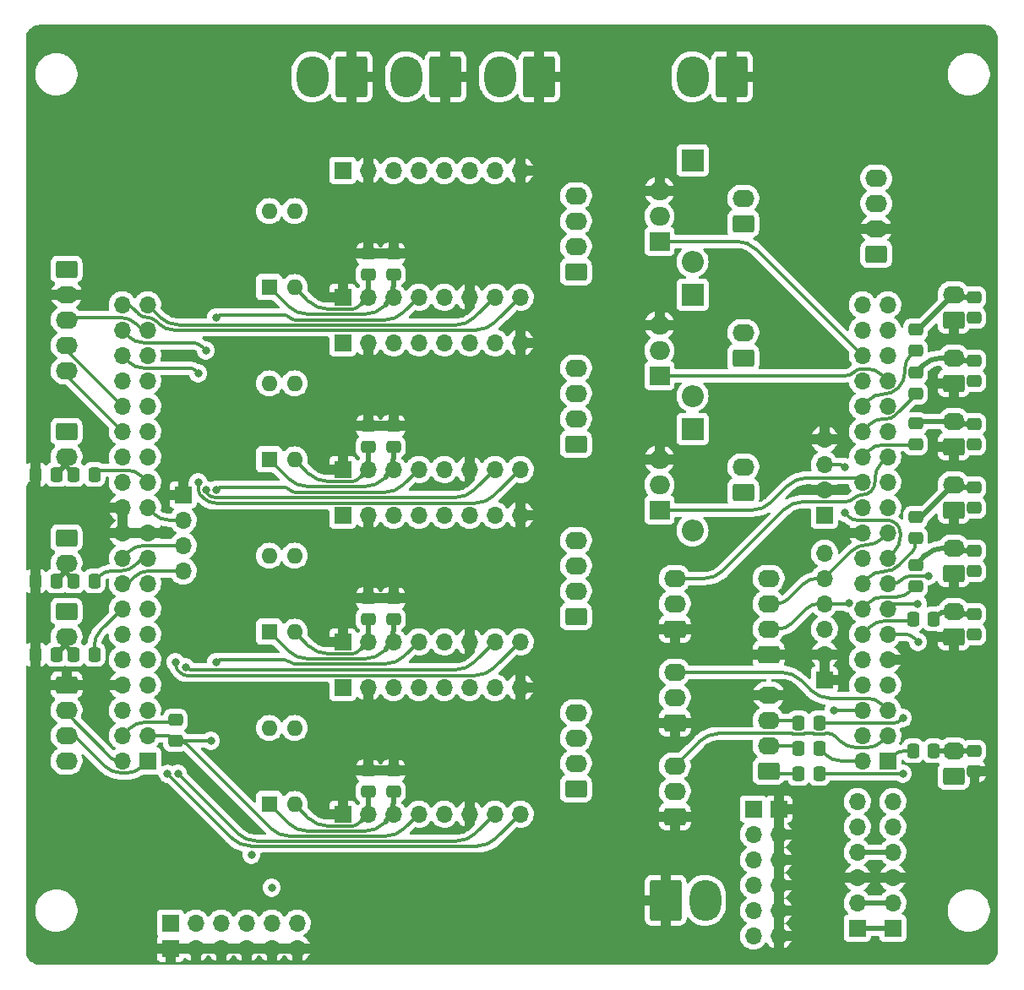
<source format=gbr>
%TF.GenerationSoftware,KiCad,Pcbnew,6.0.4-6f826c9f35~116~ubuntu21.10.1*%
%TF.CreationDate,2022-04-21T21:07:43+02:00*%
%TF.ProjectId,Interco_nucleo_4couches-rounded,496e7465-7263-46f5-9f6e-75636c656f5f,rev?*%
%TF.SameCoordinates,Original*%
%TF.FileFunction,Copper,L4,Bot*%
%TF.FilePolarity,Positive*%
%FSLAX46Y46*%
G04 Gerber Fmt 4.6, Leading zero omitted, Abs format (unit mm)*
G04 Created by KiCad (PCBNEW 6.0.4-6f826c9f35~116~ubuntu21.10.1) date 2022-04-21 21:07:43*
%MOMM*%
%LPD*%
G01*
G04 APERTURE LIST*
G04 Aperture macros list*
%AMRoundRect*
0 Rectangle with rounded corners*
0 $1 Rounding radius*
0 $2 $3 $4 $5 $6 $7 $8 $9 X,Y pos of 4 corners*
0 Add a 4 corners polygon primitive as box body*
4,1,4,$2,$3,$4,$5,$6,$7,$8,$9,$2,$3,0*
0 Add four circle primitives for the rounded corners*
1,1,$1+$1,$2,$3*
1,1,$1+$1,$4,$5*
1,1,$1+$1,$6,$7*
1,1,$1+$1,$8,$9*
0 Add four rect primitives between the rounded corners*
20,1,$1+$1,$2,$3,$4,$5,0*
20,1,$1+$1,$4,$5,$6,$7,0*
20,1,$1+$1,$6,$7,$8,$9,0*
20,1,$1+$1,$8,$9,$2,$3,0*%
G04 Aperture macros list end*
%TA.AperFunction,ComponentPad*%
%ADD10R,1.700000X1.700000*%
%TD*%
%TA.AperFunction,ComponentPad*%
%ADD11O,1.700000X1.700000*%
%TD*%
%TA.AperFunction,ComponentPad*%
%ADD12RoundRect,0.250000X0.845000X-0.620000X0.845000X0.620000X-0.845000X0.620000X-0.845000X-0.620000X0*%
%TD*%
%TA.AperFunction,ComponentPad*%
%ADD13O,2.190000X1.740000*%
%TD*%
%TA.AperFunction,ComponentPad*%
%ADD14RoundRect,0.250000X-0.845000X0.620000X-0.845000X-0.620000X0.845000X-0.620000X0.845000X0.620000X0*%
%TD*%
%TA.AperFunction,ComponentPad*%
%ADD15RoundRect,0.250000X-1.330000X-1.800000X1.330000X-1.800000X1.330000X1.800000X-1.330000X1.800000X0*%
%TD*%
%TA.AperFunction,ComponentPad*%
%ADD16O,3.160000X4.100000*%
%TD*%
%TA.AperFunction,ComponentPad*%
%ADD17R,2.200000X2.200000*%
%TD*%
%TA.AperFunction,ComponentPad*%
%ADD18O,2.200000X2.200000*%
%TD*%
%TA.AperFunction,ComponentPad*%
%ADD19R,1.600000X1.600000*%
%TD*%
%TA.AperFunction,ComponentPad*%
%ADD20O,1.600000X1.600000*%
%TD*%
%TA.AperFunction,ComponentPad*%
%ADD21RoundRect,0.250000X1.330000X1.800000X-1.330000X1.800000X-1.330000X-1.800000X1.330000X-1.800000X0*%
%TD*%
%TA.AperFunction,ComponentPad*%
%ADD22R,2.000000X1.905000*%
%TD*%
%TA.AperFunction,ComponentPad*%
%ADD23O,2.000000X1.905000*%
%TD*%
%TA.AperFunction,SMDPad,CuDef*%
%ADD24RoundRect,0.250000X-0.337500X-0.475000X0.337500X-0.475000X0.337500X0.475000X-0.337500X0.475000X0*%
%TD*%
%TA.AperFunction,SMDPad,CuDef*%
%ADD25RoundRect,0.250000X0.475000X-0.337500X0.475000X0.337500X-0.475000X0.337500X-0.475000X-0.337500X0*%
%TD*%
%TA.AperFunction,SMDPad,CuDef*%
%ADD26RoundRect,0.250000X0.337500X0.475000X-0.337500X0.475000X-0.337500X-0.475000X0.337500X-0.475000X0*%
%TD*%
%TA.AperFunction,ViaPad*%
%ADD27C,0.800000*%
%TD*%
%TA.AperFunction,Conductor*%
%ADD28C,0.500000*%
%TD*%
%TA.AperFunction,Conductor*%
%ADD29C,0.300000*%
%TD*%
G04 APERTURE END LIST*
D10*
%TO.P,J28,1,Pin_1*%
%TO.N,/PA_7*%
X121666000Y-129794000D03*
D11*
%TO.P,J28,2,Pin_2*%
%TO.N,/PA_6*%
X121666000Y-127254000D03*
%TO.P,J28,3,Pin_3*%
%TO.N,GND*%
X121666000Y-124714000D03*
%TO.P,J28,4,Pin_4*%
%TO.N,/PA_5*%
X121666000Y-122174000D03*
%TO.P,J28,5,Pin_5*%
%TO.N,/3V3_LDO*%
X121666000Y-119634000D03*
%TO.P,J28,6,Pin_6*%
%TO.N,/PA_8*%
X121666000Y-117094000D03*
%TD*%
D10*
%TO.P,U12,1,EN*%
%TO.N,GND*%
X66548000Y-83820000D03*
D11*
%TO.P,U12,2,MS1*%
%TO.N,Net-(R15-Pad1)*%
X69088000Y-83820000D03*
%TO.P,U12,3,MS2*%
%TO.N,Net-(R14-Pad1)*%
X71628000Y-83820000D03*
%TO.P,U12,4,PDN*%
%TO.N,/PC_12*%
X74168000Y-83820000D03*
%TO.P,U12,5,PDN*%
%TO.N,unconnected-(U12-Pad5)*%
X76708000Y-83820000D03*
%TO.P,U12,6,CLK*%
%TO.N,GND*%
X79248000Y-83820000D03*
%TO.P,U12,7,STEP*%
%TO.N,/PC_1*%
X81788000Y-83820000D03*
%TO.P,U12,8,DIR*%
%TO.N,/D2*%
X84328000Y-83820000D03*
%TO.P,U12,9,GND*%
%TO.N,GND*%
X84328000Y-71120000D03*
%TO.P,U12,10,VDD*%
%TO.N,/3V3_LDO*%
X81788000Y-71120000D03*
%TO.P,U12,11,B2*%
%TO.N,/B22*%
X79248000Y-71120000D03*
%TO.P,U12,12,B1*%
%TO.N,/B21*%
X76708000Y-71120000D03*
%TO.P,U12,13,A1*%
%TO.N,/A21*%
X74168000Y-71120000D03*
%TO.P,U12,14,A2*%
%TO.N,/A22*%
X71628000Y-71120000D03*
%TO.P,U12,15,GND*%
%TO.N,GND*%
X69088000Y-71120000D03*
D10*
%TO.P,U12,16,VM*%
%TO.N,/V_LIPO*%
X66548000Y-71120000D03*
%TD*%
D12*
%TO.P,J34,1,Pin_1*%
%TO.N,GND*%
X127762000Y-94234000D03*
D13*
%TO.P,J34,2,Pin_2*%
%TO.N,Net-(J34-Pad2)*%
X127762000Y-91694000D03*
%TD*%
D14*
%TO.P,J41,1,Pin_1*%
%TO.N,/3V3_LDO*%
X38862000Y-90678000D03*
D13*
%TO.P,J41,2,Pin_2*%
%TO.N,Net-(J41-Pad2)*%
X38862000Y-93218000D03*
%TD*%
D15*
%TO.P,J52,1,Pin_1*%
%TO.N,GND*%
X98910000Y-127000000D03*
D16*
%TO.P,J52,2,Pin_2*%
%TO.N,/5V0*%
X102870000Y-127000000D03*
%TD*%
D17*
%TO.P,D22,1,K*%
%TO.N,/electroaimant_12V*%
X101600000Y-52832000D03*
D18*
%TO.P,D22,2,A*%
%TO.N,Net-(D22-Pad2)*%
X101600000Y-62992000D03*
%TD*%
D12*
%TO.P,J12,1,Pin_1*%
%TO.N,/A22*%
X89916000Y-81280000D03*
D13*
%TO.P,J12,2,Pin_2*%
%TO.N,/A21*%
X89916000Y-78740000D03*
%TO.P,J12,3,Pin_3*%
%TO.N,/B21*%
X89916000Y-76200000D03*
%TO.P,J12,4,Pin_4*%
%TO.N,/B22*%
X89916000Y-73660000D03*
%TD*%
D19*
%TO.P,SW20,1*%
%TO.N,Net-(R20-Pad1)*%
X59182000Y-65532000D03*
D20*
%TO.P,SW20,2*%
%TO.N,Net-(R21-Pad1)*%
X61722000Y-65532000D03*
%TO.P,SW20,3*%
%TO.N,/3V3_LDO*%
X61722000Y-57912000D03*
%TO.P,SW20,4*%
X59182000Y-57912000D03*
%TD*%
D17*
%TO.P,D20,1,K*%
%TO.N,/electroaimant_12V*%
X101600000Y-66294000D03*
D18*
%TO.P,D20,2,A*%
%TO.N,Net-(D20-Pad2)*%
X101600000Y-76454000D03*
%TD*%
D12*
%TO.P,J24,1,Pin_1*%
%TO.N,Net-(D21-Pad2)*%
X106680000Y-86106000D03*
D13*
%TO.P,J24,2,Pin_2*%
%TO.N,/electroaimant_12V*%
X106680000Y-83566000D03*
%TD*%
D14*
%TO.P,J43,1,Pin_1*%
%TO.N,/3V3_LDO*%
X38862000Y-98044000D03*
D13*
%TO.P,J43,2,Pin_2*%
%TO.N,Net-(J43-Pad2)*%
X38862000Y-100584000D03*
%TD*%
D10*
%TO.P,J29,1,Pin_1*%
%TO.N,/PA_7*%
X118110000Y-129794000D03*
D11*
%TO.P,J29,2,Pin_2*%
%TO.N,/PA_6*%
X118110000Y-127254000D03*
%TO.P,J29,3,Pin_3*%
%TO.N,GND*%
X118110000Y-124714000D03*
%TO.P,J29,4,Pin_4*%
%TO.N,/PA_5*%
X118110000Y-122174000D03*
%TO.P,J29,5,Pin_5*%
%TO.N,/3V3_LDO*%
X118110000Y-119634000D03*
%TO.P,J29,6,Pin_6*%
%TO.N,/PB_2*%
X118110000Y-117094000D03*
%TD*%
D21*
%TO.P,J500,1,Pin_1*%
%TO.N,GND*%
X76858000Y-44450000D03*
D16*
%TO.P,J500,2,Pin_2*%
%TO.N,/V_LIPO*%
X72898000Y-44450000D03*
%TD*%
D22*
%TO.P,Q21,1,G*%
%TO.N,/PB_1*%
X98298000Y-87884000D03*
D23*
%TO.P,Q21,2,D*%
%TO.N,Net-(D21-Pad2)*%
X98298000Y-85344000D03*
%TO.P,Q21,3,S*%
%TO.N,GND*%
X98298000Y-82804000D03*
%TD*%
D12*
%TO.P,J22,1,Pin_1*%
%TO.N,GND*%
X99822000Y-118618000D03*
D13*
%TO.P,J22,2,Pin_2*%
%TO.N,/5V0*%
X99822000Y-116078000D03*
%TO.P,J22,3,Pin_3*%
%TO.N,/PB_8*%
X99822000Y-113538000D03*
%TD*%
D12*
%TO.P,J21,1,Pin_1*%
%TO.N,GND*%
X99822000Y-109220000D03*
D13*
%TO.P,J21,2,Pin_2*%
%TO.N,/5V0*%
X99822000Y-106680000D03*
%TO.P,J21,3,Pin_3*%
%TO.N,/PB_9*%
X99822000Y-104140000D03*
%TD*%
D10*
%TO.P,U20,1,EN*%
%TO.N,GND*%
X66548000Y-66548000D03*
D11*
%TO.P,U20,2,MS1*%
%TO.N,Net-(R21-Pad1)*%
X69088000Y-66548000D03*
%TO.P,U20,3,MS2*%
%TO.N,Net-(R20-Pad1)*%
X71628000Y-66548000D03*
%TO.P,U20,4,PDN*%
%TO.N,/PC_12*%
X74168000Y-66548000D03*
%TO.P,U20,5,PDN*%
%TO.N,unconnected-(U20-Pad5)*%
X76708000Y-66548000D03*
%TO.P,U20,6,CLK*%
%TO.N,GND*%
X79248000Y-66548000D03*
%TO.P,U20,7,STEP*%
%TO.N,/PC_3*%
X81788000Y-66548000D03*
%TO.P,U20,8,DIR*%
%TO.N,/D3*%
X84328000Y-66548000D03*
%TO.P,U20,9,GND*%
%TO.N,GND*%
X84328000Y-53848000D03*
%TO.P,U20,10,VDD*%
%TO.N,/3V3_LDO*%
X81788000Y-53848000D03*
%TO.P,U20,11,B2*%
%TO.N,/B32*%
X79248000Y-53848000D03*
%TO.P,U20,12,B1*%
%TO.N,/B31*%
X76708000Y-53848000D03*
%TO.P,U20,13,A1*%
%TO.N,/A31*%
X74168000Y-53848000D03*
%TO.P,U20,14,A2*%
%TO.N,/A32*%
X71628000Y-53848000D03*
%TO.P,U20,15,GND*%
%TO.N,GND*%
X69088000Y-53848000D03*
D10*
%TO.P,U20,16,VM*%
%TO.N,/V_LIPO*%
X66548000Y-53848000D03*
%TD*%
D12*
%TO.P,J36,1,Pin_1*%
%TO.N,/LIDAR_RX*%
X120015000Y-62230000D03*
D13*
%TO.P,J36,2,Pin_2*%
%TO.N,GND*%
X120015000Y-59690000D03*
%TO.P,J36,3,Pin_3*%
%TO.N,/LIDAR_TX*%
X120015000Y-57150000D03*
%TO.P,J36,4,Pin_4*%
%TO.N,/5V0*%
X120015000Y-54610000D03*
%TD*%
D14*
%TO.P,J26,1,Pin_1*%
%TO.N,/5V0*%
X38862000Y-63754000D03*
D13*
%TO.P,J26,2,Pin_2*%
%TO.N,GND*%
X38862000Y-66294000D03*
%TO.P,J26,3,Pin_3*%
%TO.N,/PC_2*%
X38862000Y-68834000D03*
%TO.P,J26,4,Pin_4*%
%TO.N,/PA_1*%
X38862000Y-71374000D03*
%TO.P,J26,5,Pin_5*%
%TO.N,/PA_0*%
X38862000Y-73914000D03*
%TD*%
D12*
%TO.P,J25,1,Pin_1*%
%TO.N,Net-(D22-Pad2)*%
X106680000Y-59182000D03*
D13*
%TO.P,J25,2,Pin_2*%
%TO.N,/electroaimant_12V*%
X106680000Y-56642000D03*
%TD*%
D10*
%TO.P,J03,1,Pin_1*%
%TO.N,GND*%
X50546000Y-86360000D03*
D11*
%TO.P,J03,2,Pin_2*%
%TO.N,/PB_7*%
X50546000Y-88900000D03*
%TO.P,J03,3,Pin_3*%
%TO.N,/5V*%
X50546000Y-91440000D03*
%TO.P,J03,4,Pin_4*%
%TO.N,/3V3*%
X50546000Y-93980000D03*
%TD*%
D10*
%TO.P,J54,1,Pin_1*%
%TO.N,GND*%
X49276000Y-131826000D03*
D11*
%TO.P,J54,2,Pin_2*%
X51816000Y-131826000D03*
%TO.P,J54,3,Pin_3*%
X54356000Y-131826000D03*
%TO.P,J54,4,Pin_4*%
X56896000Y-131826000D03*
%TO.P,J54,5,Pin_5*%
X59436000Y-131826000D03*
%TO.P,J54,6,Pin_6*%
X61976000Y-131826000D03*
%TD*%
D12*
%TO.P,J11,1,Pin_1*%
%TO.N,/A12*%
X89916000Y-98552000D03*
D13*
%TO.P,J11,2,Pin_2*%
%TO.N,/A11*%
X89916000Y-96012000D03*
%TO.P,J11,3,Pin_3*%
%TO.N,/B11*%
X89916000Y-93472000D03*
%TO.P,J11,4,Pin_4*%
%TO.N,/B12*%
X89916000Y-90932000D03*
%TD*%
D19*
%TO.P,SW12,1*%
%TO.N,Net-(R14-Pad1)*%
X59182000Y-82804000D03*
D20*
%TO.P,SW12,2*%
%TO.N,Net-(R15-Pad1)*%
X61722000Y-82804000D03*
%TO.P,SW12,3*%
%TO.N,/3V3_LDO*%
X61722000Y-75184000D03*
%TO.P,SW12,4*%
X59182000Y-75184000D03*
%TD*%
D12*
%TO.P,J23,1,Pin_1*%
%TO.N,Net-(D20-Pad2)*%
X106680000Y-72644000D03*
D13*
%TO.P,J23,2,Pin_2*%
%TO.N,/electroaimant_12V*%
X106680000Y-70104000D03*
%TD*%
D19*
%TO.P,SW10,1*%
%TO.N,Net-(R10-Pad1)*%
X59182000Y-117348000D03*
D20*
%TO.P,SW10,2*%
%TO.N,Net-(R11-Pad1)*%
X61722000Y-117348000D03*
%TO.P,SW10,3*%
%TO.N,/3V3_LDO*%
X61722000Y-109728000D03*
%TO.P,SW10,4*%
X59182000Y-109728000D03*
%TD*%
D14*
%TO.P,J40,1,Pin_1*%
%TO.N,/3V3_LDO*%
X38862000Y-80010000D03*
D13*
%TO.P,J40,2,Pin_2*%
%TO.N,Net-(J40-Pad2)*%
X38862000Y-82550000D03*
%TD*%
D21*
%TO.P,J502,1,Pin_1*%
%TO.N,GND*%
X67460000Y-44450000D03*
D16*
%TO.P,J502,2,Pin_2*%
%TO.N,/V_LIPO*%
X63500000Y-44450000D03*
%TD*%
D12*
%TO.P,J32,1,Pin_1*%
%TO.N,GND*%
X127762000Y-81534000D03*
D13*
%TO.P,J32,2,Pin_2*%
%TO.N,Net-(J32-Pad2)*%
X127762000Y-78994000D03*
%TD*%
D12*
%TO.P,J33,1,Pin_1*%
%TO.N,GND*%
X127762000Y-87884000D03*
D13*
%TO.P,J33,2,Pin_2*%
%TO.N,Net-(J33-Pad2)*%
X127762000Y-85344000D03*
%TD*%
D12*
%TO.P,J42,1,Pin_1*%
%TO.N,/3V3_LDO*%
X127762000Y-114554000D03*
D13*
%TO.P,J42,2,Pin_2*%
%TO.N,Net-(J42-Pad2)*%
X127762000Y-112014000D03*
%TD*%
D10*
%TO.P,J60,1,Pin_1*%
%TO.N,/5V0*%
X107696000Y-117856000D03*
D11*
%TO.P,J60,2,Pin_2*%
X107696000Y-120396000D03*
%TO.P,J60,3,Pin_3*%
X107696000Y-122936000D03*
%TO.P,J60,4,Pin_4*%
X107696000Y-125476000D03*
%TO.P,J60,5,Pin_5*%
X107696000Y-128016000D03*
%TO.P,J60,6,Pin_6*%
X107696000Y-130556000D03*
%TD*%
D21*
%TO.P,J51,1,Pin_1*%
%TO.N,GND*%
X105560000Y-44450000D03*
D16*
%TO.P,J51,2,Pin_2*%
%TO.N,/electroaimant_12V*%
X101600000Y-44450000D03*
%TD*%
D21*
%TO.P,J501,1,Pin_1*%
%TO.N,GND*%
X86256000Y-44450000D03*
D16*
%TO.P,J501,2,Pin_2*%
%TO.N,/V_LIPO*%
X82296000Y-44450000D03*
%TD*%
D10*
%TO.P,J39,1,Pin_1*%
%TO.N,GND*%
X114808000Y-104902000D03*
D11*
%TO.P,J39,2,Pin_2*%
X114808000Y-102362000D03*
%TO.P,J39,3,Pin_3*%
%TO.N,/5V0*%
X114808000Y-99822000D03*
%TO.P,J39,4,Pin_4*%
%TO.N,/LORA_TX*%
X114808000Y-97282000D03*
%TO.P,J39,5,Pin_5*%
%TO.N,/LORA_RX*%
X114808000Y-94742000D03*
%TO.P,J39,6,Pin_6*%
%TO.N,unconnected-(J39-Pad6)*%
X114808000Y-92202000D03*
%TD*%
D17*
%TO.P,D21,1,K*%
%TO.N,/electroaimant_12V*%
X101600000Y-79756000D03*
D18*
%TO.P,D21,2,A*%
%TO.N,Net-(D21-Pad2)*%
X101600000Y-89916000D03*
%TD*%
D10*
%TO.P,J04,1,Pin_1*%
%TO.N,/PC_5*%
X114808000Y-88392000D03*
D11*
%TO.P,J04,2,Pin_2*%
%TO.N,GND*%
X114808000Y-85852000D03*
%TO.P,J04,3,Pin_3*%
%TO.N,/PB_6*%
X114808000Y-83312000D03*
%TO.P,J04,4,Pin_4*%
%TO.N,GND*%
X114808000Y-80772000D03*
%TD*%
D12*
%TO.P,D40,1,RA*%
%TO.N,Net-(D40-Pad1)*%
X109220000Y-114046000D03*
D13*
%TO.P,D40,2,GA*%
%TO.N,Net-(D40-Pad2)*%
X109220000Y-111506000D03*
%TO.P,D40,3,BA*%
%TO.N,Net-(D40-Pad3)*%
X109220000Y-108966000D03*
%TO.P,D40,4,K*%
%TO.N,GND*%
X109220000Y-106426000D03*
%TD*%
D10*
%TO.P,U11,1,EN*%
%TO.N,GND*%
X66548000Y-101092000D03*
D11*
%TO.P,U11,2,MS1*%
%TO.N,Net-(R13-Pad1)*%
X69088000Y-101092000D03*
%TO.P,U11,3,MS2*%
%TO.N,Net-(R12-Pad1)*%
X71628000Y-101092000D03*
%TO.P,U11,4,PDN*%
%TO.N,/PC_12*%
X74168000Y-101092000D03*
%TO.P,U11,5,PDN*%
%TO.N,unconnected-(U11-Pad5)*%
X76708000Y-101092000D03*
%TO.P,U11,6,CLK*%
%TO.N,GND*%
X79248000Y-101092000D03*
%TO.P,U11,7,STEP*%
%TO.N,/PH_1*%
X81788000Y-101092000D03*
%TO.P,U11,8,DIR*%
%TO.N,/D1*%
X84328000Y-101092000D03*
%TO.P,U11,9,GND*%
%TO.N,GND*%
X84328000Y-88392000D03*
%TO.P,U11,10,VDD*%
%TO.N,/3V3_LDO*%
X81788000Y-88392000D03*
%TO.P,U11,11,B2*%
%TO.N,/B12*%
X79248000Y-88392000D03*
%TO.P,U11,12,B1*%
%TO.N,/B11*%
X76708000Y-88392000D03*
%TO.P,U11,13,A1*%
%TO.N,/A11*%
X74168000Y-88392000D03*
%TO.P,U11,14,A2*%
%TO.N,/A12*%
X71628000Y-88392000D03*
%TO.P,U11,15,GND*%
%TO.N,GND*%
X69088000Y-88392000D03*
D10*
%TO.P,U11,16,VM*%
%TO.N,/V_LIPO*%
X66548000Y-88392000D03*
%TD*%
D14*
%TO.P,J38,1,Pin_1*%
%TO.N,GND*%
X38862000Y-105410000D03*
D13*
%TO.P,J38,2,Pin_2*%
%TO.N,/7SEG_TX*%
X38862000Y-107950000D03*
%TO.P,J38,3,Pin_3*%
%TO.N,/7SEG_RX*%
X38862000Y-110490000D03*
%TO.P,J38,4,Pin_4*%
%TO.N,/5V0*%
X38862000Y-113030000D03*
%TD*%
D12*
%TO.P,J31,1,Pin_1*%
%TO.N,GND*%
X127762000Y-75184000D03*
D13*
%TO.P,J31,2,Pin_2*%
%TO.N,Net-(J31-Pad2)*%
X127762000Y-72644000D03*
%TD*%
D12*
%TO.P,J20,1,Pin_1*%
%TO.N,GND*%
X99822000Y-99822000D03*
D13*
%TO.P,J20,2,Pin_2*%
%TO.N,/5V0*%
X99822000Y-97282000D03*
%TO.P,J20,3,Pin_3*%
%TO.N,/PB_10*%
X99822000Y-94742000D03*
%TD*%
D12*
%TO.P,J30,1,Pin_1*%
%TO.N,GND*%
X127762000Y-68834000D03*
D13*
%TO.P,J30,2,Pin_2*%
%TO.N,Net-(J30-Pad2)*%
X127762000Y-66294000D03*
%TD*%
D12*
%TO.P,J35,1,Pin_1*%
%TO.N,GND*%
X127762000Y-100584000D03*
D13*
%TO.P,J35,2,Pin_2*%
%TO.N,Net-(J35-Pad2)*%
X127762000Y-98044000D03*
%TD*%
D12*
%TO.P,J27,1,Pin_1*%
%TO.N,/A32*%
X89916000Y-64008000D03*
D13*
%TO.P,J27,2,Pin_2*%
%TO.N,/A31*%
X89916000Y-61468000D03*
%TO.P,J27,3,Pin_3*%
%TO.N,/B31*%
X89916000Y-58928000D03*
%TO.P,J27,4,Pin_4*%
%TO.N,/B32*%
X89916000Y-56388000D03*
%TD*%
D22*
%TO.P,Q20,1,G*%
%TO.N,/PB_3*%
X98298000Y-74422000D03*
D23*
%TO.P,Q20,2,D*%
%TO.N,Net-(D20-Pad2)*%
X98298000Y-71882000D03*
%TO.P,Q20,3,S*%
%TO.N,GND*%
X98298000Y-69342000D03*
%TD*%
D12*
%TO.P,J37,1,Pin_1*%
%TO.N,GND*%
X109220000Y-102362000D03*
D13*
%TO.P,J37,2,Pin_2*%
%TO.N,/LORA_TX*%
X109220000Y-99822000D03*
%TO.P,J37,3,Pin_3*%
%TO.N,/LORA_RX*%
X109220000Y-97282000D03*
%TO.P,J37,4,Pin_4*%
%TO.N,/5V0*%
X109220000Y-94742000D03*
%TD*%
D10*
%TO.P,J53,1,Pin_1*%
%TO.N,/3V3_LDO*%
X49276000Y-129286000D03*
D11*
%TO.P,J53,2,Pin_2*%
X51816000Y-129286000D03*
%TO.P,J53,3,Pin_3*%
X54356000Y-129286000D03*
%TO.P,J53,4,Pin_4*%
X56896000Y-129286000D03*
%TO.P,J53,5,Pin_5*%
X59436000Y-129286000D03*
%TO.P,J53,6,Pin_6*%
X61976000Y-129286000D03*
%TD*%
D19*
%TO.P,SW11,1*%
%TO.N,Net-(R12-Pad1)*%
X59182000Y-100076000D03*
D20*
%TO.P,SW11,2*%
%TO.N,Net-(R13-Pad1)*%
X61722000Y-100076000D03*
%TO.P,SW11,3*%
%TO.N,/3V3_LDO*%
X61722000Y-92456000D03*
%TO.P,SW11,4*%
X59182000Y-92456000D03*
%TD*%
D10*
%TO.P,U10,1,EN*%
%TO.N,GND*%
X66548000Y-118364000D03*
D11*
%TO.P,U10,2,MS1*%
%TO.N,Net-(R11-Pad1)*%
X69088000Y-118364000D03*
%TO.P,U10,3,MS2*%
%TO.N,Net-(R10-Pad1)*%
X71628000Y-118364000D03*
%TO.P,U10,4,PDN*%
%TO.N,/PC_12*%
X74168000Y-118364000D03*
%TO.P,U10,5,PDN*%
%TO.N,unconnected-(U10-Pad5)*%
X76708000Y-118364000D03*
%TO.P,U10,6,CLK*%
%TO.N,GND*%
X79248000Y-118364000D03*
%TO.P,U10,7,STEP*%
%TO.N,/PA_14*%
X81788000Y-118364000D03*
%TO.P,U10,8,DIR*%
%TO.N,/D0*%
X84328000Y-118364000D03*
%TO.P,U10,9,GND*%
%TO.N,GND*%
X84328000Y-105664000D03*
%TO.P,U10,10,VDD*%
%TO.N,/3V3_LDO*%
X81788000Y-105664000D03*
%TO.P,U10,11,B2*%
%TO.N,/B02*%
X79248000Y-105664000D03*
%TO.P,U10,12,B1*%
%TO.N,/B01*%
X76708000Y-105664000D03*
%TO.P,U10,13,A1*%
%TO.N,/A01*%
X74168000Y-105664000D03*
%TO.P,U10,14,A2*%
%TO.N,/A02*%
X71628000Y-105664000D03*
%TO.P,U10,15,GND*%
%TO.N,GND*%
X69088000Y-105664000D03*
D10*
%TO.P,U10,16,VM*%
%TO.N,/V_LIPO*%
X66548000Y-105664000D03*
%TD*%
%TO.P,J61,1,Pin_1*%
%TO.N,GND*%
X110236000Y-117856000D03*
D11*
%TO.P,J61,2,Pin_2*%
X110236000Y-120396000D03*
%TO.P,J61,3,Pin_3*%
X110236000Y-122936000D03*
%TO.P,J61,4,Pin_4*%
X110236000Y-125476000D03*
%TO.P,J61,5,Pin_5*%
X110236000Y-128016000D03*
%TO.P,J61,6,Pin_6*%
X110236000Y-130556000D03*
%TD*%
D22*
%TO.P,Q22,1,G*%
%TO.N,/PC_4*%
X98298000Y-60960000D03*
D23*
%TO.P,Q22,2,D*%
%TO.N,Net-(D22-Pad2)*%
X98298000Y-58420000D03*
%TO.P,Q22,3,S*%
%TO.N,GND*%
X98298000Y-55880000D03*
%TD*%
D12*
%TO.P,J10,1,Pin_1*%
%TO.N,/A02*%
X89916000Y-115824000D03*
D13*
%TO.P,J10,2,Pin_2*%
%TO.N,/A01*%
X89916000Y-113284000D03*
%TO.P,J10,3,Pin_3*%
%TO.N,/B01*%
X89916000Y-110744000D03*
%TO.P,J10,4,Pin_4*%
%TO.N,/B02*%
X89916000Y-108204000D03*
%TD*%
D24*
%TO.P,R44,1*%
%TO.N,/PC_9*%
X123698000Y-112014000D03*
%TO.P,R44,2*%
%TO.N,Net-(J42-Pad2)*%
X125773000Y-112014000D03*
%TD*%
D25*
%TO.P,R33,1*%
%TO.N,/3V3_LDO*%
X129794000Y-74973000D03*
%TO.P,R33,2*%
%TO.N,Net-(J31-Pad2)*%
X129794000Y-72898000D03*
%TD*%
%TO.P,R34,1*%
%TO.N,/PB_15*%
X123952000Y-81280000D03*
%TO.P,R34,2*%
%TO.N,Net-(J32-Pad2)*%
X123952000Y-79205000D03*
%TD*%
%TO.P,R32,1*%
%TO.N,/PB_14*%
X123952000Y-76200000D03*
%TO.P,R32,2*%
%TO.N,Net-(J31-Pad2)*%
X123952000Y-74125000D03*
%TD*%
D10*
%TO.P,J01,1,Pin_1*%
%TO.N,/7SEG_RX*%
X46990000Y-113030000D03*
D11*
%TO.P,J01,2,Pin_2*%
%TO.N,/7SEG_TX*%
X44450000Y-113030000D03*
%TO.P,J01,3,Pin_3*%
%TO.N,/PC_12*%
X46990000Y-110490000D03*
%TO.P,J01,4,Pin_4*%
%TO.N,/PD_2*%
X44450000Y-110490000D03*
%TO.P,J01,5,Pin_5*%
%TO.N,/VDD*%
X46990000Y-107950000D03*
%TO.P,J01,6,Pin_6*%
%TO.N,/E5V*%
X44450000Y-107950000D03*
%TO.P,J01,7,Pin_7*%
%TO.N,/BOOT0*%
X46990000Y-105410000D03*
%TO.P,J01,8,Pin_8*%
%TO.N,GND*%
X44450000Y-105410000D03*
%TO.P,J01,9,Pin_9*%
%TO.N,unconnected-(J01-Pad9)*%
X46990000Y-102870000D03*
%TO.P,J01,10,Pin_10*%
%TO.N,unconnected-(J01-Pad10)*%
X44450000Y-102870000D03*
%TO.P,J01,11,Pin_11*%
%TO.N,unconnected-(J01-Pad11)*%
X46990000Y-100330000D03*
%TO.P,J01,12,Pin_12*%
%TO.N,/IOREF*%
X44450000Y-100330000D03*
%TO.P,J01,13,Pin_13*%
%TO.N,/D0*%
X46990000Y-97790000D03*
%TO.P,J01,14,Pin_14*%
%TO.N,/RESET*%
X44450000Y-97790000D03*
%TO.P,J01,15,Pin_15*%
%TO.N,/PA_14*%
X46990000Y-95250000D03*
%TO.P,J01,16,Pin_16*%
%TO.N,/3V3*%
X44450000Y-95250000D03*
%TO.P,J01,17,Pin_17*%
%TO.N,/PA_15*%
X46990000Y-92710000D03*
%TO.P,J01,18,Pin_18*%
%TO.N,/5V*%
X44450000Y-92710000D03*
%TO.P,J01,19,Pin_19*%
%TO.N,GND*%
X46990000Y-90170000D03*
%TO.P,J01,20,Pin_20*%
X44450000Y-90170000D03*
%TO.P,J01,21,Pin_21*%
%TO.N,/PB_7*%
X46990000Y-87630000D03*
%TO.P,J01,22,Pin_22*%
%TO.N,GND*%
X44450000Y-87630000D03*
%TO.P,J01,23,Pin_23*%
%TO.N,/PC_13*%
X46990000Y-85090000D03*
%TO.P,J01,24,Pin_24*%
%TO.N,/5V0*%
X44450000Y-85090000D03*
%TO.P,J01,25,Pin_25*%
%TO.N,/PC_14*%
X46990000Y-82550000D03*
%TO.P,J01,26,Pin_26*%
%TO.N,unconnected-(J01-Pad26)*%
X44450000Y-82550000D03*
%TO.P,J01,27,Pin_27*%
%TO.N,/PC_15*%
X46990000Y-80010000D03*
%TO.P,J01,28,Pin_28*%
%TO.N,/PA_0*%
X44450000Y-80010000D03*
%TO.P,J01,29,Pin_29*%
%TO.N,/PH_0*%
X46990000Y-77470000D03*
%TO.P,J01,30,Pin_30*%
%TO.N,/PA_1*%
X44450000Y-77470000D03*
%TO.P,J01,31,Pin_31*%
%TO.N,/PH_1*%
X46990000Y-74930000D03*
%TO.P,J01,32,Pin_32*%
%TO.N,/D1*%
X44450000Y-74930000D03*
%TO.P,J01,33,Pin_33*%
%TO.N,/VBAT*%
X46990000Y-72390000D03*
%TO.P,J01,34,Pin_34*%
%TO.N,/D2*%
X44450000Y-72390000D03*
%TO.P,J01,35,Pin_35*%
%TO.N,/PC_2*%
X46990000Y-69850000D03*
%TO.P,J01,36,Pin_36*%
%TO.N,/PC_1*%
X44450000Y-69850000D03*
%TO.P,J01,37,Pin_37*%
%TO.N,/PC_3*%
X46990000Y-67310000D03*
%TO.P,J01,38,Pin_38*%
%TO.N,/D3*%
X44450000Y-67310000D03*
%TD*%
D26*
%TO.P,R48,1*%
%TO.N,/PB_4*%
X114300000Y-109220000D03*
%TO.P,R48,2*%
%TO.N,Net-(D40-Pad3)*%
X112225000Y-109220000D03*
%TD*%
D25*
%TO.P,R10,1*%
%TO.N,Net-(R10-Pad1)*%
X71628000Y-116078000D03*
%TO.P,R10,2*%
%TO.N,GND*%
X71628000Y-114003000D03*
%TD*%
D26*
%TO.P,R46,1*%
%TO.N,/RESET*%
X41656000Y-102362000D03*
%TO.P,R46,2*%
%TO.N,Net-(J43-Pad2)*%
X39581000Y-102362000D03*
%TD*%
D24*
%TO.P,R47,1*%
%TO.N,GND*%
X35771000Y-102362000D03*
%TO.P,R47,2*%
%TO.N,Net-(J43-Pad2)*%
X37846000Y-102362000D03*
%TD*%
%TO.P,R310,1*%
%TO.N,/PA_12*%
X123698000Y-98806000D03*
%TO.P,R310,2*%
%TO.N,Net-(J35-Pad2)*%
X125773000Y-98806000D03*
%TD*%
D26*
%TO.P,R49,1*%
%TO.N,/PC_8*%
X114300000Y-111760000D03*
%TO.P,R49,2*%
%TO.N,Net-(D40-Pad2)*%
X112225000Y-111760000D03*
%TD*%
D25*
%TO.P,R21,1*%
%TO.N,Net-(R21-Pad1)*%
X69088000Y-64262000D03*
%TO.P,R21,2*%
%TO.N,GND*%
X69088000Y-62187000D03*
%TD*%
%TO.P,R11,1*%
%TO.N,Net-(R11-Pad1)*%
X69088000Y-116078000D03*
%TO.P,R11,2*%
%TO.N,GND*%
X69088000Y-114003000D03*
%TD*%
%TO.P,R16,1*%
%TO.N,/PC_12*%
X49784000Y-110998000D03*
%TO.P,R16,2*%
%TO.N,/PD_2*%
X49784000Y-108923000D03*
%TD*%
%TO.P,R14,1*%
%TO.N,Net-(R14-Pad1)*%
X71628000Y-81534000D03*
%TO.P,R14,2*%
%TO.N,GND*%
X71628000Y-79459000D03*
%TD*%
D24*
%TO.P,R43,1*%
%TO.N,GND*%
X35771000Y-94996000D03*
%TO.P,R43,2*%
%TO.N,Net-(J41-Pad2)*%
X37846000Y-94996000D03*
%TD*%
D26*
%TO.P,R40,1*%
%TO.N,/PC_13*%
X41656000Y-84328000D03*
%TO.P,R40,2*%
%TO.N,Net-(J40-Pad2)*%
X39581000Y-84328000D03*
%TD*%
D25*
%TO.P,R13,1*%
%TO.N,Net-(R13-Pad1)*%
X69088000Y-98806000D03*
%TO.P,R13,2*%
%TO.N,GND*%
X69088000Y-96731000D03*
%TD*%
D26*
%TO.P,R42,1*%
%TO.N,/PA_15*%
X41656000Y-94996000D03*
%TO.P,R42,2*%
%TO.N,Net-(J41-Pad2)*%
X39581000Y-94996000D03*
%TD*%
%TO.P,R410,1*%
%TO.N,/PB_5*%
X114300000Y-114300000D03*
%TO.P,R410,2*%
%TO.N,Net-(D40-Pad1)*%
X112225000Y-114300000D03*
%TD*%
D25*
%TO.P,R31,1*%
%TO.N,/3V3_LDO*%
X129794000Y-68623000D03*
%TO.P,R31,2*%
%TO.N,Net-(J30-Pad2)*%
X129794000Y-66548000D03*
%TD*%
%TO.P,R36,1*%
%TO.N,/PB_12*%
X123952000Y-90678000D03*
%TO.P,R36,2*%
%TO.N,Net-(J33-Pad2)*%
X123952000Y-88603000D03*
%TD*%
%TO.P,R35,1*%
%TO.N,/3V3_LDO*%
X129794000Y-81323000D03*
%TO.P,R35,2*%
%TO.N,Net-(J32-Pad2)*%
X129794000Y-79248000D03*
%TD*%
%TO.P,R15,1*%
%TO.N,Net-(R15-Pad1)*%
X69088000Y-81534000D03*
%TO.P,R15,2*%
%TO.N,GND*%
X69088000Y-79459000D03*
%TD*%
%TO.P,R20,1*%
%TO.N,Net-(R20-Pad1)*%
X71628000Y-64262000D03*
%TO.P,R20,2*%
%TO.N,GND*%
X71628000Y-62187000D03*
%TD*%
D10*
%TO.P,J02,1,Pin_1*%
%TO.N,/PC_9*%
X121158000Y-113030000D03*
D11*
%TO.P,J02,2,Pin_2*%
%TO.N,/PC_8*%
X118618000Y-113030000D03*
%TO.P,J02,3,Pin_3*%
%TO.N,/PB_8*%
X121158000Y-110490000D03*
%TO.P,J02,4,Pin_4*%
%TO.N,/LORA_TX*%
X118618000Y-110490000D03*
%TO.P,J02,5,Pin_5*%
%TO.N,/PB_9*%
X121158000Y-107950000D03*
%TO.P,J02,6,Pin_6*%
%TO.N,/PC_5*%
X118618000Y-107950000D03*
%TO.P,J02,7,Pin_7*%
%TO.N,/AVDD*%
X121158000Y-105410000D03*
%TO.P,J02,8,Pin_8*%
%TO.N,/U5V*%
X118618000Y-105410000D03*
%TO.P,J02,9,Pin_9*%
%TO.N,GND*%
X121158000Y-102870000D03*
%TO.P,J02,10,Pin_10*%
%TO.N,unconnected-(J02-Pad10)*%
X118618000Y-102870000D03*
%TO.P,J02,11,Pin_11*%
%TO.N,/PA_5*%
X121158000Y-100330000D03*
%TO.P,J02,12,Pin_12*%
%TO.N,/PA_12*%
X118618000Y-100330000D03*
%TO.P,J02,13,Pin_13*%
%TO.N,/PA_6*%
X121158000Y-97790000D03*
%TO.P,J02,14,Pin_14*%
%TO.N,/PA_11*%
X118618000Y-97790000D03*
%TO.P,J02,15,Pin_15*%
%TO.N,/PA_7*%
X121158000Y-95250000D03*
%TO.P,J02,16,Pin_16*%
%TO.N,/PB_12*%
X118618000Y-95250000D03*
%TO.P,J02,17,Pin_17*%
%TO.N,/PB_6*%
X121158000Y-92710000D03*
%TO.P,J02,18,Pin_18*%
%TO.N,unconnected-(J02-Pad18)*%
X118618000Y-92710000D03*
%TO.P,J02,19,Pin_19*%
%TO.N,/LORA_RX*%
X121158000Y-90170000D03*
%TO.P,J02,20,Pin_20*%
%TO.N,GND*%
X118618000Y-90170000D03*
%TO.P,J02,21,Pin_21*%
%TO.N,/LIDAR_RX*%
X121158000Y-87630000D03*
%TO.P,J02,22,Pin_22*%
%TO.N,/PB_2*%
X118618000Y-87630000D03*
%TO.P,J02,23,Pin_23*%
%TO.N,/PA_8*%
X121158000Y-85090000D03*
%TO.P,J02,24,Pin_24*%
%TO.N,/PB_1*%
X118618000Y-85090000D03*
%TO.P,J02,25,Pin_25*%
%TO.N,/PB_10*%
X121158000Y-82550000D03*
%TO.P,J02,26,Pin_26*%
%TO.N,/PB_15*%
X118618000Y-82550000D03*
%TO.P,J02,27,Pin_27*%
%TO.N,/PB_4*%
X121158000Y-80010000D03*
%TO.P,J02,28,Pin_28*%
%TO.N,/PB_14*%
X118618000Y-80010000D03*
%TO.P,J02,29,Pin_29*%
%TO.N,/PB_5*%
X121158000Y-77470000D03*
%TO.P,J02,30,Pin_30*%
%TO.N,/PB_13*%
X118618000Y-77470000D03*
%TO.P,J02,31,Pin_31*%
%TO.N,/PB_3*%
X121158000Y-74930000D03*
%TO.P,J02,32,Pin_32*%
%TO.N,GND*%
X118618000Y-74930000D03*
%TO.P,J02,33,Pin_33*%
%TO.N,/LIDAR_TX*%
X121158000Y-72390000D03*
%TO.P,J02,34,Pin_34*%
%TO.N,/PC_4*%
X118618000Y-72390000D03*
%TO.P,J02,35,Pin_35*%
%TO.N,/PA_2*%
X121158000Y-69850000D03*
%TO.P,J02,36,Pin_36*%
%TO.N,unconnected-(J02-Pad36)*%
X118618000Y-69850000D03*
%TO.P,J02,37,Pin_37*%
%TO.N,/PA_3*%
X121158000Y-67310000D03*
%TO.P,J02,38,Pin_38*%
%TO.N,unconnected-(J02-Pad38)*%
X118618000Y-67310000D03*
%TD*%
D25*
%TO.P,R30,1*%
%TO.N,/PB_13*%
X123952000Y-71882000D03*
%TO.P,R30,2*%
%TO.N,Net-(J30-Pad2)*%
X123952000Y-69807000D03*
%TD*%
%TO.P,R37,1*%
%TO.N,/3V3_LDO*%
X129794000Y-87673000D03*
%TO.P,R37,2*%
%TO.N,Net-(J33-Pad2)*%
X129794000Y-85598000D03*
%TD*%
D24*
%TO.P,R41,1*%
%TO.N,GND*%
X35771000Y-84328000D03*
%TO.P,R41,2*%
%TO.N,Net-(J40-Pad2)*%
X37846000Y-84328000D03*
%TD*%
D25*
%TO.P,R39,1*%
%TO.N,/3V3_LDO*%
X129794000Y-94023000D03*
%TO.P,R39,2*%
%TO.N,Net-(J34-Pad2)*%
X129794000Y-91948000D03*
%TD*%
%TO.P,R12,1*%
%TO.N,Net-(R12-Pad1)*%
X71628000Y-98806000D03*
%TO.P,R12,2*%
%TO.N,GND*%
X71628000Y-96731000D03*
%TD*%
%TO.P,R45,1*%
%TO.N,GND*%
X129794000Y-114089000D03*
%TO.P,R45,2*%
%TO.N,Net-(J42-Pad2)*%
X129794000Y-112014000D03*
%TD*%
%TO.P,R311,1*%
%TO.N,/3V3_LDO*%
X129794000Y-100373000D03*
%TO.P,R311,2*%
%TO.N,Net-(J35-Pad2)*%
X129794000Y-98298000D03*
%TD*%
%TO.P,R38,1*%
%TO.N,/PA_11*%
X123952000Y-95504000D03*
%TO.P,R38,2*%
%TO.N,Net-(J34-Pad2)*%
X123952000Y-93429000D03*
%TD*%
D27*
%TO.N,GND*%
X60198000Y-127508000D03*
X88646000Y-129794000D03*
X110236000Y-59944000D03*
X95250000Y-126492000D03*
X35306000Y-87884000D03*
X110236000Y-83312000D03*
X35306000Y-113284000D03*
X113284000Y-60198000D03*
X113284000Y-73152000D03*
X131572000Y-68834000D03*
X58674000Y-40386000D03*
X44958000Y-127000000D03*
X113284000Y-62738000D03*
X71882000Y-122682000D03*
X50038000Y-112522000D03*
X91694000Y-41910000D03*
X66802000Y-130556000D03*
X131572000Y-87884000D03*
X79248000Y-131572000D03*
X110236000Y-90424000D03*
X51816000Y-122682000D03*
X91694000Y-69342000D03*
X91694000Y-44450000D03*
X96012000Y-95758000D03*
X55880000Y-83820000D03*
X55880000Y-108204000D03*
X110236000Y-57404000D03*
X95250000Y-114554000D03*
X93472000Y-96266000D03*
X61722000Y-122682000D03*
X91694000Y-71882000D03*
X55118000Y-127508000D03*
X44958000Y-119888000D03*
X87122000Y-122682000D03*
X82042000Y-122682000D03*
X59182000Y-122682000D03*
X58674000Y-55626000D03*
X131572000Y-112014000D03*
X95250000Y-112014000D03*
X91694000Y-52070000D03*
X79502000Y-122682000D03*
X35306000Y-85344000D03*
X43180000Y-118110000D03*
X35306000Y-78232000D03*
X128524000Y-118872000D03*
X55880000Y-113284000D03*
X55880000Y-59436000D03*
X51816000Y-114300000D03*
X86106000Y-129794000D03*
X110236000Y-78232000D03*
X110236000Y-75692000D03*
X76962000Y-122682000D03*
X35306000Y-86614000D03*
X49276000Y-122682000D03*
X91694000Y-106172000D03*
X55880000Y-90932000D03*
X64262000Y-122682000D03*
X110236000Y-73152000D03*
X35306000Y-115824000D03*
X95250000Y-104902000D03*
X91694000Y-46990000D03*
X74422000Y-122682000D03*
X110236000Y-80772000D03*
X113284000Y-65278000D03*
X41402000Y-123444000D03*
X46736000Y-121666000D03*
X69342000Y-122682000D03*
X114300000Y-57912000D03*
X113284000Y-70612000D03*
X55880000Y-73660000D03*
X55880000Y-101092000D03*
X127000000Y-120396000D03*
X55880000Y-56896000D03*
X66802000Y-122682000D03*
X83566000Y-130302000D03*
X58674000Y-50546000D03*
X57658000Y-127508000D03*
X50038000Y-127508000D03*
X95250000Y-121412000D03*
X91694000Y-118364000D03*
X131572000Y-81534000D03*
X52578000Y-127508000D03*
X91694000Y-103632000D03*
X84582000Y-122682000D03*
X43180000Y-125222000D03*
X37846000Y-119888000D03*
X91694000Y-66802000D03*
X36068000Y-118110000D03*
X54356000Y-122682000D03*
X95250000Y-123952000D03*
X74422000Y-130556000D03*
X47498000Y-127508000D03*
X76962000Y-130556000D03*
X111760000Y-55372000D03*
X55880000Y-98552000D03*
X55880000Y-105664000D03*
X55880000Y-64516000D03*
X39624000Y-121666000D03*
X53594000Y-116078000D03*
X81788000Y-132080000D03*
X110236000Y-70612000D03*
X113284000Y-75692000D03*
X58674000Y-53086000D03*
X55880000Y-78740000D03*
X69342000Y-130556000D03*
X35306000Y-76962000D03*
X110236000Y-68072000D03*
X113284000Y-78232000D03*
X55880000Y-88392000D03*
X91186000Y-129794000D03*
X55372000Y-117856000D03*
X55880000Y-71120000D03*
X131572000Y-100584000D03*
X35306000Y-75692000D03*
X91694000Y-86614000D03*
X71882000Y-130556000D03*
X89662000Y-122682000D03*
X55880000Y-110744000D03*
X91694000Y-120904000D03*
X64262000Y-130556000D03*
X55880000Y-61976000D03*
X91694000Y-84074000D03*
X92202000Y-98552000D03*
X91694000Y-89154000D03*
X95250000Y-102362000D03*
X131572000Y-94234000D03*
X131572000Y-75184000D03*
X55880000Y-93472000D03*
X58674000Y-45466000D03*
X110236000Y-65532000D03*
X91694000Y-54610000D03*
X55880000Y-81280000D03*
X107696000Y-92964000D03*
X131572000Y-114554000D03*
X110236000Y-62484000D03*
X55880000Y-76200000D03*
X91694000Y-49530000D03*
X58674000Y-48006000D03*
X116078000Y-56134000D03*
X55880000Y-96012000D03*
X58928000Y-71120000D03*
X113284000Y-53340000D03*
X129540000Y-116586000D03*
X91694000Y-101092000D03*
X58674000Y-42926000D03*
X55880000Y-67056000D03*
%TO.N,/3V3_LDO*%
X129794000Y-81323000D03*
X59436000Y-125730000D03*
X129794000Y-87673000D03*
X129794000Y-68623000D03*
X129794000Y-94023000D03*
X57404000Y-122428000D03*
X129794000Y-74973000D03*
X129794000Y-100373000D03*
%TO.N,/D0*%
X49000023Y-114321977D03*
%TO.N,/D1*%
X49784000Y-103124000D03*
%TO.N,/D2*%
X52070000Y-74168000D03*
X52070000Y-85090000D03*
%TO.N,/PC_5*%
X115773159Y-107950000D03*
%TO.N,/PA_5*%
X124206000Y-101092000D03*
%TO.N,/PA_6*%
X124181011Y-97282000D03*
%TO.N,/PA_7*%
X125222000Y-94488000D03*
%TO.N,/PB_6*%
X116840000Y-88138000D03*
X116840000Y-83566000D03*
%TO.N,/LORA_TX*%
X117272170Y-97251668D03*
%TO.N,/PC_12*%
X53848000Y-103124000D03*
X53340000Y-110998000D03*
X53848000Y-68580000D03*
X53848000Y-85852000D03*
%TO.N,/PA_14*%
X50038000Y-114300000D03*
%TO.N,/PH_1*%
X50800000Y-103632000D03*
%TO.N,/PC_1*%
X52832000Y-71882000D03*
X52832000Y-85852000D03*
%TO.N,/PB_4*%
X122682000Y-108712000D03*
%TO.N,/PB_5*%
X122682000Y-114300000D03*
%TD*%
D28*
%TO.N,GND*%
X118110000Y-124714000D02*
X121666000Y-124714000D01*
D29*
%TO.N,Net-(D40-Pad1)*%
X109653605Y-114300000D02*
X112225000Y-114300000D01*
X109347000Y-114173000D02*
X109220000Y-114046000D01*
X109653605Y-114299997D02*
G75*
G02*
X109347001Y-114172999I-5J433597D01*
G01*
%TO.N,Net-(D40-Pad2)*%
X112098000Y-111633000D02*
X112225000Y-111760000D01*
X111791394Y-111506000D02*
X109220000Y-111506000D01*
X111791394Y-111506003D02*
G75*
G02*
X112097999Y-111633001I6J-433597D01*
G01*
%TO.N,Net-(D40-Pad3)*%
X111791394Y-108966000D02*
X109220000Y-108966000D01*
X112098000Y-109093000D02*
X112225000Y-109220000D01*
X111791394Y-108966003D02*
G75*
G02*
X112097999Y-109093001I6J-433597D01*
G01*
%TO.N,/7SEG_RX*%
X42640802Y-113506802D02*
X39893407Y-110759407D01*
X46390244Y-113629755D02*
X46990000Y-113030000D01*
X39243000Y-110490000D02*
X38862000Y-110490000D01*
X44942306Y-114229511D02*
X44385575Y-114229511D01*
X39243000Y-110489996D02*
G75*
G02*
X39893407Y-110759407I0J-919804D01*
G01*
X44385575Y-114229519D02*
G75*
G02*
X42640803Y-113506801I25J2467519D01*
G01*
X44942306Y-114229509D02*
G75*
G03*
X46390243Y-113629754I-6J2047709D01*
G01*
%TO.N,/7SEG_TX*%
X44069000Y-113030000D02*
X44450000Y-113030000D01*
X38862000Y-108077000D02*
X38862000Y-107950000D01*
X43418592Y-112760592D02*
X38951802Y-108293802D01*
X38951803Y-108293801D02*
G75*
G02*
X38862000Y-108077000I216797J216801D01*
G01*
X44069000Y-113030004D02*
G75*
G02*
X43418592Y-112760592I0J919804D01*
G01*
%TO.N,/RESET*%
X42284617Y-99955382D02*
X44450000Y-97790000D01*
X41656000Y-101473000D02*
X41656000Y-102362000D01*
X41655989Y-101473000D02*
G75*
G02*
X42284617Y-99955382I2146211J0D01*
G01*
%TO.N,/D3*%
X79915979Y-69833039D02*
X49625926Y-69833039D01*
X46051510Y-68205082D02*
X45406188Y-67559760D01*
X44803214Y-67310000D02*
X44450000Y-67310000D01*
X81839857Y-69036142D02*
X84328000Y-66548000D01*
X47861772Y-68954917D02*
X48113374Y-69206519D01*
X49625926Y-69833029D02*
G75*
G02*
X48113375Y-69206518I-26J2139029D01*
G01*
X79915979Y-69833034D02*
G75*
G03*
X81839857Y-69036142I21J2720734D01*
G01*
X46956641Y-68579955D02*
G75*
G02*
X46051510Y-68205082I-41J1280055D01*
G01*
X44803214Y-67309981D02*
G75*
G02*
X45406187Y-67559761I-14J-852719D01*
G01*
X46956641Y-68579957D02*
G75*
G02*
X47861772Y-68954917I-41J-1280043D01*
G01*
%TO.N,/3V3*%
X45633816Y-94614999D02*
X45192853Y-95055963D01*
X44724408Y-95250000D02*
X44450000Y-95250000D01*
X47166842Y-93980000D02*
X50546000Y-93980000D01*
X45633801Y-94614984D02*
G75*
G02*
X47166842Y-93980000I1532999J-1533016D01*
G01*
X44724408Y-95249999D02*
G75*
G03*
X45192853Y-95055963I-8J662499D01*
G01*
%TO.N,/PA_15*%
X46736000Y-92710000D02*
X46990000Y-92710000D01*
X43390420Y-93980000D02*
X44313974Y-93980000D01*
X46302394Y-92889605D02*
X45847000Y-93345000D01*
X42164000Y-94488000D02*
X41656000Y-94996000D01*
X46302397Y-92889608D02*
G75*
G02*
X46736000Y-92710000I433603J-433592D01*
G01*
X42163994Y-94487994D02*
G75*
G02*
X43390420Y-93980000I1226406J-1226406D01*
G01*
X44313974Y-93979989D02*
G75*
G03*
X45847000Y-93345000I26J2167989D01*
G01*
%TO.N,/5V*%
X46618025Y-91440000D02*
X50546000Y-91440000D01*
X45085000Y-92075000D02*
X44450000Y-92710000D01*
X45084992Y-92074992D02*
G75*
G02*
X46618025Y-91440000I1533008J-1533008D01*
G01*
%TO.N,/PB_7*%
X47625000Y-88265000D02*
X46990000Y-87630000D01*
X49158025Y-88900000D02*
X50546000Y-88900000D01*
X49158025Y-88899989D02*
G75*
G02*
X47625000Y-88265000I-25J2167989D01*
G01*
%TO.N,/D0*%
X55442739Y-120764693D02*
X49000023Y-114321977D01*
X80003428Y-121561590D02*
X57366617Y-121561590D01*
X81927306Y-120764693D02*
X84328000Y-118364000D01*
X57366617Y-121561572D02*
G75*
G02*
X55442740Y-120764692I-17J2720772D01*
G01*
X80003428Y-121561604D02*
G75*
G03*
X81927305Y-120764692I-28J2720804D01*
G01*
%TO.N,/D1*%
X50319130Y-104211100D02*
X49979150Y-103871120D01*
X49784000Y-103124000D02*
X49784000Y-103399985D01*
X81752407Y-103667592D02*
X84328000Y-101092000D01*
X50930867Y-104464489D02*
X79828529Y-104464489D01*
X49979140Y-103871130D02*
G75*
G02*
X49784000Y-103399985I471160J471130D01*
G01*
X79828529Y-104464504D02*
G75*
G03*
X81752406Y-103667591I-29J2720804D01*
G01*
X50930867Y-104464523D02*
G75*
G02*
X50319131Y-104211099I33J865123D01*
G01*
%TO.N,/PA_0*%
X39041605Y-74601605D02*
X44450000Y-80010000D01*
X38862000Y-74168000D02*
X38862000Y-73914000D01*
X39041607Y-74601603D02*
G75*
G02*
X38862000Y-74168000I433593J433603D01*
G01*
%TO.N,/PA_1*%
X38862000Y-71628000D02*
X38862000Y-71374000D01*
X39041605Y-72061605D02*
X44450000Y-77470000D01*
X39041607Y-72061603D02*
G75*
G02*
X38862000Y-71628000I433593J433603D01*
G01*
%TO.N,/D2*%
X45085000Y-73025000D02*
X44450000Y-72390000D01*
X52260574Y-86340544D02*
X52591259Y-86671229D01*
X81752407Y-86395592D02*
X84328000Y-83820000D01*
X51816000Y-73914000D02*
X52070000Y-74168000D01*
X46618025Y-73660000D02*
X51202789Y-73660000D01*
X79828529Y-87192489D02*
X53849691Y-87192489D01*
X52070000Y-85090000D02*
X52070000Y-85880458D01*
X53849691Y-87192495D02*
G75*
G02*
X52591260Y-86671228I9J1779695D01*
G01*
X51202789Y-73660005D02*
G75*
G02*
X51815999Y-73914001I11J-867195D01*
G01*
X46618025Y-73659989D02*
G75*
G02*
X45085000Y-73025000I-25J2167989D01*
G01*
X52260545Y-86340573D02*
G75*
G02*
X52070000Y-85880458I460155J460073D01*
G01*
X79828529Y-87192504D02*
G75*
G03*
X81752406Y-86395591I-29J2720804D01*
G01*
%TO.N,/PC_2*%
X39295605Y-68580000D02*
X44313974Y-68580000D01*
X46736000Y-69850000D02*
X46990000Y-69850000D01*
X45847000Y-69215000D02*
X46302394Y-69670394D01*
X38989000Y-68707000D02*
X38862000Y-68834000D01*
X44313974Y-68580011D02*
G75*
G02*
X45847000Y-69215000I26J-2167989D01*
G01*
X46736000Y-69850003D02*
G75*
G02*
X46302394Y-69670394I0J613203D01*
G01*
X38988998Y-68706998D02*
G75*
G02*
X39295605Y-68580000I306602J-306602D01*
G01*
%TO.N,/PB_8*%
X119110306Y-111689511D02*
X118015603Y-111689511D01*
X120558244Y-111089755D02*
X121158000Y-110490000D01*
X111625445Y-110286480D02*
X104200501Y-110286480D01*
X112824554Y-110286480D02*
X113700445Y-110286480D01*
X102276623Y-111083376D02*
X99822000Y-113538000D01*
X114880143Y-110294520D02*
X113719856Y-110294520D01*
X111644856Y-110294520D02*
X112805143Y-110294520D01*
X115257174Y-110286480D02*
X114899554Y-110286480D01*
X115877375Y-110543375D02*
X116321995Y-110987995D01*
X112805143Y-110294552D02*
G75*
G03*
X112814849Y-110290500I-43J13752D01*
G01*
X102276613Y-111083366D02*
G75*
G02*
X104200501Y-110286480I1923887J-1923934D01*
G01*
X112814823Y-110290474D02*
G75*
G02*
X112824554Y-110286480I9677J-9726D01*
G01*
X113719856Y-110294552D02*
G75*
G02*
X113710151Y-110290500I44J13752D01*
G01*
X114889823Y-110290474D02*
G75*
G02*
X114899554Y-110286480I9677J-9726D01*
G01*
X113700445Y-110286447D02*
G75*
G02*
X113710150Y-110290501I-45J-13753D01*
G01*
X111644856Y-110294552D02*
G75*
G02*
X111635151Y-110290500I44J13752D01*
G01*
X119110306Y-111689509D02*
G75*
G03*
X120558243Y-111089754I-6J2047709D01*
G01*
X114880143Y-110294552D02*
G75*
G03*
X114889849Y-110290500I-43J13752D01*
G01*
X111625445Y-110286447D02*
G75*
G02*
X111635150Y-110290501I-45J-13753D01*
G01*
X118015603Y-111689512D02*
G75*
G02*
X116321995Y-110987995I-3J2395112D01*
G01*
X115257174Y-110286505D02*
G75*
G02*
X115877375Y-110543375I26J-877095D01*
G01*
%TO.N,/LORA_RX*%
X112745184Y-95280815D02*
X111282815Y-96743184D01*
X109982000Y-97282000D02*
X109220000Y-97282000D01*
X117551870Y-91998128D02*
X115346815Y-94203184D01*
X120558244Y-90769755D02*
X121158000Y-90170000D01*
X119110306Y-91369511D02*
X119069489Y-91369511D01*
X114046000Y-94742008D02*
G75*
G03*
X115346815Y-94203184I0J1839608D01*
G01*
X119110306Y-91369509D02*
G75*
G03*
X120558243Y-90769754I-6J2047709D01*
G01*
X109982000Y-97282008D02*
G75*
G03*
X111282815Y-96743184I0J1839608D01*
G01*
X112745191Y-95280822D02*
G75*
G02*
X114046000Y-94742000I1300809J-1300778D01*
G01*
X117551886Y-91998144D02*
G75*
G02*
X119069489Y-91369511I1517614J-1517556D01*
G01*
%TO.N,/PB_9*%
X120558244Y-107350244D02*
X121158000Y-107950000D01*
X110519996Y-104140000D02*
X99822000Y-104140000D01*
X112443874Y-104936896D02*
X113460570Y-105953592D01*
X119110306Y-106750489D02*
X115384448Y-106750489D01*
X110519996Y-104140011D02*
G75*
G02*
X112443873Y-104936897I4J-2720789D01*
G01*
X119110306Y-106750490D02*
G75*
G02*
X120558244Y-107350244I-6J-2047710D01*
G01*
X115384448Y-106750450D02*
G75*
G02*
X113460570Y-105953592I-48J2720750D01*
G01*
%TO.N,/PC_5*%
X115773159Y-107950000D02*
X118618000Y-107950000D01*
%TO.N,/PA_5*%
X122905184Y-100330000D02*
X121158000Y-100330000D01*
X124206000Y-101092000D02*
X123825000Y-100711000D01*
D28*
X118110000Y-122174000D02*
X121666000Y-122174000D01*
D29*
X122905184Y-100330007D02*
G75*
G02*
X123825000Y-100711000I16J-1300793D01*
G01*
%TO.N,/PA_6*%
X121412000Y-97536000D02*
X121158000Y-97790000D01*
D28*
X118110000Y-127254000D02*
X121666000Y-127254000D01*
D29*
X124181011Y-97282000D02*
X122025210Y-97282000D01*
X121411997Y-97535997D02*
G75*
G02*
X122025210Y-97282000I613203J-613203D01*
G01*
%TO.N,/PA_11*%
X119217755Y-97190244D02*
X118618000Y-97790000D01*
X120665693Y-96590489D02*
X122097247Y-96590489D01*
X123408755Y-96047244D02*
X123952000Y-95504000D01*
X122097247Y-96590511D02*
G75*
G03*
X123408755Y-96047244I-47J1854811D01*
G01*
X119217755Y-97190244D02*
G75*
G02*
X120665693Y-96590489I1447945J-1447956D01*
G01*
%TO.N,/PA_7*%
X123474815Y-94488000D02*
X125222000Y-94488000D01*
X121666000Y-95250000D02*
X121158000Y-95250000D01*
D28*
X118110000Y-129794000D02*
X121666000Y-129794000D01*
D29*
X122554999Y-94868999D02*
X122533210Y-94890789D01*
X121666000Y-95250005D02*
G75*
G03*
X122533210Y-94890789I0J1226405D01*
G01*
X122554995Y-94868995D02*
G75*
G02*
X123474815Y-94488000I919805J-919805D01*
G01*
%TO.N,/PB_12*%
X122325172Y-93395477D02*
X123566396Y-92154254D01*
X123952000Y-91223325D02*
X123952000Y-90678000D01*
X120743836Y-94050489D02*
X120665693Y-94050489D01*
X119217755Y-94650244D02*
X118618000Y-95250000D01*
X120743836Y-94050501D02*
G75*
G03*
X122325172Y-93395477I-36J2236401D01*
G01*
X123566377Y-92154235D02*
G75*
G03*
X123952000Y-91223325I-930877J930935D01*
G01*
X119217755Y-94650244D02*
G75*
G02*
X120665693Y-94050489I1447945J-1447956D01*
G01*
%TO.N,/PB_6*%
X116713000Y-83439000D02*
X116840000Y-83566000D01*
X118140815Y-88900000D02*
X121127184Y-88900000D01*
X121799382Y-92068617D02*
X121158000Y-92710000D01*
X122428000Y-90200815D02*
X122428000Y-90551000D01*
X116406394Y-83312000D02*
X114808000Y-83312000D01*
X116840000Y-88138000D02*
X117221000Y-88519000D01*
X118140815Y-88899993D02*
G75*
G02*
X117221000Y-88519000I-15J1300793D01*
G01*
X116406394Y-83312003D02*
G75*
G02*
X116712999Y-83439001I6J-433597D01*
G01*
X121127184Y-88900007D02*
G75*
G02*
X122047000Y-89281000I16J-1300793D01*
G01*
X121799375Y-92068610D02*
G75*
G03*
X122428000Y-90551000I-1517575J1517610D01*
G01*
X122427993Y-90200815D02*
G75*
G03*
X122047000Y-89281000I-1300793J15D01*
G01*
%TO.N,/LORA_TX*%
X110109000Y-99822000D02*
X109220000Y-99822000D01*
X117220390Y-97282000D02*
X115443000Y-97282000D01*
X113088987Y-97731012D02*
X111626617Y-99193382D01*
X115443000Y-97282000D02*
X114173000Y-97282000D01*
X117272170Y-97251668D02*
X117257004Y-97266834D01*
X117220390Y-97281987D02*
G75*
G03*
X117257004Y-97266834I10J51787D01*
G01*
X110109000Y-99822009D02*
G75*
G03*
X111626616Y-99193381I0J2146209D01*
G01*
X113088993Y-97731018D02*
G75*
G02*
X114173000Y-97282000I1084007J-1083982D01*
G01*
%TO.N,/PB_1*%
X118399244Y-84871244D02*
X118618000Y-85090000D01*
X113070492Y-84652489D02*
X117871122Y-84652489D01*
X107585018Y-87884000D02*
X98298000Y-87884000D01*
X111146614Y-85449385D02*
X109508896Y-87087103D01*
X117871122Y-84652484D02*
G75*
G02*
X118399243Y-84871245I-22J-746916D01*
G01*
X111146611Y-85449382D02*
G75*
G02*
X113070492Y-84652489I1923889J-1923918D01*
G01*
X107585018Y-87884004D02*
G75*
G03*
X109508895Y-87087102I-18J2720804D01*
G01*
%TO.N,/PB_10*%
X119485210Y-86000789D02*
X119507000Y-85979000D01*
X110779592Y-87848407D02*
X104682896Y-93945103D01*
X120516617Y-83191382D02*
X121158000Y-82550000D01*
X102759018Y-94742000D02*
X99822000Y-94742000D01*
X118618000Y-86360000D02*
X118598972Y-86360000D01*
X112703470Y-87051511D02*
X116929516Y-87051511D01*
X119888000Y-84709000D02*
X119888000Y-85059184D01*
X102759018Y-94742004D02*
G75*
G03*
X104682895Y-93945102I-18J2720804D01*
G01*
X119507005Y-85979005D02*
G75*
G03*
X119888000Y-85059184I-919805J919805D01*
G01*
X117764255Y-86705766D02*
G75*
G02*
X118598972Y-86360000I834745J-834734D01*
G01*
X116929516Y-87051514D02*
G75*
G03*
X117764244Y-86705755I-16J1180514D01*
G01*
X110779604Y-87848419D02*
G75*
G02*
X112703470Y-87051511I1923896J-1923881D01*
G01*
X119887989Y-84709000D02*
G75*
G02*
X120516617Y-83191382I2146211J0D01*
G01*
X118618000Y-86360005D02*
G75*
G03*
X119485210Y-86000789I0J1226405D01*
G01*
%TO.N,/PB_15*%
X120665693Y-81350489D02*
X123831667Y-81350489D01*
X119217755Y-81950244D02*
X118618000Y-82550000D01*
X123916755Y-81315244D02*
X123952000Y-81280000D01*
X119217755Y-81950244D02*
G75*
G02*
X120665693Y-81350489I1447945J-1447956D01*
G01*
X123831667Y-81350478D02*
G75*
G03*
X123916755Y-81315244I33J120278D01*
G01*
%TO.N,/PB_14*%
X119288244Y-79339755D02*
X118618000Y-80010000D01*
X123952000Y-76286183D02*
X123952000Y-76200000D01*
X123891059Y-76433306D02*
X121963880Y-78360485D01*
X120736183Y-78740000D02*
X121047634Y-78740003D01*
X123891075Y-76433322D02*
G75*
G03*
X123952000Y-76286183I-147175J147122D01*
G01*
X121047634Y-78740019D02*
G75*
G03*
X121963880Y-78360485I-34J1295819D01*
G01*
X119288252Y-79339763D02*
G75*
G02*
X120736183Y-78740000I1447948J-1447937D01*
G01*
%TO.N,/PB_13*%
X122224128Y-75641870D02*
X122236495Y-75629504D01*
X120706511Y-76270489D02*
X120665693Y-76270489D01*
X123414740Y-72419260D02*
X123952000Y-71882000D01*
X119217755Y-76870244D02*
X118618000Y-77470000D01*
X122877480Y-73716320D02*
X122877480Y-74082031D01*
X120706511Y-76270509D02*
G75*
G03*
X122224128Y-75641870I-11J2146209D01*
G01*
X122236485Y-75629494D02*
G75*
G03*
X122877480Y-74082031I-1547485J1547494D01*
G01*
X119217755Y-76870244D02*
G75*
G02*
X120665693Y-76270489I1447945J-1447956D01*
G01*
X122877495Y-73716320D02*
G75*
G02*
X123414740Y-72419260I1834305J20D01*
G01*
%TO.N,/PB_3*%
X116940661Y-74422000D02*
X98298000Y-74422000D01*
X117775389Y-74076244D02*
X117812419Y-74039216D01*
X118557781Y-73730489D02*
X119110306Y-73730489D01*
X120558244Y-74330244D02*
X121158000Y-74930000D01*
X116940661Y-74421967D02*
G75*
G03*
X117775389Y-74076244I39J1180467D01*
G01*
X119110306Y-73730490D02*
G75*
G02*
X120558244Y-74330244I-6J-2047710D01*
G01*
X117812432Y-74039229D02*
G75*
G02*
X118557781Y-73730489I745368J-745371D01*
G01*
%TO.N,/PC_4*%
X106061018Y-60960000D02*
X98298000Y-60960000D01*
X107984896Y-61756896D02*
X118618000Y-72390000D01*
X106061018Y-60959995D02*
G75*
G02*
X107984896Y-61756896I-18J-2720805D01*
G01*
D28*
%TO.N,Net-(J30-Pad2)*%
X124100500Y-69807000D02*
X123952000Y-69807000D01*
X128195605Y-66548000D02*
X129794000Y-66548000D01*
X127634999Y-66420999D02*
X124354005Y-69701994D01*
X127635000Y-66421000D02*
G75*
G02*
X127889000Y-66421000I127000J-127000D01*
G01*
X128195605Y-66547997D02*
G75*
G02*
X127889001Y-66420999I-5J433597D01*
G01*
X124100500Y-69807002D02*
G75*
G03*
X124354005Y-69701994I0J358502D01*
G01*
%TO.N,Net-(J31-Pad2)*%
X124692500Y-73384500D02*
X123952000Y-74125000D01*
X128195605Y-72898000D02*
X129794000Y-72898000D01*
X126480225Y-72644000D02*
X127582394Y-72644000D01*
X124692493Y-73384493D02*
G75*
G02*
X126480225Y-72644000I1787707J-1787707D01*
G01*
X128195605Y-72897997D02*
G75*
G02*
X127889001Y-72770999I-5J433597D01*
G01*
X127582394Y-72644003D02*
G75*
G02*
X127888999Y-72771001I6J-433597D01*
G01*
%TO.N,Net-(J32-Pad2)*%
X124312199Y-78994000D02*
X127582394Y-78994000D01*
X128195605Y-79248000D02*
X129794000Y-79248000D01*
X124057500Y-79099500D02*
X123952000Y-79205000D01*
X128195605Y-79247997D02*
G75*
G02*
X127889001Y-79120999I-5J433597D01*
G01*
X127582394Y-78994003D02*
G75*
G02*
X127888999Y-79121001I6J-433597D01*
G01*
X124057500Y-79099500D02*
G75*
G02*
X124312199Y-78994000I254700J-254700D01*
G01*
%TO.N,Net-(J33-Pad2)*%
X124697807Y-88408192D02*
X127635000Y-85471000D01*
X128195605Y-85598000D02*
X129794000Y-85598000D01*
X124227500Y-88603000D02*
X123952000Y-88603000D01*
X128195605Y-85597997D02*
G75*
G02*
X127889001Y-85470999I-5J433597D01*
G01*
X124227500Y-88603003D02*
G75*
G03*
X124697806Y-88408191I0J665103D01*
G01*
X127635000Y-85471000D02*
G75*
G02*
X127889000Y-85471000I127000J-126997D01*
G01*
%TO.N,Net-(J34-Pad2)*%
X124953376Y-92427623D02*
X123952000Y-93429000D01*
X128195605Y-91948000D02*
X129794000Y-91948000D01*
X126724500Y-91694000D02*
X127582394Y-91694000D01*
X128195605Y-91947997D02*
G75*
G02*
X127889001Y-91820999I-5J433597D01*
G01*
X127582394Y-91694003D02*
G75*
G02*
X127888999Y-91821001I6J-433597D01*
G01*
X124953386Y-92427633D02*
G75*
G02*
X126724500Y-91694000I1771114J-1771067D01*
G01*
%TO.N,Net-(J35-Pad2)*%
X126154000Y-98425000D02*
X125773000Y-98806000D01*
X128195605Y-98298000D02*
X129794000Y-98298000D01*
X127582394Y-98044000D02*
X127073815Y-98044000D01*
X126153995Y-98424995D02*
G75*
G02*
X127073815Y-98044000I919805J-919805D01*
G01*
X127582394Y-98044003D02*
G75*
G02*
X127888999Y-98171001I6J-433597D01*
G01*
X128195605Y-98297997D02*
G75*
G02*
X127889001Y-98170999I-5J433597D01*
G01*
%TO.N,Net-(J42-Pad2)*%
X126767500Y-112014000D02*
X125773000Y-112014000D01*
X128756500Y-112014000D02*
X126767500Y-112014000D01*
X128756500Y-112014000D02*
X129794000Y-112014000D01*
%TO.N,Net-(J43-Pad2)*%
X38592592Y-101615407D02*
X37846000Y-102362000D01*
X39221500Y-102002500D02*
X39581000Y-102362000D01*
X38862000Y-101134590D02*
X38862000Y-100965000D01*
X38592589Y-101615404D02*
G75*
G03*
X38862000Y-100965000I-650389J650404D01*
G01*
X39221497Y-102002503D02*
G75*
G02*
X38862000Y-101134590I867903J867903D01*
G01*
%TO.N,Net-(R10-Pad1)*%
X71628000Y-117237018D02*
X71628000Y-116078000D01*
D29*
X68801987Y-120063031D02*
X63024012Y-120063031D01*
X70831103Y-119160895D02*
X70725865Y-119266134D01*
X61100134Y-119266134D02*
X59182000Y-117348000D01*
X63024012Y-120063034D02*
G75*
G02*
X61100135Y-119266133I-12J2720734D01*
G01*
D28*
X70831100Y-119160892D02*
G75*
G03*
X71628000Y-117237018I-1923900J1923892D01*
G01*
D29*
X68801987Y-120063034D02*
G75*
G03*
X70725865Y-119266134I13J2720734D01*
G01*
%TO.N,Net-(R11-Pad1)*%
X68488244Y-118963755D02*
X68197738Y-119254259D01*
D28*
X69088000Y-117515817D02*
X69088000Y-116078000D01*
D29*
X65064492Y-119563511D02*
X67451135Y-119563511D01*
X63140614Y-118766614D02*
X61722000Y-117348000D01*
X67451135Y-119563520D02*
G75*
G03*
X68197738Y-119254259I-35J1055920D01*
G01*
X65064492Y-119563505D02*
G75*
G02*
X63140614Y-118766614I8J2720805D01*
G01*
D28*
X68488237Y-118963748D02*
G75*
G03*
X69088000Y-117515817I-1447937J1447948D01*
G01*
%TO.N,Net-(R12-Pad1)*%
X71628000Y-99965018D02*
X71628000Y-98806000D01*
D29*
X68801987Y-102791031D02*
X63024012Y-102791031D01*
X70831103Y-101888895D02*
X70725865Y-101994134D01*
X61100134Y-101994134D02*
X59182000Y-100076000D01*
X63024012Y-102791034D02*
G75*
G02*
X61100135Y-101994133I-12J2720734D01*
G01*
D28*
X70831100Y-101888892D02*
G75*
G03*
X71628000Y-99965018I-1923900J1923892D01*
G01*
D29*
X68801987Y-102791034D02*
G75*
G03*
X70725865Y-101994134I13J2720734D01*
G01*
%TO.N,Net-(R13-Pad1)*%
X68488244Y-101691755D02*
X68201991Y-101978007D01*
X67445121Y-102291511D02*
X65064492Y-102291511D01*
D28*
X69088000Y-100243817D02*
X69088000Y-98806000D01*
D29*
X63140614Y-101494614D02*
X61722000Y-100076000D01*
D28*
X68488237Y-101691748D02*
G75*
G03*
X69088000Y-100243817I-1447937J1447948D01*
G01*
D29*
X67445121Y-102291516D02*
G75*
G03*
X68201990Y-101978006I-21J1070416D01*
G01*
X65064492Y-102291505D02*
G75*
G02*
X63140614Y-101494614I8J2720805D01*
G01*
D28*
%TO.N,Net-(R14-Pad1)*%
X71628000Y-82693018D02*
X71628000Y-81534000D01*
D29*
X61100133Y-84722133D02*
X59182000Y-82804000D01*
X70725865Y-84722133D02*
X70831103Y-84616896D01*
X63024011Y-85519030D02*
X68801988Y-85519030D01*
X68801988Y-85519033D02*
G75*
G03*
X70725865Y-84722133I12J2720733D01*
G01*
D28*
X70831100Y-84616893D02*
G75*
G03*
X71628000Y-82693018I-1923900J1923893D01*
G01*
D29*
X63024011Y-85519034D02*
G75*
G02*
X61100134Y-84722132I-11J2720734D01*
G01*
%TO.N,Net-(R15-Pad1)*%
X68488244Y-84419755D02*
X68195670Y-84712327D01*
D28*
X69088000Y-82971817D02*
X69088000Y-81534000D01*
D29*
X67454059Y-85019511D02*
X65064492Y-85019511D01*
X63140614Y-84222614D02*
X61722000Y-82804000D01*
X67454059Y-85019478D02*
G75*
G03*
X68195670Y-84712327I41J1048778D01*
G01*
D28*
X68488237Y-84419748D02*
G75*
G03*
X69088000Y-82971817I-1447937J1447948D01*
G01*
D29*
X65064492Y-85019505D02*
G75*
G02*
X63140614Y-84222614I8J2720805D01*
G01*
%TO.N,Net-(R20-Pad1)*%
X68801988Y-68247030D02*
X63024011Y-68247030D01*
D28*
X71628000Y-65421018D02*
X71628000Y-64262000D01*
D29*
X61100133Y-67450133D02*
X59182000Y-65532000D01*
X70725865Y-67450133D02*
X70831103Y-67344896D01*
X68801988Y-68247033D02*
G75*
G03*
X70725865Y-67450133I12J2720733D01*
G01*
X63024011Y-68247034D02*
G75*
G02*
X61100134Y-67450132I-11J2720734D01*
G01*
D28*
X70831100Y-67344893D02*
G75*
G03*
X71628000Y-65421018I-1923900J1923893D01*
G01*
D29*
%TO.N,Net-(R21-Pad1)*%
X63140614Y-66950614D02*
X61722000Y-65532000D01*
X65064492Y-67747511D02*
X67450414Y-67747511D01*
X68488244Y-67147755D02*
X68198248Y-67437749D01*
D28*
X69088000Y-65699817D02*
X69088000Y-64262000D01*
D29*
X65064492Y-67747505D02*
G75*
G02*
X63140614Y-66950614I8J2720805D01*
G01*
D28*
X68488237Y-67147748D02*
G75*
G03*
X69088000Y-65699817I-1447937J1447948D01*
G01*
D29*
X67450414Y-67747517D02*
G75*
G03*
X68198248Y-67437749I-14J1057617D01*
G01*
%TO.N,/PC_13*%
X42402877Y-83890489D02*
X44942306Y-83890489D01*
X46390244Y-84490244D02*
X46990000Y-85090000D01*
X41874755Y-84109244D02*
X41656000Y-84328000D01*
X44942306Y-83890490D02*
G75*
G02*
X46390244Y-84490244I-6J-2047710D01*
G01*
X41874760Y-84109249D02*
G75*
G02*
X42402877Y-83890489I528140J-528151D01*
G01*
%TO.N,/PC_12*%
X70755018Y-68834000D02*
X61827210Y-68834000D01*
X53975000Y-102997000D02*
X53848000Y-103124000D01*
X61237532Y-120562551D02*
X70842467Y-120562551D01*
X54281605Y-68326000D02*
X60600789Y-68326000D01*
X50815407Y-111267407D02*
X59313654Y-119765654D01*
X48916789Y-110490000D02*
X46990000Y-110490000D01*
X72766346Y-102493653D02*
X74168000Y-101092000D01*
X61677923Y-103290550D02*
X70842468Y-103290550D01*
X50143210Y-110998000D02*
X53340000Y-110998000D01*
X54281605Y-85598000D02*
X60600789Y-85598000D01*
X72766345Y-119765654D02*
X74168000Y-118364000D01*
X53975000Y-68453000D02*
X53848000Y-68580000D01*
X72678896Y-85309103D02*
X74168000Y-83820000D01*
X54281605Y-102870000D02*
X60662626Y-102870000D01*
X70755018Y-86106000D02*
X61827210Y-86106000D01*
X50143210Y-110998000D02*
X50165000Y-110998000D01*
X72678896Y-68037103D02*
X74168000Y-66548000D01*
X53975000Y-85725000D02*
X53848000Y-85852000D01*
X60662626Y-102869975D02*
G75*
G02*
X61170275Y-103080275I-26J-717925D01*
G01*
X49529997Y-110744003D02*
G75*
G03*
X50143210Y-110998000I613203J613203D01*
G01*
X61237532Y-120562534D02*
G75*
G02*
X59313655Y-119765653I-32J2720734D01*
G01*
X48916789Y-110490005D02*
G75*
G02*
X49529999Y-110744001I11J-867195D01*
G01*
X70842468Y-103290534D02*
G75*
G03*
X72766346Y-102493653I32J2720734D01*
G01*
X53974998Y-68452998D02*
G75*
G02*
X54281605Y-68326000I306602J-306602D01*
G01*
X53974998Y-102996998D02*
G75*
G02*
X54281605Y-102870000I306602J-306602D01*
G01*
X60600789Y-85598005D02*
G75*
G02*
X61213999Y-85852001I11J-867195D01*
G01*
X70842467Y-120562534D02*
G75*
G03*
X72766345Y-119765654I33J2720734D01*
G01*
X53974998Y-85724998D02*
G75*
G02*
X54281605Y-85598000I306602J-306602D01*
G01*
X60600789Y-68326005D02*
G75*
G02*
X61213999Y-68580001I11J-867195D01*
G01*
X70755018Y-68834004D02*
G75*
G03*
X72678895Y-68037102I-18J2720804D01*
G01*
X50143210Y-110997995D02*
G75*
G02*
X49530001Y-110743999I-10J867195D01*
G01*
X70755018Y-86106004D02*
G75*
G03*
X72678895Y-85309102I-18J2720804D01*
G01*
X61677923Y-103290525D02*
G75*
G02*
X61170275Y-103080275I-23J717925D01*
G01*
X61827210Y-68833995D02*
G75*
G02*
X61214001Y-68579999I-10J867195D01*
G01*
X50165000Y-110997996D02*
G75*
G02*
X50815407Y-111267407I0J-919804D01*
G01*
X61827210Y-86105995D02*
G75*
G02*
X61214001Y-85851999I-10J867195D01*
G01*
%TO.N,/PD_2*%
X45120244Y-109819755D02*
X44450000Y-110490000D01*
X49670744Y-109036255D02*
X49784000Y-108923000D01*
X49397321Y-109149511D02*
X46738357Y-109149511D01*
X49397321Y-109149515D02*
G75*
G03*
X49670743Y-109036254I-21J386715D01*
G01*
X45120259Y-109819770D02*
G75*
G02*
X46738357Y-109149511I1618141J-1618130D01*
G01*
D28*
%TO.N,Net-(J41-Pad2)*%
X38592592Y-94249407D02*
X37846000Y-94996000D01*
X39221500Y-94636500D02*
X39581000Y-94996000D01*
X38862000Y-93599000D02*
X38862000Y-93768590D01*
X38592589Y-94249404D02*
G75*
G03*
X38862000Y-93599000I-650389J650404D01*
G01*
X39221497Y-94636503D02*
G75*
G02*
X38862000Y-93768590I867903J867903D01*
G01*
%TO.N,Net-(J40-Pad2)*%
X39221500Y-83968500D02*
X39581000Y-84328000D01*
X38592592Y-83581407D02*
X37846000Y-84328000D01*
X38862000Y-82931000D02*
X38862000Y-83100590D01*
X38592589Y-83581404D02*
G75*
G03*
X38862000Y-82931000I-650389J650404D01*
G01*
X39221497Y-83968503D02*
G75*
G02*
X38862000Y-83100590I867903J867903D01*
G01*
D29*
%TO.N,/PC_9*%
X122892420Y-112014000D02*
X123698000Y-112014000D01*
X121666000Y-112522000D02*
X121158000Y-113030000D01*
X121665994Y-112521994D02*
G75*
G02*
X122892420Y-112014000I1226406J-1226406D01*
G01*
%TO.N,/PA_14*%
X77962948Y-121062070D02*
X57927051Y-121062070D01*
X79886826Y-120265173D02*
X81788000Y-118364000D01*
X50038000Y-114300000D02*
X56003173Y-120265173D01*
X57927051Y-121062105D02*
G75*
G02*
X56003173Y-120265173I49J2720805D01*
G01*
X77962948Y-121062104D02*
G75*
G03*
X79886825Y-120265172I-48J2720804D01*
G01*
%TO.N,/PC_3*%
X48216623Y-68536623D02*
X46990000Y-67310000D01*
X50140501Y-69333520D02*
X77875498Y-69333520D01*
X79799376Y-68536623D02*
X81788000Y-66548000D01*
X50140501Y-69333505D02*
G75*
G02*
X48216623Y-68536623I-1J2720805D01*
G01*
X77875498Y-69333504D02*
G75*
G03*
X79799375Y-68536622I2J2720804D01*
G01*
%TO.N,/PH_1*%
X79790896Y-103089103D02*
X81788000Y-101092000D01*
X77867018Y-103886000D02*
X51233605Y-103886000D01*
X50800000Y-103632000D02*
X50927000Y-103759000D01*
X51233605Y-103885997D02*
G75*
G02*
X50927001Y-103758999I-5J433597D01*
G01*
X77867018Y-103886004D02*
G75*
G03*
X79790895Y-103089102I-18J2720804D01*
G01*
%TO.N,/PC_1*%
X79799377Y-85808622D02*
X81788000Y-83820000D01*
X45085000Y-70485000D02*
X44450000Y-69850000D01*
X52832000Y-85852000D02*
X52832000Y-85979000D01*
X53684732Y-86605519D02*
X77875499Y-86605519D01*
X53081759Y-86355759D02*
X52921802Y-86195802D01*
X52832000Y-71882000D02*
X52451000Y-71501000D01*
X46618025Y-71120000D02*
X51531184Y-71120000D01*
X53684732Y-86605500D02*
G75*
G02*
X53081759Y-86355759I-32J852700D01*
G01*
X52921803Y-86195801D02*
G75*
G02*
X52832000Y-85979000I216797J216801D01*
G01*
X51531184Y-71120007D02*
G75*
G02*
X52451000Y-71501000I16J-1300793D01*
G01*
X77875499Y-86605504D02*
G75*
G03*
X79799376Y-85808621I1J2720804D01*
G01*
X46618025Y-71119989D02*
G75*
G02*
X45085000Y-70485000I-25J2167989D01*
G01*
%TO.N,/PB_4*%
X121814789Y-109220000D02*
X114300000Y-109220000D01*
X122682000Y-108712000D02*
X122428000Y-108966000D01*
X121814789Y-109219995D02*
G75*
G03*
X122427999Y-108965999I11J867195D01*
G01*
%TO.N,/PB_5*%
X122682000Y-114300000D02*
X114300000Y-114300000D01*
%TO.N,/PC_8*%
X116468025Y-113030000D02*
X118618000Y-113030000D01*
X114935000Y-112395000D02*
X114300000Y-111760000D01*
X116468025Y-113029989D02*
G75*
G02*
X114935000Y-112395000I-25J2167989D01*
G01*
%TO.N,/PA_12*%
X123606244Y-98897755D02*
X123698000Y-98806000D01*
X119288244Y-99659755D02*
X118618000Y-100330000D01*
X120906357Y-98989511D02*
X123384727Y-98989511D01*
X119288259Y-99659770D02*
G75*
G02*
X120906357Y-98989511I1618141J-1618130D01*
G01*
X123384727Y-98989518D02*
G75*
G03*
X123606244Y-98897755I-27J313318D01*
G01*
%TD*%
%TA.AperFunction,Conductor*%
%TO.N,GND*%
G36*
X130780018Y-39245000D02*
G01*
X130794851Y-39247310D01*
X130794855Y-39247310D01*
X130803724Y-39248691D01*
X130817789Y-39246852D01*
X130844004Y-39246176D01*
X130977111Y-39256652D01*
X131018574Y-39259915D01*
X131038103Y-39263008D01*
X131231903Y-39309536D01*
X131250706Y-39315646D01*
X131434840Y-39391916D01*
X131452457Y-39400893D01*
X131622387Y-39505027D01*
X131638382Y-39516648D01*
X131789934Y-39646085D01*
X131803915Y-39660066D01*
X131933352Y-39811618D01*
X131944973Y-39827613D01*
X132049107Y-39997543D01*
X132058084Y-40015160D01*
X132134354Y-40199294D01*
X132140464Y-40218097D01*
X132186992Y-40411897D01*
X132190085Y-40431426D01*
X132203272Y-40598987D01*
X132202630Y-40615875D01*
X132202800Y-40615877D01*
X132202690Y-40624853D01*
X132201309Y-40633724D01*
X132202473Y-40642626D01*
X132202473Y-40642628D01*
X132205436Y-40665283D01*
X132206500Y-40681621D01*
X132206500Y-132030633D01*
X132205000Y-132050018D01*
X132202690Y-132064851D01*
X132202690Y-132064855D01*
X132201309Y-132073724D01*
X132203148Y-132087789D01*
X132203824Y-132114004D01*
X132193348Y-132247111D01*
X132190085Y-132288574D01*
X132186992Y-132308103D01*
X132140464Y-132501903D01*
X132134354Y-132520706D01*
X132058084Y-132704840D01*
X132049107Y-132722457D01*
X131944973Y-132892387D01*
X131933352Y-132908382D01*
X131803915Y-133059934D01*
X131789934Y-133073915D01*
X131638382Y-133203352D01*
X131622387Y-133214973D01*
X131452457Y-133319107D01*
X131434840Y-133328084D01*
X131250706Y-133404354D01*
X131231903Y-133410464D01*
X131038103Y-133456992D01*
X131018574Y-133460085D01*
X130851013Y-133473272D01*
X130834125Y-133472630D01*
X130834123Y-133472800D01*
X130825147Y-133472690D01*
X130816276Y-133471309D01*
X130807374Y-133472473D01*
X130807372Y-133472473D01*
X130792323Y-133474441D01*
X130784714Y-133475436D01*
X130768379Y-133476500D01*
X36244367Y-133476500D01*
X36224982Y-133475000D01*
X36210149Y-133472690D01*
X36210145Y-133472690D01*
X36201276Y-133471309D01*
X36187211Y-133473148D01*
X36160996Y-133473824D01*
X36027889Y-133463348D01*
X35986426Y-133460085D01*
X35966897Y-133456992D01*
X35773097Y-133410464D01*
X35754294Y-133404354D01*
X35570160Y-133328084D01*
X35552543Y-133319107D01*
X35382613Y-133214973D01*
X35366618Y-133203352D01*
X35215066Y-133073915D01*
X35201085Y-133059934D01*
X35071648Y-132908382D01*
X35060027Y-132892387D01*
X34955893Y-132722457D01*
X34954982Y-132720669D01*
X47918001Y-132720669D01*
X47918371Y-132727490D01*
X47923895Y-132778352D01*
X47927521Y-132793604D01*
X47972676Y-132914054D01*
X47981214Y-132929649D01*
X48057715Y-133031724D01*
X48070276Y-133044285D01*
X48172351Y-133120786D01*
X48187946Y-133129324D01*
X48308394Y-133174478D01*
X48323649Y-133178105D01*
X48374514Y-133183631D01*
X48381328Y-133184000D01*
X48757885Y-133184000D01*
X48773124Y-133179525D01*
X48774329Y-133178135D01*
X48776000Y-133170452D01*
X48776000Y-133165884D01*
X49776000Y-133165884D01*
X49780475Y-133181123D01*
X49781865Y-133182328D01*
X49789548Y-133183999D01*
X50170669Y-133183999D01*
X50177490Y-133183629D01*
X50228352Y-133178105D01*
X50243604Y-133174479D01*
X50364054Y-133129324D01*
X50379649Y-133120786D01*
X50481724Y-133044285D01*
X50494285Y-133031724D01*
X50570786Y-132929649D01*
X50579325Y-132914052D01*
X50620425Y-132804418D01*
X50663066Y-132747653D01*
X50729628Y-132722953D01*
X50798977Y-132738160D01*
X50833645Y-132766150D01*
X50859219Y-132795674D01*
X50866580Y-132802883D01*
X51030434Y-132938916D01*
X51038881Y-132944831D01*
X51222756Y-133052279D01*
X51232043Y-133056729D01*
X51299078Y-133082327D01*
X51313134Y-133083442D01*
X51316000Y-133078290D01*
X51316000Y-133075221D01*
X52316000Y-133075221D01*
X52319973Y-133088752D01*
X52323842Y-133089308D01*
X52324867Y-133088992D01*
X52509095Y-132998739D01*
X52517945Y-132993464D01*
X52691328Y-132869792D01*
X52699200Y-132863139D01*
X52850052Y-132712812D01*
X52856730Y-132704965D01*
X52984022Y-132527819D01*
X52985147Y-132528627D01*
X53032669Y-132484876D01*
X53102607Y-132472661D01*
X53168046Y-132500197D01*
X53195870Y-132532028D01*
X53253690Y-132626383D01*
X53259777Y-132634699D01*
X53399213Y-132795667D01*
X53406580Y-132802883D01*
X53570434Y-132938916D01*
X53578881Y-132944831D01*
X53762756Y-133052279D01*
X53772043Y-133056729D01*
X53839078Y-133082327D01*
X53853134Y-133083442D01*
X53856000Y-133078290D01*
X53856000Y-133075221D01*
X54856000Y-133075221D01*
X54859973Y-133088752D01*
X54863842Y-133089308D01*
X54864867Y-133088992D01*
X55049095Y-132998739D01*
X55057945Y-132993464D01*
X55231328Y-132869792D01*
X55239200Y-132863139D01*
X55390052Y-132712812D01*
X55396730Y-132704965D01*
X55524022Y-132527819D01*
X55525147Y-132528627D01*
X55572669Y-132484876D01*
X55642607Y-132472661D01*
X55708046Y-132500197D01*
X55735870Y-132532028D01*
X55793690Y-132626383D01*
X55799777Y-132634699D01*
X55939213Y-132795667D01*
X55946580Y-132802883D01*
X56110434Y-132938916D01*
X56118881Y-132944831D01*
X56302756Y-133052279D01*
X56312043Y-133056729D01*
X56379078Y-133082327D01*
X56393134Y-133083442D01*
X56396000Y-133078290D01*
X56396000Y-133075221D01*
X57396000Y-133075221D01*
X57399973Y-133088752D01*
X57403842Y-133089308D01*
X57404867Y-133088992D01*
X57589095Y-132998739D01*
X57597945Y-132993464D01*
X57771328Y-132869792D01*
X57779200Y-132863139D01*
X57930052Y-132712812D01*
X57936730Y-132704965D01*
X58064022Y-132527819D01*
X58065147Y-132528627D01*
X58112669Y-132484876D01*
X58182607Y-132472661D01*
X58248046Y-132500197D01*
X58275870Y-132532028D01*
X58333690Y-132626383D01*
X58339777Y-132634699D01*
X58479213Y-132795667D01*
X58486580Y-132802883D01*
X58650434Y-132938916D01*
X58658881Y-132944831D01*
X58842756Y-133052279D01*
X58852043Y-133056729D01*
X58919078Y-133082327D01*
X58933134Y-133083442D01*
X58936000Y-133078290D01*
X58936000Y-133075221D01*
X59936000Y-133075221D01*
X59939973Y-133088752D01*
X59943842Y-133089308D01*
X59944867Y-133088992D01*
X60129095Y-132998739D01*
X60137945Y-132993464D01*
X60311328Y-132869792D01*
X60319200Y-132863139D01*
X60470052Y-132712812D01*
X60476730Y-132704965D01*
X60604022Y-132527819D01*
X60605147Y-132528627D01*
X60652669Y-132484876D01*
X60722607Y-132472661D01*
X60788046Y-132500197D01*
X60815870Y-132532028D01*
X60873690Y-132626383D01*
X60879777Y-132634699D01*
X61019213Y-132795667D01*
X61026580Y-132802883D01*
X61190434Y-132938916D01*
X61198881Y-132944831D01*
X61382756Y-133052279D01*
X61392043Y-133056729D01*
X61459078Y-133082327D01*
X61473134Y-133083442D01*
X61476000Y-133078290D01*
X61476000Y-133075221D01*
X62476000Y-133075221D01*
X62479973Y-133088752D01*
X62483842Y-133089308D01*
X62484867Y-133088992D01*
X62669095Y-132998739D01*
X62677945Y-132993464D01*
X62851328Y-132869792D01*
X62859200Y-132863139D01*
X63010052Y-132712812D01*
X63016730Y-132704965D01*
X63141003Y-132532020D01*
X63146313Y-132523183D01*
X63238250Y-132337164D01*
X63238324Y-132329233D01*
X63231416Y-132326000D01*
X62494115Y-132326000D01*
X62478876Y-132330475D01*
X62477671Y-132331865D01*
X62476000Y-132339548D01*
X62476000Y-133075221D01*
X61476000Y-133075221D01*
X61476000Y-132344115D01*
X61471525Y-132328876D01*
X61470135Y-132327671D01*
X61462452Y-132326000D01*
X60713266Y-132326000D01*
X60713266Y-132325008D01*
X60701659Y-132326229D01*
X60698657Y-132326000D01*
X59954115Y-132326000D01*
X59938876Y-132330475D01*
X59937671Y-132331865D01*
X59936000Y-132339548D01*
X59936000Y-133075221D01*
X58936000Y-133075221D01*
X58936000Y-132344115D01*
X58931525Y-132328876D01*
X58930135Y-132327671D01*
X58922452Y-132326000D01*
X58173266Y-132326000D01*
X58173266Y-132325008D01*
X58161659Y-132326229D01*
X58158657Y-132326000D01*
X57414115Y-132326000D01*
X57398876Y-132330475D01*
X57397671Y-132331865D01*
X57396000Y-132339548D01*
X57396000Y-133075221D01*
X56396000Y-133075221D01*
X56396000Y-132344115D01*
X56391525Y-132328876D01*
X56390135Y-132327671D01*
X56382452Y-132326000D01*
X55633266Y-132326000D01*
X55633266Y-132325008D01*
X55621659Y-132326229D01*
X55618657Y-132326000D01*
X54874115Y-132326000D01*
X54858876Y-132330475D01*
X54857671Y-132331865D01*
X54856000Y-132339548D01*
X54856000Y-133075221D01*
X53856000Y-133075221D01*
X53856000Y-132344115D01*
X53851525Y-132328876D01*
X53850135Y-132327671D01*
X53842452Y-132326000D01*
X53093266Y-132326000D01*
X53093266Y-132325008D01*
X53081659Y-132326229D01*
X53078657Y-132326000D01*
X52334115Y-132326000D01*
X52318876Y-132330475D01*
X52317671Y-132331865D01*
X52316000Y-132339548D01*
X52316000Y-133075221D01*
X51316000Y-133075221D01*
X51316000Y-132344115D01*
X51311525Y-132328876D01*
X51310135Y-132327671D01*
X51302452Y-132326000D01*
X49794115Y-132326000D01*
X49778876Y-132330475D01*
X49777671Y-132331865D01*
X49776000Y-132339548D01*
X49776000Y-133165884D01*
X48776000Y-133165884D01*
X48776000Y-132344115D01*
X48771525Y-132328876D01*
X48770135Y-132327671D01*
X48762452Y-132326000D01*
X47936116Y-132326000D01*
X47920877Y-132330475D01*
X47919672Y-132331865D01*
X47918001Y-132339548D01*
X47918001Y-132720669D01*
X34954982Y-132720669D01*
X34946916Y-132704840D01*
X34870646Y-132520706D01*
X34864536Y-132501903D01*
X34818008Y-132308103D01*
X34814915Y-132288574D01*
X34802009Y-132124583D01*
X34802994Y-132102258D01*
X34802334Y-132102199D01*
X34802769Y-132097351D01*
X34803576Y-132092552D01*
X34803729Y-132080000D01*
X34799773Y-132052376D01*
X34798500Y-132034514D01*
X34798500Y-130184134D01*
X47917500Y-130184134D01*
X47924255Y-130246316D01*
X47975385Y-130382705D01*
X47992276Y-130405242D01*
X48048942Y-130480852D01*
X48073790Y-130547358D01*
X48058737Y-130616741D01*
X48048942Y-130631982D01*
X47981214Y-130722351D01*
X47972676Y-130737946D01*
X47927522Y-130858394D01*
X47923895Y-130873649D01*
X47918369Y-130924514D01*
X47918000Y-130931328D01*
X47918000Y-131307885D01*
X47922475Y-131323124D01*
X47923865Y-131324329D01*
X47931548Y-131326000D01*
X53079491Y-131326000D01*
X53079491Y-131327775D01*
X53090842Y-131326981D01*
X53090842Y-131326000D01*
X55619491Y-131326000D01*
X55619491Y-131327775D01*
X55630842Y-131326981D01*
X55630842Y-131326000D01*
X58159491Y-131326000D01*
X58159491Y-131327775D01*
X58170842Y-131326981D01*
X58170842Y-131326000D01*
X60699491Y-131326000D01*
X60699491Y-131327775D01*
X60710842Y-131326981D01*
X60710842Y-131326000D01*
X63221376Y-131326000D01*
X63234907Y-131322027D01*
X63235617Y-131317089D01*
X63178972Y-131186814D01*
X63174105Y-131177739D01*
X63058426Y-130998926D01*
X63052136Y-130990757D01*
X62908806Y-130833240D01*
X62901273Y-130826215D01*
X62734139Y-130694222D01*
X62725556Y-130688520D01*
X62688602Y-130668120D01*
X62638631Y-130617687D01*
X62623859Y-130548245D01*
X62633522Y-130522695D01*
X106333251Y-130522695D01*
X106333548Y-130527848D01*
X106333548Y-130527851D01*
X106343021Y-130692134D01*
X106346110Y-130745715D01*
X106347247Y-130750761D01*
X106347248Y-130750767D01*
X106359224Y-130803905D01*
X106395222Y-130963639D01*
X106449685Y-131097767D01*
X106468041Y-131142971D01*
X106479266Y-131170616D01*
X106595987Y-131361088D01*
X106742250Y-131529938D01*
X106914126Y-131672632D01*
X107107000Y-131785338D01*
X107315692Y-131865030D01*
X107320760Y-131866061D01*
X107320763Y-131866062D01*
X107428017Y-131887883D01*
X107534597Y-131909567D01*
X107539772Y-131909757D01*
X107539774Y-131909757D01*
X107752673Y-131917564D01*
X107752677Y-131917564D01*
X107757837Y-131917753D01*
X107762957Y-131917097D01*
X107762959Y-131917097D01*
X107974288Y-131890025D01*
X107974289Y-131890025D01*
X107979416Y-131889368D01*
X107984366Y-131887883D01*
X108188429Y-131826661D01*
X108188434Y-131826659D01*
X108193384Y-131825174D01*
X108393994Y-131726896D01*
X108575860Y-131597173D01*
X108734096Y-131439489D01*
X108793594Y-131356689D01*
X108864453Y-131258077D01*
X108865640Y-131258930D01*
X108912960Y-131215362D01*
X108982897Y-131203145D01*
X109048338Y-131230678D01*
X109076166Y-131262511D01*
X109133694Y-131356388D01*
X109139777Y-131364699D01*
X109279213Y-131525667D01*
X109286580Y-131532883D01*
X109450434Y-131668916D01*
X109458881Y-131674831D01*
X109642756Y-131782279D01*
X109652043Y-131786729D01*
X109719078Y-131812327D01*
X109733134Y-131813442D01*
X109736000Y-131808290D01*
X109736000Y-131805221D01*
X110736000Y-131805221D01*
X110739973Y-131818752D01*
X110743842Y-131819308D01*
X110744867Y-131818992D01*
X110929095Y-131728739D01*
X110937945Y-131723464D01*
X111111328Y-131599792D01*
X111119200Y-131593139D01*
X111270052Y-131442812D01*
X111276730Y-131434965D01*
X111401003Y-131262020D01*
X111406313Y-131253183D01*
X111498250Y-131067164D01*
X111498324Y-131059233D01*
X111491416Y-131056000D01*
X110754115Y-131056000D01*
X110738876Y-131060475D01*
X110737671Y-131061865D01*
X110736000Y-131069548D01*
X110736000Y-131805221D01*
X109736000Y-131805221D01*
X109736000Y-129290651D01*
X109737323Y-129290651D01*
X109736683Y-129283336D01*
X110734676Y-129283336D01*
X110735521Y-129292351D01*
X110736000Y-129292351D01*
X110736000Y-129297459D01*
X110736054Y-129298035D01*
X110736000Y-129298580D01*
X110736000Y-130037885D01*
X110740475Y-130053124D01*
X110741865Y-130054329D01*
X110749548Y-130056000D01*
X111481376Y-130056000D01*
X111494907Y-130052027D01*
X111495617Y-130047089D01*
X111438972Y-129916814D01*
X111434105Y-129907739D01*
X111318426Y-129728926D01*
X111312136Y-129720757D01*
X111168806Y-129563240D01*
X111161273Y-129556215D01*
X110994139Y-129424222D01*
X110985552Y-129418517D01*
X110948116Y-129397851D01*
X110898146Y-129347419D01*
X110883374Y-129277976D01*
X110908490Y-129211571D01*
X110935842Y-129184964D01*
X111111327Y-129059792D01*
X111119200Y-129053139D01*
X111270052Y-128902812D01*
X111276730Y-128894965D01*
X111401003Y-128722020D01*
X111406313Y-128713183D01*
X111498250Y-128527164D01*
X111498324Y-128519233D01*
X111491416Y-128516000D01*
X110754115Y-128516000D01*
X110738876Y-128520475D01*
X110737671Y-128521865D01*
X110736000Y-128529548D01*
X110736000Y-129283336D01*
X110734676Y-129283336D01*
X109736683Y-129283336D01*
X109736285Y-129278788D01*
X109736000Y-129278788D01*
X109736000Y-129275528D01*
X109735817Y-129273436D01*
X109736000Y-129271793D01*
X109736000Y-126750651D01*
X109737323Y-126750651D01*
X109736683Y-126743336D01*
X110734676Y-126743336D01*
X110735521Y-126752351D01*
X110736000Y-126752351D01*
X110736000Y-126757459D01*
X110736054Y-126758035D01*
X110736000Y-126758580D01*
X110736000Y-127497885D01*
X110740475Y-127513124D01*
X110741865Y-127514329D01*
X110749548Y-127516000D01*
X111481376Y-127516000D01*
X111494907Y-127512027D01*
X111495617Y-127507089D01*
X111438972Y-127376814D01*
X111434105Y-127367739D01*
X111338978Y-127220695D01*
X116747251Y-127220695D01*
X116747548Y-127225848D01*
X116747548Y-127225851D01*
X116759812Y-127438547D01*
X116760110Y-127443715D01*
X116761247Y-127448761D01*
X116761248Y-127448767D01*
X116782275Y-127542069D01*
X116809222Y-127661639D01*
X116862708Y-127793361D01*
X116888535Y-127856964D01*
X116893266Y-127868616D01*
X117009987Y-128059088D01*
X117156250Y-128227938D01*
X117160230Y-128231242D01*
X117164981Y-128235187D01*
X117204616Y-128294090D01*
X117206113Y-128365071D01*
X117168997Y-128425593D01*
X117128725Y-128450112D01*
X117111392Y-128456610D01*
X117013295Y-128493385D01*
X116896739Y-128580739D01*
X116809385Y-128697295D01*
X116758255Y-128833684D01*
X116751500Y-128895866D01*
X116751500Y-130692134D01*
X116758255Y-130754316D01*
X116809385Y-130890705D01*
X116896739Y-131007261D01*
X117013295Y-131094615D01*
X117149684Y-131145745D01*
X117211866Y-131152500D01*
X119008134Y-131152500D01*
X119070316Y-131145745D01*
X119206705Y-131094615D01*
X119323261Y-131007261D01*
X119410615Y-130890705D01*
X119461745Y-130754316D01*
X119468500Y-130692134D01*
X119468500Y-130678500D01*
X119488502Y-130610379D01*
X119542158Y-130563886D01*
X119594500Y-130552500D01*
X120181500Y-130552500D01*
X120249621Y-130572502D01*
X120296114Y-130626158D01*
X120307500Y-130678500D01*
X120307500Y-130692134D01*
X120314255Y-130754316D01*
X120365385Y-130890705D01*
X120452739Y-131007261D01*
X120569295Y-131094615D01*
X120705684Y-131145745D01*
X120767866Y-131152500D01*
X122564134Y-131152500D01*
X122626316Y-131145745D01*
X122762705Y-131094615D01*
X122879261Y-131007261D01*
X122966615Y-130890705D01*
X123017745Y-130754316D01*
X123024500Y-130692134D01*
X123024500Y-128895866D01*
X123017745Y-128833684D01*
X122966615Y-128697295D01*
X122879261Y-128580739D01*
X122762705Y-128493385D01*
X122750132Y-128488672D01*
X122644203Y-128448960D01*
X122587439Y-128406318D01*
X122562739Y-128339756D01*
X122577947Y-128270408D01*
X122599493Y-128241727D01*
X122651338Y-128190063D01*
X122692843Y-128148703D01*
X127176743Y-128148703D01*
X127177302Y-128152947D01*
X127177302Y-128152951D01*
X127181141Y-128182109D01*
X127214268Y-128433734D01*
X127290129Y-128711036D01*
X127291813Y-128714984D01*
X127397108Y-128961842D01*
X127402923Y-128975476D01*
X127449637Y-129053529D01*
X127542009Y-129207871D01*
X127550561Y-129222161D01*
X127730313Y-129446528D01*
X127938851Y-129644423D01*
X128172317Y-129812186D01*
X128176112Y-129814195D01*
X128176113Y-129814196D01*
X128197869Y-129825715D01*
X128426392Y-129946712D01*
X128696373Y-130045511D01*
X128977264Y-130106755D01*
X129005841Y-130109004D01*
X129200282Y-130124307D01*
X129200291Y-130124307D01*
X129202739Y-130124500D01*
X129358271Y-130124500D01*
X129360407Y-130124354D01*
X129360418Y-130124354D01*
X129568548Y-130110165D01*
X129568554Y-130110164D01*
X129572825Y-130109873D01*
X129577020Y-130109004D01*
X129577022Y-130109004D01*
X129714132Y-130080610D01*
X129854342Y-130051574D01*
X130125343Y-129955607D01*
X130380812Y-129823750D01*
X130384313Y-129821289D01*
X130384317Y-129821287D01*
X130564857Y-129694401D01*
X130616023Y-129658441D01*
X130706818Y-129574069D01*
X130823479Y-129465661D01*
X130823481Y-129465658D01*
X130826622Y-129462740D01*
X131008713Y-129240268D01*
X131158927Y-128995142D01*
X131162927Y-128986031D01*
X131272757Y-128735830D01*
X131274483Y-128731898D01*
X131302080Y-128635020D01*
X131352068Y-128459534D01*
X131353244Y-128455406D01*
X131393751Y-128170784D01*
X131393845Y-128152951D01*
X131395235Y-127887583D01*
X131395235Y-127887576D01*
X131395257Y-127883297D01*
X131357732Y-127598266D01*
X131281871Y-127320964D01*
X131214242Y-127162411D01*
X131170763Y-127060476D01*
X131170761Y-127060472D01*
X131169077Y-127056524D01*
X131065704Y-126883800D01*
X131023643Y-126813521D01*
X131023640Y-126813517D01*
X131021439Y-126809839D01*
X130841687Y-126585472D01*
X130706376Y-126457067D01*
X130636258Y-126390527D01*
X130636255Y-126390525D01*
X130633149Y-126387577D01*
X130425864Y-126238627D01*
X130403172Y-126222321D01*
X130403171Y-126222320D01*
X130399683Y-126219814D01*
X130377843Y-126208250D01*
X130322467Y-126178930D01*
X130145608Y-126085288D01*
X129941617Y-126010638D01*
X129879658Y-125987964D01*
X129879656Y-125987963D01*
X129875627Y-125986489D01*
X129594736Y-125925245D01*
X129563685Y-125922801D01*
X129371718Y-125907693D01*
X129371709Y-125907693D01*
X129369261Y-125907500D01*
X129213729Y-125907500D01*
X129211593Y-125907646D01*
X129211582Y-125907646D01*
X129003452Y-125921835D01*
X129003446Y-125921836D01*
X128999175Y-125922127D01*
X128994980Y-125922996D01*
X128994978Y-125922996D01*
X128971032Y-125927955D01*
X128717658Y-125980426D01*
X128446657Y-126076393D01*
X128442848Y-126078359D01*
X128241057Y-126182511D01*
X128191188Y-126208250D01*
X128187687Y-126210711D01*
X128187683Y-126210713D01*
X128121751Y-126257051D01*
X127955977Y-126373559D01*
X127927081Y-126400411D01*
X127805352Y-126513529D01*
X127745378Y-126569260D01*
X127563287Y-126791732D01*
X127413073Y-127036858D01*
X127411347Y-127040791D01*
X127411346Y-127040792D01*
X127359835Y-127158138D01*
X127297517Y-127300102D01*
X127218756Y-127576594D01*
X127178249Y-127861216D01*
X127178227Y-127865505D01*
X127178226Y-127865512D01*
X127176765Y-128144417D01*
X127176743Y-128148703D01*
X122692843Y-128148703D01*
X122704096Y-128137489D01*
X122763594Y-128054689D01*
X122831435Y-127960277D01*
X122834453Y-127956077D01*
X122848850Y-127926948D01*
X122931136Y-127760453D01*
X122931137Y-127760451D01*
X122933430Y-127755811D01*
X122981296Y-127598266D01*
X122996865Y-127547023D01*
X122996865Y-127547021D01*
X122998370Y-127542069D01*
X123027529Y-127320590D01*
X123029156Y-127254000D01*
X123010852Y-127031361D01*
X122956431Y-126814702D01*
X122867354Y-126609840D01*
X122809957Y-126521118D01*
X122748822Y-126426617D01*
X122748818Y-126426612D01*
X122746014Y-126422277D01*
X122595670Y-126257051D01*
X122591619Y-126253852D01*
X122591615Y-126253848D01*
X122424414Y-126121800D01*
X122424410Y-126121798D01*
X122420359Y-126118598D01*
X122378569Y-126095529D01*
X122328598Y-126045097D01*
X122313826Y-125975654D01*
X122338942Y-125909248D01*
X122366294Y-125882641D01*
X122541328Y-125757792D01*
X122549200Y-125751139D01*
X122700052Y-125600812D01*
X122706730Y-125592965D01*
X122831003Y-125420020D01*
X122836313Y-125411183D01*
X122928250Y-125225164D01*
X122928324Y-125217233D01*
X122921416Y-125214000D01*
X120421380Y-125214000D01*
X120407849Y-125217973D01*
X120407072Y-125223376D01*
X120447770Y-125323603D01*
X120452413Y-125332794D01*
X120563694Y-125514388D01*
X120569777Y-125522699D01*
X120709213Y-125683667D01*
X120716580Y-125690883D01*
X120880434Y-125826916D01*
X120888881Y-125832831D01*
X120957969Y-125873203D01*
X121006693Y-125924842D01*
X121019764Y-125994625D01*
X120993033Y-126060396D01*
X120952584Y-126093752D01*
X120939607Y-126100507D01*
X120935474Y-126103610D01*
X120935471Y-126103612D01*
X120765100Y-126231530D01*
X120760965Y-126234635D01*
X120757393Y-126238373D01*
X120625417Y-126376478D01*
X120606629Y-126396138D01*
X120576363Y-126440507D01*
X120521455Y-126485507D01*
X120472277Y-126495500D01*
X119305939Y-126495500D01*
X119237818Y-126475498D01*
X119200147Y-126437941D01*
X119192822Y-126426617D01*
X119190014Y-126422277D01*
X119039670Y-126257051D01*
X119035619Y-126253852D01*
X119035615Y-126253848D01*
X118868414Y-126121800D01*
X118868410Y-126121798D01*
X118864359Y-126118598D01*
X118822569Y-126095529D01*
X118772598Y-126045097D01*
X118757826Y-125975654D01*
X118782942Y-125909248D01*
X118810294Y-125882641D01*
X118985328Y-125757792D01*
X118993200Y-125751139D01*
X119144052Y-125600812D01*
X119150730Y-125592965D01*
X119275003Y-125420020D01*
X119280313Y-125411183D01*
X119372250Y-125225164D01*
X119372324Y-125217233D01*
X119365416Y-125214000D01*
X116865380Y-125214000D01*
X116851849Y-125217973D01*
X116851072Y-125223376D01*
X116891770Y-125323603D01*
X116896413Y-125332794D01*
X117007694Y-125514388D01*
X117013777Y-125522699D01*
X117153213Y-125683667D01*
X117160580Y-125690883D01*
X117324434Y-125826916D01*
X117332881Y-125832831D01*
X117401969Y-125873203D01*
X117450693Y-125924842D01*
X117463764Y-125994625D01*
X117437033Y-126060396D01*
X117396584Y-126093752D01*
X117383607Y-126100507D01*
X117379474Y-126103610D01*
X117379471Y-126103612D01*
X117209100Y-126231530D01*
X117204965Y-126234635D01*
X117201393Y-126238373D01*
X117069417Y-126376478D01*
X117050629Y-126396138D01*
X117047720Y-126400403D01*
X117047714Y-126400411D01*
X117016843Y-126445667D01*
X116924743Y-126580680D01*
X116894007Y-126646896D01*
X116848402Y-126745144D01*
X116830688Y-126783305D01*
X116770989Y-126998570D01*
X116747251Y-127220695D01*
X111338978Y-127220695D01*
X111318426Y-127188926D01*
X111312136Y-127180757D01*
X111168806Y-127023240D01*
X111161273Y-127016215D01*
X110994139Y-126884222D01*
X110985552Y-126878517D01*
X110948116Y-126857851D01*
X110898146Y-126807419D01*
X110883374Y-126737976D01*
X110908490Y-126671571D01*
X110935842Y-126644964D01*
X111111327Y-126519792D01*
X111119200Y-126513139D01*
X111270052Y-126362812D01*
X111276730Y-126354965D01*
X111401003Y-126182020D01*
X111406313Y-126173183D01*
X111498250Y-125987164D01*
X111498324Y-125979233D01*
X111491416Y-125976000D01*
X110754115Y-125976000D01*
X110738876Y-125980475D01*
X110737671Y-125981865D01*
X110736000Y-125989548D01*
X110736000Y-126743336D01*
X110734676Y-126743336D01*
X109736683Y-126743336D01*
X109736285Y-126738788D01*
X109736000Y-126738788D01*
X109736000Y-126735528D01*
X109735817Y-126733436D01*
X109736000Y-126731793D01*
X109736000Y-124210651D01*
X109737323Y-124210651D01*
X109736683Y-124203336D01*
X110734676Y-124203336D01*
X110735521Y-124212351D01*
X110736000Y-124212351D01*
X110736000Y-124217459D01*
X110736054Y-124218035D01*
X110736000Y-124218580D01*
X110736000Y-124957885D01*
X110740475Y-124973124D01*
X110741865Y-124974329D01*
X110749548Y-124976000D01*
X111481376Y-124976000D01*
X111494907Y-124972027D01*
X111495617Y-124967089D01*
X111438972Y-124836814D01*
X111434105Y-124827739D01*
X111318426Y-124648926D01*
X111312136Y-124640757D01*
X111168806Y-124483240D01*
X111161273Y-124476215D01*
X110994139Y-124344222D01*
X110985552Y-124338517D01*
X110948116Y-124317851D01*
X110898146Y-124267419D01*
X110883374Y-124197976D01*
X110908490Y-124131571D01*
X110935842Y-124104964D01*
X111111327Y-123979792D01*
X111119200Y-123973139D01*
X111270052Y-123822812D01*
X111276730Y-123814965D01*
X111401003Y-123642020D01*
X111406313Y-123633183D01*
X111498250Y-123447164D01*
X111498324Y-123439233D01*
X111491416Y-123436000D01*
X110754115Y-123436000D01*
X110738876Y-123440475D01*
X110737671Y-123441865D01*
X110736000Y-123449548D01*
X110736000Y-124203336D01*
X110734676Y-124203336D01*
X109736683Y-124203336D01*
X109736285Y-124198788D01*
X109736000Y-124198788D01*
X109736000Y-124195528D01*
X109735817Y-124193436D01*
X109736000Y-124191793D01*
X109736000Y-121670651D01*
X109737323Y-121670651D01*
X109736683Y-121663336D01*
X110734676Y-121663336D01*
X110735521Y-121672351D01*
X110736000Y-121672351D01*
X110736000Y-121677459D01*
X110736054Y-121678035D01*
X110736000Y-121678580D01*
X110736000Y-122417885D01*
X110740475Y-122433124D01*
X110741865Y-122434329D01*
X110749548Y-122436000D01*
X111481376Y-122436000D01*
X111494907Y-122432027D01*
X111495617Y-122427089D01*
X111438972Y-122296814D01*
X111434105Y-122287739D01*
X111338978Y-122140695D01*
X116747251Y-122140695D01*
X116747548Y-122145848D01*
X116747548Y-122145851D01*
X116759812Y-122358547D01*
X116760110Y-122363715D01*
X116761247Y-122368761D01*
X116761248Y-122368767D01*
X116782275Y-122462069D01*
X116809222Y-122581639D01*
X116893266Y-122788616D01*
X116895965Y-122793020D01*
X117001320Y-122964944D01*
X117009987Y-122979088D01*
X117156250Y-123147938D01*
X117328126Y-123290632D01*
X117341019Y-123298166D01*
X117401955Y-123333774D01*
X117450679Y-123385412D01*
X117463750Y-123455195D01*
X117437019Y-123520967D01*
X117396562Y-123554327D01*
X117388457Y-123558546D01*
X117379738Y-123564036D01*
X117209433Y-123691905D01*
X117201726Y-123698748D01*
X117054590Y-123852717D01*
X117048104Y-123860727D01*
X116928098Y-124036649D01*
X116923000Y-124045623D01*
X116852469Y-124197570D01*
X116850376Y-124211513D01*
X116854193Y-124214000D01*
X119355376Y-124214000D01*
X119368907Y-124210027D01*
X119369617Y-124205089D01*
X119312972Y-124074814D01*
X119308105Y-124065739D01*
X119192426Y-123886926D01*
X119186136Y-123878757D01*
X119042806Y-123721240D01*
X119035273Y-123714215D01*
X118868139Y-123582222D01*
X118859556Y-123576520D01*
X118822602Y-123556120D01*
X118772631Y-123505687D01*
X118757859Y-123436245D01*
X118782975Y-123369839D01*
X118810327Y-123343232D01*
X118879195Y-123294109D01*
X118989860Y-123215173D01*
X119148096Y-123057489D01*
X119200203Y-122984974D01*
X119256198Y-122941326D01*
X119302526Y-122932500D01*
X120468491Y-122932500D01*
X120536612Y-122952502D01*
X120565402Y-122979595D01*
X120565987Y-122979088D01*
X120712250Y-123147938D01*
X120884126Y-123290632D01*
X120897019Y-123298166D01*
X120957955Y-123333774D01*
X121006679Y-123385412D01*
X121019750Y-123455195D01*
X120993019Y-123520967D01*
X120952562Y-123554327D01*
X120944457Y-123558546D01*
X120935738Y-123564036D01*
X120765433Y-123691905D01*
X120757726Y-123698748D01*
X120610590Y-123852717D01*
X120604104Y-123860727D01*
X120484098Y-124036649D01*
X120479000Y-124045623D01*
X120408469Y-124197570D01*
X120406376Y-124211513D01*
X120410193Y-124214000D01*
X122911376Y-124214000D01*
X122924907Y-124210027D01*
X122925617Y-124205089D01*
X122868972Y-124074814D01*
X122864105Y-124065739D01*
X122748426Y-123886926D01*
X122742136Y-123878757D01*
X122598806Y-123721240D01*
X122591273Y-123714215D01*
X122424139Y-123582222D01*
X122415556Y-123576520D01*
X122378602Y-123556120D01*
X122328631Y-123505687D01*
X122313859Y-123436245D01*
X122338975Y-123369839D01*
X122366327Y-123343232D01*
X122435195Y-123294109D01*
X122545860Y-123215173D01*
X122704096Y-123057489D01*
X122763594Y-122974689D01*
X122831435Y-122880277D01*
X122834453Y-122876077D01*
X122869444Y-122805279D01*
X122931136Y-122680453D01*
X122931137Y-122680451D01*
X122933430Y-122675811D01*
X122998370Y-122462069D01*
X123027529Y-122240590D01*
X123027929Y-122224208D01*
X123029074Y-122177365D01*
X123029074Y-122177361D01*
X123029156Y-122174000D01*
X123010852Y-121951361D01*
X122956431Y-121734702D01*
X122867354Y-121529840D01*
X122818355Y-121454099D01*
X122748822Y-121346617D01*
X122748818Y-121346612D01*
X122746014Y-121342277D01*
X122595670Y-121177051D01*
X122591619Y-121173852D01*
X122591615Y-121173848D01*
X122424414Y-121041800D01*
X122424410Y-121041798D01*
X122420359Y-121038598D01*
X122379053Y-121015796D01*
X122329084Y-120965364D01*
X122314312Y-120895921D01*
X122339428Y-120829516D01*
X122366780Y-120802909D01*
X122412381Y-120770382D01*
X122545860Y-120675173D01*
X122704096Y-120517489D01*
X122747376Y-120457259D01*
X122831435Y-120340277D01*
X122834453Y-120336077D01*
X122841306Y-120322212D01*
X122931136Y-120140453D01*
X122931137Y-120140451D01*
X122933430Y-120135811D01*
X122995364Y-119931963D01*
X122996865Y-119927023D01*
X122996865Y-119927021D01*
X122998370Y-119922069D01*
X123027529Y-119700590D01*
X123028192Y-119673459D01*
X123029074Y-119637365D01*
X123029074Y-119637361D01*
X123029156Y-119634000D01*
X123010852Y-119411361D01*
X122956431Y-119194702D01*
X122867354Y-118989840D01*
X122810630Y-118902158D01*
X122748822Y-118806617D01*
X122748820Y-118806614D01*
X122746014Y-118802277D01*
X122595670Y-118637051D01*
X122591619Y-118633852D01*
X122591615Y-118633848D01*
X122424414Y-118501800D01*
X122424410Y-118501798D01*
X122420359Y-118498598D01*
X122379053Y-118475796D01*
X122329084Y-118425364D01*
X122314312Y-118355921D01*
X122339428Y-118289516D01*
X122366780Y-118262909D01*
X122410603Y-118231650D01*
X122545860Y-118135173D01*
X122704096Y-117977489D01*
X122723199Y-117950905D01*
X122831435Y-117800277D01*
X122834453Y-117796077D01*
X122872132Y-117719840D01*
X122931136Y-117600453D01*
X122931137Y-117600451D01*
X122933430Y-117595811D01*
X122998370Y-117382069D01*
X123027529Y-117160590D01*
X123027636Y-117156202D01*
X123029074Y-117097365D01*
X123029074Y-117097361D01*
X123029156Y-117094000D01*
X123010852Y-116871361D01*
X122956431Y-116654702D01*
X122867354Y-116449840D01*
X122797461Y-116341802D01*
X122748822Y-116266617D01*
X122748820Y-116266614D01*
X122746014Y-116262277D01*
X122595670Y-116097051D01*
X122591619Y-116093852D01*
X122591615Y-116093848D01*
X122424414Y-115961800D01*
X122424410Y-115961798D01*
X122420359Y-115958598D01*
X122224789Y-115850638D01*
X122219920Y-115848914D01*
X122219916Y-115848912D01*
X122019087Y-115777795D01*
X122019083Y-115777794D01*
X122014212Y-115776069D01*
X122009119Y-115775162D01*
X122009116Y-115775161D01*
X121799373Y-115737800D01*
X121799367Y-115737799D01*
X121794284Y-115736894D01*
X121720452Y-115735992D01*
X121576081Y-115734228D01*
X121576079Y-115734228D01*
X121570911Y-115734165D01*
X121350091Y-115767955D01*
X121137756Y-115837357D01*
X121079145Y-115867868D01*
X120955636Y-115932163D01*
X120939607Y-115940507D01*
X120935474Y-115943610D01*
X120935471Y-115943612D01*
X120785943Y-116055881D01*
X120760965Y-116074635D01*
X120606629Y-116236138D01*
X120603715Y-116240410D01*
X120603714Y-116240411D01*
X120595930Y-116251822D01*
X120480743Y-116420680D01*
X120438564Y-116511548D01*
X120397429Y-116600166D01*
X120386688Y-116623305D01*
X120326989Y-116838570D01*
X120303251Y-117060695D01*
X120303548Y-117065848D01*
X120303548Y-117065851D01*
X120311408Y-117202163D01*
X120316110Y-117283715D01*
X120317247Y-117288761D01*
X120317248Y-117288767D01*
X120335835Y-117371240D01*
X120365222Y-117501639D01*
X120403461Y-117595811D01*
X120438631Y-117682424D01*
X120449266Y-117708616D01*
X120451965Y-117713020D01*
X120551475Y-117875406D01*
X120565987Y-117899088D01*
X120712250Y-118067938D01*
X120884126Y-118210632D01*
X120954595Y-118251811D01*
X120957445Y-118253476D01*
X121006169Y-118305114D01*
X121019240Y-118374897D01*
X120992509Y-118440669D01*
X120952055Y-118474027D01*
X120939607Y-118480507D01*
X120935474Y-118483610D01*
X120935471Y-118483612D01*
X120765100Y-118611530D01*
X120760965Y-118614635D01*
X120757393Y-118618373D01*
X120627657Y-118754134D01*
X120606629Y-118776138D01*
X120603715Y-118780410D01*
X120603714Y-118780411D01*
X120528376Y-118890852D01*
X120480743Y-118960680D01*
X120465003Y-118994590D01*
X120405641Y-119122475D01*
X120386688Y-119163305D01*
X120326989Y-119378570D01*
X120303251Y-119600695D01*
X120303548Y-119605848D01*
X120303548Y-119605851D01*
X120315347Y-119810484D01*
X120316110Y-119823715D01*
X120317247Y-119828761D01*
X120317248Y-119828767D01*
X120338275Y-119922069D01*
X120365222Y-120041639D01*
X120449266Y-120248616D01*
X120493992Y-120321602D01*
X120544222Y-120403570D01*
X120565987Y-120439088D01*
X120712250Y-120607938D01*
X120884126Y-120750632D01*
X120917924Y-120770382D01*
X120957445Y-120793476D01*
X121006169Y-120845114D01*
X121019240Y-120914897D01*
X120992509Y-120980669D01*
X120952055Y-121014027D01*
X120939607Y-121020507D01*
X120935474Y-121023610D01*
X120935471Y-121023612D01*
X120765100Y-121151530D01*
X120760965Y-121154635D01*
X120757393Y-121158373D01*
X120632393Y-121289178D01*
X120606629Y-121316138D01*
X120576363Y-121360507D01*
X120521455Y-121405507D01*
X120472277Y-121415500D01*
X119305939Y-121415500D01*
X119237818Y-121395498D01*
X119200147Y-121357941D01*
X119192822Y-121346617D01*
X119190014Y-121342277D01*
X119039670Y-121177051D01*
X119035619Y-121173852D01*
X119035615Y-121173848D01*
X118868414Y-121041800D01*
X118868410Y-121041798D01*
X118864359Y-121038598D01*
X118823053Y-121015796D01*
X118773084Y-120965364D01*
X118758312Y-120895921D01*
X118783428Y-120829516D01*
X118810780Y-120802909D01*
X118856381Y-120770382D01*
X118989860Y-120675173D01*
X119148096Y-120517489D01*
X119191376Y-120457259D01*
X119275435Y-120340277D01*
X119278453Y-120336077D01*
X119285306Y-120322212D01*
X119375136Y-120140453D01*
X119375137Y-120140451D01*
X119377430Y-120135811D01*
X119439364Y-119931963D01*
X119440865Y-119927023D01*
X119440865Y-119927021D01*
X119442370Y-119922069D01*
X119471529Y-119700590D01*
X119472192Y-119673459D01*
X119473074Y-119637365D01*
X119473074Y-119637361D01*
X119473156Y-119634000D01*
X119454852Y-119411361D01*
X119400431Y-119194702D01*
X119311354Y-118989840D01*
X119254630Y-118902158D01*
X119192822Y-118806617D01*
X119192820Y-118806614D01*
X119190014Y-118802277D01*
X119039670Y-118637051D01*
X119035619Y-118633852D01*
X119035615Y-118633848D01*
X118868414Y-118501800D01*
X118868410Y-118501798D01*
X118864359Y-118498598D01*
X118823053Y-118475796D01*
X118773084Y-118425364D01*
X118758312Y-118355921D01*
X118783428Y-118289516D01*
X118810780Y-118262909D01*
X118854603Y-118231650D01*
X118989860Y-118135173D01*
X119148096Y-117977489D01*
X119167199Y-117950905D01*
X119275435Y-117800277D01*
X119278453Y-117796077D01*
X119316132Y-117719840D01*
X119375136Y-117600453D01*
X119375137Y-117600451D01*
X119377430Y-117595811D01*
X119442370Y-117382069D01*
X119471529Y-117160590D01*
X119471636Y-117156202D01*
X119473074Y-117097365D01*
X119473074Y-117097361D01*
X119473156Y-117094000D01*
X119454852Y-116871361D01*
X119400431Y-116654702D01*
X119311354Y-116449840D01*
X119241461Y-116341802D01*
X119192822Y-116266617D01*
X119192820Y-116266614D01*
X119190014Y-116262277D01*
X119039670Y-116097051D01*
X119035619Y-116093852D01*
X119035615Y-116093848D01*
X118868414Y-115961800D01*
X118868410Y-115961798D01*
X118864359Y-115958598D01*
X118668789Y-115850638D01*
X118663920Y-115848914D01*
X118663916Y-115848912D01*
X118463087Y-115777795D01*
X118463083Y-115777794D01*
X118458212Y-115776069D01*
X118453119Y-115775162D01*
X118453116Y-115775161D01*
X118243373Y-115737800D01*
X118243367Y-115737799D01*
X118238284Y-115736894D01*
X118164452Y-115735992D01*
X118020081Y-115734228D01*
X118020079Y-115734228D01*
X118014911Y-115734165D01*
X117794091Y-115767955D01*
X117581756Y-115837357D01*
X117523145Y-115867868D01*
X117399636Y-115932163D01*
X117383607Y-115940507D01*
X117379474Y-115943610D01*
X117379471Y-115943612D01*
X117229943Y-116055881D01*
X117204965Y-116074635D01*
X117050629Y-116236138D01*
X117047715Y-116240410D01*
X117047714Y-116240411D01*
X117039930Y-116251822D01*
X116924743Y-116420680D01*
X116882564Y-116511548D01*
X116841429Y-116600166D01*
X116830688Y-116623305D01*
X116770989Y-116838570D01*
X116747251Y-117060695D01*
X116747548Y-117065848D01*
X116747548Y-117065851D01*
X116755408Y-117202163D01*
X116760110Y-117283715D01*
X116761247Y-117288761D01*
X116761248Y-117288767D01*
X116779835Y-117371240D01*
X116809222Y-117501639D01*
X116847461Y-117595811D01*
X116882631Y-117682424D01*
X116893266Y-117708616D01*
X116895965Y-117713020D01*
X116995475Y-117875406D01*
X117009987Y-117899088D01*
X117156250Y-118067938D01*
X117328126Y-118210632D01*
X117398595Y-118251811D01*
X117401445Y-118253476D01*
X117450169Y-118305114D01*
X117463240Y-118374897D01*
X117436509Y-118440669D01*
X117396055Y-118474027D01*
X117383607Y-118480507D01*
X117379474Y-118483610D01*
X117379471Y-118483612D01*
X117209100Y-118611530D01*
X117204965Y-118614635D01*
X117201393Y-118618373D01*
X117071657Y-118754134D01*
X117050629Y-118776138D01*
X117047715Y-118780410D01*
X117047714Y-118780411D01*
X116972376Y-118890852D01*
X116924743Y-118960680D01*
X116909003Y-118994590D01*
X116849641Y-119122475D01*
X116830688Y-119163305D01*
X116770989Y-119378570D01*
X116747251Y-119600695D01*
X116747548Y-119605848D01*
X116747548Y-119605851D01*
X116759347Y-119810484D01*
X116760110Y-119823715D01*
X116761247Y-119828761D01*
X116761248Y-119828767D01*
X116782275Y-119922069D01*
X116809222Y-120041639D01*
X116893266Y-120248616D01*
X116937992Y-120321602D01*
X116988222Y-120403570D01*
X117009987Y-120439088D01*
X117156250Y-120607938D01*
X117328126Y-120750632D01*
X117361924Y-120770382D01*
X117401445Y-120793476D01*
X117450169Y-120845114D01*
X117463240Y-120914897D01*
X117436509Y-120980669D01*
X117396055Y-121014027D01*
X117383607Y-121020507D01*
X117379474Y-121023610D01*
X117379471Y-121023612D01*
X117209100Y-121151530D01*
X117204965Y-121154635D01*
X117201393Y-121158373D01*
X117076393Y-121289178D01*
X117050629Y-121316138D01*
X117047720Y-121320403D01*
X117047714Y-121320411D01*
X117016843Y-121365667D01*
X116924743Y-121500680D01*
X116894007Y-121566896D01*
X116848402Y-121665144D01*
X116830688Y-121703305D01*
X116770989Y-121918570D01*
X116747251Y-122140695D01*
X111338978Y-122140695D01*
X111318426Y-122108926D01*
X111312136Y-122100757D01*
X111168806Y-121943240D01*
X111161273Y-121936215D01*
X110994139Y-121804222D01*
X110985552Y-121798517D01*
X110948116Y-121777851D01*
X110898146Y-121727419D01*
X110883374Y-121657976D01*
X110908490Y-121591571D01*
X110935842Y-121564964D01*
X111111327Y-121439792D01*
X111119200Y-121433139D01*
X111270052Y-121282812D01*
X111276730Y-121274965D01*
X111401003Y-121102020D01*
X111406313Y-121093183D01*
X111498250Y-120907164D01*
X111498324Y-120899233D01*
X111491416Y-120896000D01*
X110754115Y-120896000D01*
X110738876Y-120900475D01*
X110737671Y-120901865D01*
X110736000Y-120909548D01*
X110736000Y-121663336D01*
X110734676Y-121663336D01*
X109736683Y-121663336D01*
X109736285Y-121658788D01*
X109736000Y-121658788D01*
X109736000Y-121655528D01*
X109735817Y-121653436D01*
X109736000Y-121651793D01*
X109736000Y-119877885D01*
X110736000Y-119877885D01*
X110740475Y-119893124D01*
X110741865Y-119894329D01*
X110749548Y-119896000D01*
X111481376Y-119896000D01*
X111494907Y-119892027D01*
X111495617Y-119887089D01*
X111438972Y-119756814D01*
X111434105Y-119747739D01*
X111318426Y-119568926D01*
X111312136Y-119560757D01*
X111167931Y-119402279D01*
X111136879Y-119338433D01*
X111145273Y-119267934D01*
X111190450Y-119213166D01*
X111216894Y-119199497D01*
X111324054Y-119159324D01*
X111339649Y-119150786D01*
X111441724Y-119074285D01*
X111454285Y-119061724D01*
X111530786Y-118959649D01*
X111539324Y-118944054D01*
X111584478Y-118823606D01*
X111588105Y-118808351D01*
X111593631Y-118757486D01*
X111594000Y-118750672D01*
X111594000Y-118374115D01*
X111589525Y-118358876D01*
X111588135Y-118357671D01*
X111580452Y-118356000D01*
X110754115Y-118356000D01*
X110738876Y-118360475D01*
X110737671Y-118361865D01*
X110736000Y-118369548D01*
X110736000Y-119877885D01*
X109736000Y-119877885D01*
X109736000Y-117337885D01*
X110736000Y-117337885D01*
X110740475Y-117353124D01*
X110741865Y-117354329D01*
X110749548Y-117356000D01*
X111575884Y-117356000D01*
X111591123Y-117351525D01*
X111592328Y-117350135D01*
X111593999Y-117342452D01*
X111593999Y-116961331D01*
X111593629Y-116954510D01*
X111588105Y-116903648D01*
X111584479Y-116888396D01*
X111539324Y-116767946D01*
X111530786Y-116752351D01*
X111454285Y-116650276D01*
X111441724Y-116637715D01*
X111339649Y-116561214D01*
X111324054Y-116552676D01*
X111203606Y-116507522D01*
X111188351Y-116503895D01*
X111137486Y-116498369D01*
X111130672Y-116498000D01*
X110754115Y-116498000D01*
X110738876Y-116502475D01*
X110737671Y-116503865D01*
X110736000Y-116511548D01*
X110736000Y-117337885D01*
X109736000Y-117337885D01*
X109736000Y-116516116D01*
X109731525Y-116500877D01*
X109730135Y-116499672D01*
X109722452Y-116498001D01*
X109341331Y-116498001D01*
X109334510Y-116498371D01*
X109283648Y-116503895D01*
X109268396Y-116507521D01*
X109147946Y-116552676D01*
X109132351Y-116561214D01*
X109041982Y-116628942D01*
X108975475Y-116653790D01*
X108906093Y-116638737D01*
X108890852Y-116628942D01*
X108843305Y-116593308D01*
X108792705Y-116555385D01*
X108656316Y-116504255D01*
X108594134Y-116497500D01*
X106797866Y-116497500D01*
X106735684Y-116504255D01*
X106599295Y-116555385D01*
X106482739Y-116642739D01*
X106395385Y-116759295D01*
X106344255Y-116895684D01*
X106337500Y-116957866D01*
X106337500Y-118754134D01*
X106344255Y-118816316D01*
X106395385Y-118952705D01*
X106482739Y-119069261D01*
X106599295Y-119156615D01*
X106607704Y-119159767D01*
X106607705Y-119159768D01*
X106716451Y-119200535D01*
X106773216Y-119243176D01*
X106797916Y-119309738D01*
X106782709Y-119379087D01*
X106763316Y-119405568D01*
X106757780Y-119411361D01*
X106663859Y-119509644D01*
X106636629Y-119538138D01*
X106633715Y-119542410D01*
X106633714Y-119542411D01*
X106592862Y-119602298D01*
X106510743Y-119722680D01*
X106494899Y-119756814D01*
X106431067Y-119894329D01*
X106416688Y-119925305D01*
X106356989Y-120140570D01*
X106333251Y-120362695D01*
X106333548Y-120367848D01*
X106333548Y-120367851D01*
X106345812Y-120580547D01*
X106346110Y-120585715D01*
X106347247Y-120590761D01*
X106347248Y-120590767D01*
X106366946Y-120678171D01*
X106395222Y-120803639D01*
X106479266Y-121010616D01*
X106481965Y-121015020D01*
X106593291Y-121196689D01*
X106593293Y-121196692D01*
X106595987Y-121201088D01*
X106742250Y-121369938D01*
X106914126Y-121512632D01*
X106943574Y-121529840D01*
X106987445Y-121555476D01*
X107036169Y-121607114D01*
X107049240Y-121676897D01*
X107022509Y-121742669D01*
X106982055Y-121776027D01*
X106969607Y-121782507D01*
X106965474Y-121785610D01*
X106965471Y-121785612D01*
X106795100Y-121913530D01*
X106790965Y-121916635D01*
X106636629Y-122078138D01*
X106633715Y-122082410D01*
X106633714Y-122082411D01*
X106581048Y-122159617D01*
X106510743Y-122262680D01*
X106494899Y-122296814D01*
X106431067Y-122434329D01*
X106416688Y-122465305D01*
X106356989Y-122680570D01*
X106333251Y-122902695D01*
X106333548Y-122907848D01*
X106333548Y-122907851D01*
X106344740Y-123101955D01*
X106346110Y-123125715D01*
X106347247Y-123130761D01*
X106347248Y-123130767D01*
X106367765Y-123221803D01*
X106395222Y-123343639D01*
X106479266Y-123550616D01*
X106595987Y-123741088D01*
X106742250Y-123909938D01*
X106914126Y-124052632D01*
X106936556Y-124065739D01*
X106987445Y-124095476D01*
X107036169Y-124147114D01*
X107049240Y-124216897D01*
X107022509Y-124282669D01*
X106982055Y-124316027D01*
X106969607Y-124322507D01*
X106965474Y-124325610D01*
X106965471Y-124325612D01*
X106795100Y-124453530D01*
X106790965Y-124456635D01*
X106636629Y-124618138D01*
X106510743Y-124802680D01*
X106494899Y-124836814D01*
X106431067Y-124974329D01*
X106416688Y-125005305D01*
X106356989Y-125220570D01*
X106333251Y-125442695D01*
X106333548Y-125447848D01*
X106333548Y-125447851D01*
X106341915Y-125592965D01*
X106346110Y-125665715D01*
X106347247Y-125670761D01*
X106347248Y-125670767D01*
X106351782Y-125690883D01*
X106395222Y-125883639D01*
X106441398Y-125997357D01*
X106477103Y-126085288D01*
X106479266Y-126090616D01*
X106481965Y-126095020D01*
X106587320Y-126266944D01*
X106595987Y-126281088D01*
X106742250Y-126449938D01*
X106914126Y-126592632D01*
X106943574Y-126609840D01*
X106987445Y-126635476D01*
X107036169Y-126687114D01*
X107049240Y-126756897D01*
X107022509Y-126822669D01*
X106982055Y-126856027D01*
X106969607Y-126862507D01*
X106965474Y-126865610D01*
X106965471Y-126865612D01*
X106941247Y-126883800D01*
X106790965Y-126996635D01*
X106636629Y-127158138D01*
X106633715Y-127162410D01*
X106633714Y-127162411D01*
X106590438Y-127225851D01*
X106510743Y-127342680D01*
X106494899Y-127376814D01*
X106431067Y-127514329D01*
X106416688Y-127545305D01*
X106356989Y-127760570D01*
X106333251Y-127982695D01*
X106333548Y-127987848D01*
X106333548Y-127987851D01*
X106345648Y-128197703D01*
X106346110Y-128205715D01*
X106347247Y-128210761D01*
X106347248Y-128210767D01*
X106368275Y-128304069D01*
X106395222Y-128423639D01*
X106479266Y-128630616D01*
X106481965Y-128635020D01*
X106592710Y-128815740D01*
X106595987Y-128821088D01*
X106742250Y-128989938D01*
X106785504Y-129025848D01*
X106909459Y-129128757D01*
X106914126Y-129132632D01*
X106984595Y-129173811D01*
X106987445Y-129175476D01*
X107036169Y-129227114D01*
X107049240Y-129296897D01*
X107022509Y-129362669D01*
X106982055Y-129396027D01*
X106969607Y-129402507D01*
X106965474Y-129405610D01*
X106965471Y-129405612D01*
X106795100Y-129533530D01*
X106790965Y-129536635D01*
X106636629Y-129698138D01*
X106510743Y-129882680D01*
X106480336Y-129948187D01*
X106431067Y-130054329D01*
X106416688Y-130085305D01*
X106356989Y-130300570D01*
X106333251Y-130522695D01*
X62633522Y-130522695D01*
X62648975Y-130481839D01*
X62676327Y-130455232D01*
X62699797Y-130438491D01*
X62855860Y-130327173D01*
X63014096Y-130169489D01*
X63144453Y-129988077D01*
X63159794Y-129957038D01*
X63241136Y-129792453D01*
X63241137Y-129792451D01*
X63243430Y-129787811D01*
X63308370Y-129574069D01*
X63337529Y-129352590D01*
X63339001Y-129292351D01*
X63339074Y-129289365D01*
X63339074Y-129289361D01*
X63339156Y-129286000D01*
X63320852Y-129063361D01*
X63266530Y-128847095D01*
X96822001Y-128847095D01*
X96822338Y-128853614D01*
X96832257Y-128949206D01*
X96835149Y-128962600D01*
X96886588Y-129116784D01*
X96892761Y-129129962D01*
X96978063Y-129267807D01*
X96987099Y-129279208D01*
X97101829Y-129393739D01*
X97113240Y-129402751D01*
X97251243Y-129487816D01*
X97264424Y-129493963D01*
X97418710Y-129545138D01*
X97432086Y-129548005D01*
X97526438Y-129557672D01*
X97532854Y-129558000D01*
X98391885Y-129558000D01*
X98407124Y-129553525D01*
X98408329Y-129552135D01*
X98410000Y-129544452D01*
X98410000Y-129539884D01*
X99410000Y-129539884D01*
X99414475Y-129555123D01*
X99415865Y-129556328D01*
X99423548Y-129557999D01*
X100287095Y-129557999D01*
X100293614Y-129557662D01*
X100389206Y-129547743D01*
X100402600Y-129544851D01*
X100556784Y-129493412D01*
X100569962Y-129487239D01*
X100707807Y-129401937D01*
X100719208Y-129392901D01*
X100833739Y-129278171D01*
X100842751Y-129266760D01*
X100927816Y-129128757D01*
X100933963Y-129115576D01*
X100985138Y-128961290D01*
X100988005Y-128947914D01*
X100997672Y-128853562D01*
X100998000Y-128847146D01*
X100998000Y-128834370D01*
X101018002Y-128766249D01*
X101071658Y-128719756D01*
X101141932Y-128709652D01*
X101206512Y-128739146D01*
X101225936Y-128760309D01*
X101252889Y-128797406D01*
X101266209Y-128815740D01*
X101269265Y-128818904D01*
X101269267Y-128818907D01*
X101439456Y-128995142D01*
X101469108Y-129025848D01*
X101699274Y-129205673D01*
X101952226Y-129351715D01*
X102223042Y-129461132D01*
X102227315Y-129462198D01*
X102227317Y-129462198D01*
X102327751Y-129487239D01*
X102506450Y-129531794D01*
X102510818Y-129532253D01*
X102510823Y-129532254D01*
X102792565Y-129561866D01*
X102792568Y-129561866D01*
X102796934Y-129562325D01*
X102801322Y-129562172D01*
X102801328Y-129562172D01*
X103084443Y-129552285D01*
X103084449Y-129552284D01*
X103088841Y-129552131D01*
X103376488Y-129501411D01*
X103380659Y-129500056D01*
X103380666Y-129500054D01*
X103650087Y-129412513D01*
X103650086Y-129412513D01*
X103654276Y-129411152D01*
X103658229Y-129409224D01*
X103658234Y-129409222D01*
X103912849Y-129285038D01*
X103916800Y-129283111D01*
X103920439Y-129280657D01*
X103920445Y-129280653D01*
X104155303Y-129122239D01*
X104155310Y-129122234D01*
X104158949Y-129119779D01*
X104162276Y-129116784D01*
X104372736Y-128927285D01*
X104372737Y-128927284D01*
X104376010Y-128924337D01*
X104466590Y-128816388D01*
X104560930Y-128703958D01*
X104560934Y-128703953D01*
X104563758Y-128700587D01*
X104718539Y-128452886D01*
X104802845Y-128263530D01*
X104835555Y-128190063D01*
X104835557Y-128190059D01*
X104837340Y-128186053D01*
X104917850Y-127905284D01*
X104922385Y-127873020D01*
X104938188Y-127760570D01*
X104958500Y-127616042D01*
X104958500Y-126457067D01*
X104958347Y-126454877D01*
X104943532Y-126243012D01*
X104943531Y-126243007D01*
X104943225Y-126238627D01*
X104882497Y-125952926D01*
X104876362Y-125936069D01*
X104784108Y-125682601D01*
X104784106Y-125682597D01*
X104782599Y-125678456D01*
X104645473Y-125420561D01*
X104557454Y-125299413D01*
X104476380Y-125187823D01*
X104476377Y-125187820D01*
X104473791Y-125184260D01*
X104470733Y-125181093D01*
X104273946Y-124977314D01*
X104273942Y-124977311D01*
X104270892Y-124974152D01*
X104040726Y-124794327D01*
X103787774Y-124648285D01*
X103516958Y-124538868D01*
X103233550Y-124468206D01*
X103229182Y-124467747D01*
X103229177Y-124467746D01*
X102947435Y-124438134D01*
X102947432Y-124438134D01*
X102943066Y-124437675D01*
X102938678Y-124437828D01*
X102938672Y-124437828D01*
X102655557Y-124447715D01*
X102655551Y-124447716D01*
X102651159Y-124447869D01*
X102363512Y-124498589D01*
X102359341Y-124499944D01*
X102359334Y-124499946D01*
X102130474Y-124574308D01*
X102085724Y-124588848D01*
X102081771Y-124590776D01*
X102081766Y-124590778D01*
X101840266Y-124708565D01*
X101823200Y-124716889D01*
X101819561Y-124719343D01*
X101819555Y-124719347D01*
X101584697Y-124877761D01*
X101584690Y-124877766D01*
X101581051Y-124880221D01*
X101577782Y-124883165D01*
X101577780Y-124883166D01*
X101395545Y-125047251D01*
X101363990Y-125075663D01*
X101275524Y-125181093D01*
X101220521Y-125246643D01*
X101161411Y-125285970D01*
X101090423Y-125287096D01*
X101030096Y-125249665D01*
X100999582Y-125185560D01*
X100997999Y-125165652D01*
X100997999Y-125152905D01*
X100997662Y-125146386D01*
X100987743Y-125050794D01*
X100984851Y-125037400D01*
X100933412Y-124883216D01*
X100927239Y-124870038D01*
X100841937Y-124732193D01*
X100832901Y-124720792D01*
X100718171Y-124606261D01*
X100706760Y-124597249D01*
X100568757Y-124512184D01*
X100555576Y-124506037D01*
X100401290Y-124454862D01*
X100387914Y-124451995D01*
X100293562Y-124442328D01*
X100287145Y-124442000D01*
X99428115Y-124442000D01*
X99412876Y-124446475D01*
X99411671Y-124447865D01*
X99410000Y-124455548D01*
X99410000Y-129539884D01*
X98410000Y-129539884D01*
X98410000Y-127518115D01*
X98405525Y-127502876D01*
X98404135Y-127501671D01*
X98396452Y-127500000D01*
X96840116Y-127500000D01*
X96824877Y-127504475D01*
X96823672Y-127505865D01*
X96822001Y-127513548D01*
X96822001Y-128847095D01*
X63266530Y-128847095D01*
X63266431Y-128846702D01*
X63177354Y-128641840D01*
X63099739Y-128521865D01*
X63058822Y-128458617D01*
X63058820Y-128458614D01*
X63056014Y-128454277D01*
X62905670Y-128289051D01*
X62901619Y-128285852D01*
X62901615Y-128285848D01*
X62734414Y-128153800D01*
X62734410Y-128153798D01*
X62730359Y-128150598D01*
X62713221Y-128141137D01*
X62607162Y-128082590D01*
X62534789Y-128042638D01*
X62529920Y-128040914D01*
X62529916Y-128040912D01*
X62329087Y-127969795D01*
X62329083Y-127969794D01*
X62324212Y-127968069D01*
X62319119Y-127967162D01*
X62319116Y-127967161D01*
X62109373Y-127929800D01*
X62109367Y-127929799D01*
X62104284Y-127928894D01*
X62030452Y-127927992D01*
X61886081Y-127926228D01*
X61886079Y-127926228D01*
X61880911Y-127926165D01*
X61660091Y-127959955D01*
X61447756Y-128029357D01*
X61374757Y-128067358D01*
X61345497Y-128082590D01*
X61249607Y-128132507D01*
X61245474Y-128135610D01*
X61245471Y-128135612D01*
X61104139Y-128241727D01*
X61070965Y-128266635D01*
X61035192Y-128304069D01*
X60925748Y-128418596D01*
X60916629Y-128428138D01*
X60809201Y-128585621D01*
X60754293Y-128630621D01*
X60683768Y-128638792D01*
X60620021Y-128607538D01*
X60599324Y-128583054D01*
X60518822Y-128458617D01*
X60518820Y-128458614D01*
X60516014Y-128454277D01*
X60365670Y-128289051D01*
X60361619Y-128285852D01*
X60361615Y-128285848D01*
X60194414Y-128153800D01*
X60194410Y-128153798D01*
X60190359Y-128150598D01*
X60173221Y-128141137D01*
X60067162Y-128082590D01*
X59994789Y-128042638D01*
X59989920Y-128040914D01*
X59989916Y-128040912D01*
X59789087Y-127969795D01*
X59789083Y-127969794D01*
X59784212Y-127968069D01*
X59779119Y-127967162D01*
X59779116Y-127967161D01*
X59569373Y-127929800D01*
X59569367Y-127929799D01*
X59564284Y-127928894D01*
X59490452Y-127927992D01*
X59346081Y-127926228D01*
X59346079Y-127926228D01*
X59340911Y-127926165D01*
X59120091Y-127959955D01*
X58907756Y-128029357D01*
X58834757Y-128067358D01*
X58805497Y-128082590D01*
X58709607Y-128132507D01*
X58705474Y-128135610D01*
X58705471Y-128135612D01*
X58564139Y-128241727D01*
X58530965Y-128266635D01*
X58495192Y-128304069D01*
X58385748Y-128418596D01*
X58376629Y-128428138D01*
X58269201Y-128585621D01*
X58214293Y-128630621D01*
X58143768Y-128638792D01*
X58080021Y-128607538D01*
X58059324Y-128583054D01*
X57978822Y-128458617D01*
X57978820Y-128458614D01*
X57976014Y-128454277D01*
X57825670Y-128289051D01*
X57821619Y-128285852D01*
X57821615Y-128285848D01*
X57654414Y-128153800D01*
X57654410Y-128153798D01*
X57650359Y-128150598D01*
X57633221Y-128141137D01*
X57527162Y-128082590D01*
X57454789Y-128042638D01*
X57449920Y-128040914D01*
X57449916Y-128040912D01*
X57249087Y-127969795D01*
X57249083Y-127969794D01*
X57244212Y-127968069D01*
X57239119Y-127967162D01*
X57239116Y-127967161D01*
X57029373Y-127929800D01*
X57029367Y-127929799D01*
X57024284Y-127928894D01*
X56950452Y-127927992D01*
X56806081Y-127926228D01*
X56806079Y-127926228D01*
X56800911Y-127926165D01*
X56580091Y-127959955D01*
X56367756Y-128029357D01*
X56294757Y-128067358D01*
X56265497Y-128082590D01*
X56169607Y-128132507D01*
X56165474Y-128135610D01*
X56165471Y-128135612D01*
X56024139Y-128241727D01*
X55990965Y-128266635D01*
X55955192Y-128304069D01*
X55845748Y-128418596D01*
X55836629Y-128428138D01*
X55729201Y-128585621D01*
X55674293Y-128630621D01*
X55603768Y-128638792D01*
X55540021Y-128607538D01*
X55519324Y-128583054D01*
X55438822Y-128458617D01*
X55438820Y-128458614D01*
X55436014Y-128454277D01*
X55285670Y-128289051D01*
X55281619Y-128285852D01*
X55281615Y-128285848D01*
X55114414Y-128153800D01*
X55114410Y-128153798D01*
X55110359Y-128150598D01*
X55093221Y-128141137D01*
X54987162Y-128082590D01*
X54914789Y-128042638D01*
X54909920Y-128040914D01*
X54909916Y-128040912D01*
X54709087Y-127969795D01*
X54709083Y-127969794D01*
X54704212Y-127968069D01*
X54699119Y-127967162D01*
X54699116Y-127967161D01*
X54489373Y-127929800D01*
X54489367Y-127929799D01*
X54484284Y-127928894D01*
X54410452Y-127927992D01*
X54266081Y-127926228D01*
X54266079Y-127926228D01*
X54260911Y-127926165D01*
X54040091Y-127959955D01*
X53827756Y-128029357D01*
X53754757Y-128067358D01*
X53725497Y-128082590D01*
X53629607Y-128132507D01*
X53625474Y-128135610D01*
X53625471Y-128135612D01*
X53484139Y-128241727D01*
X53450965Y-128266635D01*
X53415192Y-128304069D01*
X53305748Y-128418596D01*
X53296629Y-128428138D01*
X53189201Y-128585621D01*
X53134293Y-128630621D01*
X53063768Y-128638792D01*
X53000021Y-128607538D01*
X52979324Y-128583054D01*
X52898822Y-128458617D01*
X52898820Y-128458614D01*
X52896014Y-128454277D01*
X52745670Y-128289051D01*
X52741619Y-128285852D01*
X52741615Y-128285848D01*
X52574414Y-128153800D01*
X52574410Y-128153798D01*
X52570359Y-128150598D01*
X52553221Y-128141137D01*
X52447162Y-128082590D01*
X52374789Y-128042638D01*
X52369920Y-128040914D01*
X52369916Y-128040912D01*
X52169087Y-127969795D01*
X52169083Y-127969794D01*
X52164212Y-127968069D01*
X52159119Y-127967162D01*
X52159116Y-127967161D01*
X51949373Y-127929800D01*
X51949367Y-127929799D01*
X51944284Y-127928894D01*
X51870452Y-127927992D01*
X51726081Y-127926228D01*
X51726079Y-127926228D01*
X51720911Y-127926165D01*
X51500091Y-127959955D01*
X51287756Y-128029357D01*
X51214757Y-128067358D01*
X51185497Y-128082590D01*
X51089607Y-128132507D01*
X51085474Y-128135610D01*
X51085471Y-128135612D01*
X50944139Y-128241727D01*
X50910965Y-128266635D01*
X50854537Y-128325684D01*
X50830283Y-128351064D01*
X50768759Y-128386494D01*
X50697846Y-128383037D01*
X50640060Y-128341791D01*
X50621207Y-128308243D01*
X50579767Y-128197703D01*
X50576615Y-128189295D01*
X50489261Y-128072739D01*
X50372705Y-127985385D01*
X50236316Y-127934255D01*
X50174134Y-127927500D01*
X48377866Y-127927500D01*
X48315684Y-127934255D01*
X48179295Y-127985385D01*
X48062739Y-128072739D01*
X47975385Y-128189295D01*
X47924255Y-128325684D01*
X47917500Y-128387866D01*
X47917500Y-130184134D01*
X34798500Y-130184134D01*
X34798500Y-128148703D01*
X35736743Y-128148703D01*
X35737302Y-128152947D01*
X35737302Y-128152951D01*
X35741141Y-128182109D01*
X35774268Y-128433734D01*
X35850129Y-128711036D01*
X35851813Y-128714984D01*
X35957108Y-128961842D01*
X35962923Y-128975476D01*
X36009637Y-129053529D01*
X36102009Y-129207871D01*
X36110561Y-129222161D01*
X36290313Y-129446528D01*
X36498851Y-129644423D01*
X36732317Y-129812186D01*
X36736112Y-129814195D01*
X36736113Y-129814196D01*
X36757869Y-129825715D01*
X36986392Y-129946712D01*
X37256373Y-130045511D01*
X37537264Y-130106755D01*
X37565841Y-130109004D01*
X37760282Y-130124307D01*
X37760291Y-130124307D01*
X37762739Y-130124500D01*
X37918271Y-130124500D01*
X37920407Y-130124354D01*
X37920418Y-130124354D01*
X38128548Y-130110165D01*
X38128554Y-130110164D01*
X38132825Y-130109873D01*
X38137020Y-130109004D01*
X38137022Y-130109004D01*
X38274132Y-130080610D01*
X38414342Y-130051574D01*
X38685343Y-129955607D01*
X38940812Y-129823750D01*
X38944313Y-129821289D01*
X38944317Y-129821287D01*
X39124857Y-129694401D01*
X39176023Y-129658441D01*
X39266818Y-129574069D01*
X39383479Y-129465661D01*
X39383481Y-129465658D01*
X39386622Y-129462740D01*
X39568713Y-129240268D01*
X39718927Y-128995142D01*
X39722927Y-128986031D01*
X39832757Y-128735830D01*
X39834483Y-128731898D01*
X39862080Y-128635020D01*
X39912068Y-128459534D01*
X39913244Y-128455406D01*
X39953751Y-128170784D01*
X39953845Y-128152951D01*
X39955235Y-127887583D01*
X39955235Y-127887576D01*
X39955257Y-127883297D01*
X39917732Y-127598266D01*
X39841871Y-127320964D01*
X39774242Y-127162411D01*
X39730763Y-127060476D01*
X39730761Y-127060472D01*
X39729077Y-127056524D01*
X39625704Y-126883800D01*
X39583643Y-126813521D01*
X39583640Y-126813517D01*
X39581439Y-126809839D01*
X39401687Y-126585472D01*
X39266376Y-126457067D01*
X39196258Y-126390527D01*
X39196255Y-126390525D01*
X39193149Y-126387577D01*
X38985864Y-126238627D01*
X38963172Y-126222321D01*
X38963171Y-126222320D01*
X38959683Y-126219814D01*
X38937843Y-126208250D01*
X38882467Y-126178930D01*
X38705608Y-126085288D01*
X38501617Y-126010638D01*
X38439658Y-125987964D01*
X38439656Y-125987963D01*
X38435627Y-125986489D01*
X38154736Y-125925245D01*
X38123685Y-125922801D01*
X37931718Y-125907693D01*
X37931709Y-125907693D01*
X37929261Y-125907500D01*
X37773729Y-125907500D01*
X37771593Y-125907646D01*
X37771582Y-125907646D01*
X37563452Y-125921835D01*
X37563446Y-125921836D01*
X37559175Y-125922127D01*
X37554980Y-125922996D01*
X37554978Y-125922996D01*
X37531032Y-125927955D01*
X37277658Y-125980426D01*
X37006657Y-126076393D01*
X37002848Y-126078359D01*
X36801057Y-126182511D01*
X36751188Y-126208250D01*
X36747687Y-126210711D01*
X36747683Y-126210713D01*
X36681751Y-126257051D01*
X36515977Y-126373559D01*
X36487081Y-126400411D01*
X36365352Y-126513529D01*
X36305378Y-126569260D01*
X36123287Y-126791732D01*
X35973073Y-127036858D01*
X35971347Y-127040791D01*
X35971346Y-127040792D01*
X35919835Y-127158138D01*
X35857517Y-127300102D01*
X35778756Y-127576594D01*
X35738249Y-127861216D01*
X35738227Y-127865505D01*
X35738226Y-127865512D01*
X35736765Y-128144417D01*
X35736743Y-128148703D01*
X34798500Y-128148703D01*
X34798500Y-125730000D01*
X58522496Y-125730000D01*
X58523186Y-125736565D01*
X58541336Y-125909248D01*
X58542458Y-125919928D01*
X58601473Y-126101556D01*
X58604776Y-126107278D01*
X58604777Y-126107279D01*
X58611312Y-126118598D01*
X58696960Y-126266944D01*
X58701378Y-126271851D01*
X58701379Y-126271852D01*
X58809922Y-126392401D01*
X58824747Y-126408866D01*
X58891090Y-126457067D01*
X58968803Y-126513529D01*
X58979248Y-126521118D01*
X58985276Y-126523802D01*
X58985278Y-126523803D01*
X59144811Y-126594831D01*
X59153712Y-126598794D01*
X59228026Y-126614590D01*
X59334056Y-126637128D01*
X59334061Y-126637128D01*
X59340513Y-126638500D01*
X59531487Y-126638500D01*
X59537939Y-126637128D01*
X59537944Y-126637128D01*
X59643974Y-126614590D01*
X59718288Y-126598794D01*
X59727189Y-126594831D01*
X59886722Y-126523803D01*
X59886724Y-126523802D01*
X59892752Y-126521118D01*
X59903198Y-126513529D01*
X59946752Y-126481885D01*
X96822000Y-126481885D01*
X96826475Y-126497124D01*
X96827865Y-126498329D01*
X96835548Y-126500000D01*
X98391885Y-126500000D01*
X98407124Y-126495525D01*
X98408329Y-126494135D01*
X98410000Y-126486452D01*
X98410000Y-124460116D01*
X98405525Y-124444877D01*
X98404135Y-124443672D01*
X98396452Y-124442001D01*
X97532905Y-124442001D01*
X97526386Y-124442338D01*
X97430794Y-124452257D01*
X97417400Y-124455149D01*
X97263216Y-124506588D01*
X97250038Y-124512761D01*
X97112193Y-124598063D01*
X97100792Y-124607099D01*
X96986261Y-124721829D01*
X96977249Y-124733240D01*
X96892184Y-124871243D01*
X96886037Y-124884424D01*
X96834862Y-125038710D01*
X96831995Y-125052086D01*
X96822328Y-125146438D01*
X96822000Y-125152855D01*
X96822000Y-126481885D01*
X59946752Y-126481885D01*
X59980910Y-126457067D01*
X60047253Y-126408866D01*
X60062078Y-126392401D01*
X60170621Y-126271852D01*
X60170622Y-126271851D01*
X60175040Y-126266944D01*
X60260688Y-126118598D01*
X60267223Y-126107279D01*
X60267224Y-126107278D01*
X60270527Y-126101556D01*
X60329542Y-125919928D01*
X60330665Y-125909248D01*
X60348814Y-125736565D01*
X60349504Y-125730000D01*
X60343278Y-125670767D01*
X60330232Y-125546635D01*
X60330232Y-125546633D01*
X60329542Y-125540072D01*
X60270527Y-125358444D01*
X60250412Y-125323603D01*
X60207723Y-125249665D01*
X60175040Y-125193056D01*
X60164269Y-125181093D01*
X60051675Y-125056045D01*
X60051674Y-125056044D01*
X60047253Y-125051134D01*
X59937568Y-124971443D01*
X59898094Y-124942763D01*
X59898093Y-124942762D01*
X59892752Y-124938882D01*
X59886724Y-124936198D01*
X59886722Y-124936197D01*
X59724319Y-124863891D01*
X59724318Y-124863891D01*
X59718288Y-124861206D01*
X59624888Y-124841353D01*
X59537944Y-124822872D01*
X59537939Y-124822872D01*
X59531487Y-124821500D01*
X59340513Y-124821500D01*
X59334061Y-124822872D01*
X59334056Y-124822872D01*
X59247112Y-124841353D01*
X59153712Y-124861206D01*
X59147682Y-124863891D01*
X59147681Y-124863891D01*
X58985278Y-124936197D01*
X58985276Y-124936198D01*
X58979248Y-124938882D01*
X58973907Y-124942762D01*
X58973906Y-124942763D01*
X58934432Y-124971443D01*
X58824747Y-125051134D01*
X58820326Y-125056044D01*
X58820325Y-125056045D01*
X58707732Y-125181093D01*
X58696960Y-125193056D01*
X58664277Y-125249665D01*
X58621589Y-125323603D01*
X58601473Y-125358444D01*
X58542458Y-125540072D01*
X58541768Y-125546633D01*
X58541768Y-125546635D01*
X58528722Y-125670767D01*
X58522496Y-125730000D01*
X34798500Y-125730000D01*
X34798500Y-104891885D01*
X37259000Y-104891885D01*
X37263475Y-104907124D01*
X37264865Y-104908329D01*
X37272548Y-104910000D01*
X38343885Y-104910000D01*
X38359124Y-104905525D01*
X38360329Y-104904135D01*
X38362000Y-104896452D01*
X38362000Y-104891885D01*
X39362000Y-104891885D01*
X39366475Y-104907124D01*
X39367865Y-104908329D01*
X39375548Y-104910000D01*
X40446884Y-104910000D01*
X40462123Y-104905525D01*
X40463328Y-104904135D01*
X40464999Y-104896452D01*
X40464999Y-104742905D01*
X40464662Y-104736386D01*
X40454743Y-104640794D01*
X40451851Y-104627400D01*
X40400412Y-104473216D01*
X40394239Y-104460038D01*
X40308937Y-104322193D01*
X40299901Y-104310792D01*
X40185171Y-104196261D01*
X40173760Y-104187249D01*
X40035757Y-104102184D01*
X40022576Y-104096037D01*
X39868290Y-104044862D01*
X39854914Y-104041995D01*
X39760562Y-104032328D01*
X39754145Y-104032000D01*
X39380115Y-104032000D01*
X39364876Y-104036475D01*
X39363671Y-104037865D01*
X39362000Y-104045548D01*
X39362000Y-104891885D01*
X38362000Y-104891885D01*
X38362000Y-104050116D01*
X38357525Y-104034877D01*
X38356135Y-104033672D01*
X38348452Y-104032001D01*
X37969905Y-104032001D01*
X37963386Y-104032338D01*
X37867794Y-104042257D01*
X37854400Y-104045149D01*
X37700216Y-104096588D01*
X37687038Y-104102761D01*
X37549193Y-104188063D01*
X37537792Y-104197099D01*
X37423261Y-104311829D01*
X37414249Y-104323240D01*
X37329184Y-104461243D01*
X37323037Y-104474424D01*
X37271862Y-104628710D01*
X37268995Y-104642086D01*
X37259328Y-104736438D01*
X37259000Y-104742855D01*
X37259000Y-104891885D01*
X34798500Y-104891885D01*
X34798500Y-103561728D01*
X34818502Y-103493607D01*
X34872158Y-103447114D01*
X34942432Y-103437010D01*
X34990616Y-103454468D01*
X35104745Y-103524818D01*
X35117923Y-103530962D01*
X35253806Y-103576033D01*
X35267899Y-103576522D01*
X35271000Y-103570310D01*
X35271000Y-103563769D01*
X36271000Y-103563769D01*
X36274973Y-103577300D01*
X36281799Y-103578281D01*
X36425289Y-103530410D01*
X36438457Y-103524242D01*
X36576307Y-103438937D01*
X36587708Y-103429901D01*
X36702238Y-103315172D01*
X36709294Y-103306238D01*
X36767212Y-103265177D01*
X36838135Y-103261947D01*
X36899546Y-103297574D01*
X36906346Y-103305407D01*
X36910022Y-103311348D01*
X37035197Y-103436305D01*
X37041427Y-103440145D01*
X37041428Y-103440146D01*
X37178590Y-103524694D01*
X37185762Y-103529115D01*
X37234088Y-103545144D01*
X37347111Y-103582632D01*
X37347113Y-103582632D01*
X37353639Y-103584797D01*
X37360475Y-103585497D01*
X37360478Y-103585498D01*
X37403531Y-103589909D01*
X37458100Y-103595500D01*
X38233900Y-103595500D01*
X38237146Y-103595163D01*
X38237150Y-103595163D01*
X38332808Y-103585238D01*
X38332812Y-103585237D01*
X38339666Y-103584526D01*
X38346202Y-103582345D01*
X38346204Y-103582345D01*
X38491827Y-103533761D01*
X38507446Y-103528550D01*
X38513678Y-103524694D01*
X38615800Y-103461498D01*
X38647070Y-103442148D01*
X38715521Y-103423310D01*
X38779488Y-103442032D01*
X38913590Y-103524694D01*
X38920762Y-103529115D01*
X38969088Y-103545144D01*
X39082111Y-103582632D01*
X39082113Y-103582632D01*
X39088639Y-103584797D01*
X39095475Y-103585497D01*
X39095478Y-103585498D01*
X39138531Y-103589909D01*
X39193100Y-103595500D01*
X39968900Y-103595500D01*
X39972146Y-103595163D01*
X39972150Y-103595163D01*
X40067808Y-103585238D01*
X40067812Y-103585237D01*
X40074666Y-103584526D01*
X40081202Y-103582345D01*
X40081204Y-103582345D01*
X40226827Y-103533761D01*
X40242446Y-103528550D01*
X40392848Y-103435478D01*
X40517805Y-103310303D01*
X40520406Y-103306084D01*
X40577530Y-103265583D01*
X40648453Y-103262351D01*
X40709865Y-103297976D01*
X40716422Y-103305530D01*
X40720022Y-103311348D01*
X40845197Y-103436305D01*
X40851427Y-103440145D01*
X40851428Y-103440146D01*
X40988590Y-103524694D01*
X40995762Y-103529115D01*
X41044088Y-103545144D01*
X41157111Y-103582632D01*
X41157113Y-103582632D01*
X41163639Y-103584797D01*
X41170475Y-103585497D01*
X41170478Y-103585498D01*
X41213531Y-103589909D01*
X41268100Y-103595500D01*
X42043900Y-103595500D01*
X42047146Y-103595163D01*
X42047150Y-103595163D01*
X42142808Y-103585238D01*
X42142812Y-103585237D01*
X42149666Y-103584526D01*
X42156202Y-103582345D01*
X42156204Y-103582345D01*
X42301827Y-103533761D01*
X42317446Y-103528550D01*
X42467848Y-103435478D01*
X42592805Y-103310303D01*
X42609989Y-103282425D01*
X42681775Y-103165968D01*
X42681776Y-103165966D01*
X42685615Y-103159738D01*
X42718967Y-103059183D01*
X42739132Y-102998389D01*
X42739132Y-102998387D01*
X42741297Y-102991861D01*
X42742423Y-102980877D01*
X42751672Y-102890598D01*
X42752000Y-102887400D01*
X42752000Y-101836600D01*
X42748903Y-101806751D01*
X42741738Y-101737692D01*
X42741737Y-101737688D01*
X42741026Y-101730834D01*
X42738351Y-101722814D01*
X42687368Y-101570002D01*
X42685050Y-101563054D01*
X42591978Y-101412652D01*
X42581924Y-101402615D01*
X42505791Y-101326615D01*
X42466803Y-101287695D01*
X42460569Y-101283852D01*
X42415436Y-101256031D01*
X42367943Y-101203259D01*
X42356521Y-101133187D01*
X42357974Y-101124191D01*
X42363572Y-101096047D01*
X42367838Y-101080126D01*
X42425083Y-100911492D01*
X42431390Y-100896265D01*
X42510157Y-100736543D01*
X42518398Y-100722270D01*
X42617343Y-100574190D01*
X42627367Y-100561127D01*
X42722915Y-100452176D01*
X42740937Y-100435298D01*
X42748724Y-100429323D01*
X42771744Y-100400590D01*
X42780982Y-100390277D01*
X42876947Y-100294312D01*
X42939259Y-100260286D01*
X43010074Y-100265351D01*
X43066910Y-100307898D01*
X43091832Y-100376154D01*
X43100110Y-100519715D01*
X43101247Y-100524761D01*
X43101248Y-100524767D01*
X43123392Y-100623023D01*
X43149222Y-100737639D01*
X43195095Y-100850611D01*
X43226329Y-100927531D01*
X43233266Y-100944616D01*
X43271791Y-101007483D01*
X43347291Y-101130688D01*
X43349987Y-101135088D01*
X43496250Y-101303938D01*
X43598657Y-101388958D01*
X43649877Y-101431481D01*
X43668126Y-101446632D01*
X43706882Y-101469279D01*
X43741445Y-101489476D01*
X43790169Y-101541114D01*
X43803240Y-101610897D01*
X43776509Y-101676669D01*
X43736055Y-101710027D01*
X43723607Y-101716507D01*
X43719474Y-101719610D01*
X43719471Y-101719612D01*
X43549100Y-101847530D01*
X43544965Y-101850635D01*
X43505065Y-101892388D01*
X43401751Y-102000500D01*
X43390629Y-102012138D01*
X43387720Y-102016403D01*
X43387714Y-102016411D01*
X43317345Y-102119568D01*
X43264743Y-102196680D01*
X43245949Y-102237168D01*
X43179006Y-102381386D01*
X43170688Y-102399305D01*
X43110989Y-102614570D01*
X43087251Y-102836695D01*
X43087548Y-102841848D01*
X43087548Y-102841851D01*
X43097136Y-103008139D01*
X43100110Y-103059715D01*
X43101247Y-103064761D01*
X43101248Y-103064767D01*
X43121086Y-103152791D01*
X43149222Y-103277639D01*
X43233266Y-103484616D01*
X43277718Y-103557155D01*
X43347291Y-103670688D01*
X43349987Y-103675088D01*
X43496250Y-103843938D01*
X43668126Y-103986632D01*
X43740978Y-104029203D01*
X43741955Y-104029774D01*
X43790679Y-104081412D01*
X43803750Y-104151195D01*
X43777019Y-104216967D01*
X43736562Y-104250327D01*
X43728457Y-104254546D01*
X43719738Y-104260036D01*
X43549433Y-104387905D01*
X43541726Y-104394748D01*
X43394590Y-104548717D01*
X43388104Y-104556727D01*
X43268098Y-104732649D01*
X43263000Y-104741623D01*
X43192469Y-104893570D01*
X43190376Y-104907513D01*
X43194193Y-104910000D01*
X44824000Y-104910000D01*
X44892121Y-104930002D01*
X44938614Y-104983658D01*
X44950000Y-105036000D01*
X44950000Y-105784000D01*
X44929998Y-105852121D01*
X44876342Y-105898614D01*
X44824000Y-105910000D01*
X43205380Y-105910000D01*
X43191849Y-105913973D01*
X43191072Y-105919376D01*
X43231770Y-106019603D01*
X43236413Y-106028794D01*
X43347694Y-106210388D01*
X43353777Y-106218699D01*
X43493213Y-106379667D01*
X43500580Y-106386883D01*
X43664434Y-106522916D01*
X43672881Y-106528831D01*
X43741969Y-106569203D01*
X43790693Y-106620842D01*
X43803764Y-106690625D01*
X43777033Y-106756396D01*
X43736584Y-106789752D01*
X43723607Y-106796507D01*
X43719474Y-106799610D01*
X43719471Y-106799612D01*
X43549817Y-106926992D01*
X43544965Y-106930635D01*
X43505632Y-106971795D01*
X43399812Y-107082529D01*
X43390629Y-107092138D01*
X43387720Y-107096403D01*
X43387714Y-107096411D01*
X43361489Y-107134856D01*
X43264743Y-107276680D01*
X43231625Y-107348027D01*
X43180595Y-107457963D01*
X43170688Y-107479305D01*
X43110989Y-107694570D01*
X43087251Y-107916695D01*
X43087548Y-107921848D01*
X43087548Y-107921851D01*
X43095427Y-108058500D01*
X43100110Y-108139715D01*
X43101247Y-108144761D01*
X43101248Y-108144767D01*
X43122275Y-108238069D01*
X43149222Y-108357639D01*
X43203378Y-108491011D01*
X43225864Y-108546386D01*
X43233266Y-108564616D01*
X43277880Y-108637419D01*
X43331243Y-108724500D01*
X43349987Y-108755088D01*
X43496250Y-108923938D01*
X43668126Y-109066632D01*
X43676031Y-109071251D01*
X43741445Y-109109476D01*
X43790169Y-109161114D01*
X43803240Y-109230897D01*
X43776509Y-109296669D01*
X43736055Y-109330027D01*
X43723607Y-109336507D01*
X43719474Y-109339610D01*
X43719471Y-109339612D01*
X43549100Y-109467530D01*
X43544965Y-109470635D01*
X43511358Y-109505803D01*
X43401751Y-109620500D01*
X43390629Y-109632138D01*
X43387715Y-109636410D01*
X43387714Y-109636411D01*
X43367668Y-109665798D01*
X43264743Y-109816680D01*
X43245109Y-109858978D01*
X43178967Y-110001470D01*
X43170688Y-110019305D01*
X43110989Y-110234570D01*
X43087251Y-110456695D01*
X43087548Y-110461848D01*
X43087548Y-110461851D01*
X43097561Y-110635500D01*
X43100110Y-110679715D01*
X43101247Y-110684761D01*
X43101248Y-110684767D01*
X43117365Y-110756282D01*
X43149222Y-110897639D01*
X43187461Y-110991811D01*
X43222132Y-111077195D01*
X43233266Y-111104616D01*
X43272415Y-111168502D01*
X43347291Y-111290688D01*
X43349987Y-111295088D01*
X43496250Y-111463938D01*
X43668126Y-111606632D01*
X43695880Y-111622850D01*
X43741445Y-111649476D01*
X43790169Y-111701114D01*
X43803240Y-111770897D01*
X43776509Y-111836669D01*
X43736055Y-111870027D01*
X43723607Y-111876507D01*
X43719474Y-111879610D01*
X43719471Y-111879612D01*
X43663774Y-111921431D01*
X43597289Y-111946337D01*
X43527894Y-111931345D01*
X43499026Y-111909766D01*
X40329334Y-108740074D01*
X40295308Y-108677762D01*
X40300373Y-108606947D01*
X40306112Y-108593875D01*
X40366418Y-108475261D01*
X40366420Y-108475255D01*
X40368838Y-108470500D01*
X40438210Y-108247083D01*
X40451852Y-108144160D01*
X40468248Y-108020455D01*
X40468248Y-108020451D01*
X40468948Y-108015171D01*
X40468274Y-107997203D01*
X40464055Y-107884829D01*
X40460172Y-107781396D01*
X40412132Y-107552441D01*
X40326203Y-107334854D01*
X40284611Y-107266313D01*
X40207609Y-107139417D01*
X40207607Y-107139414D01*
X40204841Y-107134856D01*
X40051517Y-106958166D01*
X40041372Y-106949848D01*
X40013799Y-106927239D01*
X39973804Y-106868579D01*
X39971873Y-106797609D01*
X40008617Y-106736861D01*
X40031157Y-106721780D01*
X40030732Y-106721094D01*
X40174807Y-106631937D01*
X40186208Y-106622901D01*
X40300739Y-106508171D01*
X40309751Y-106496760D01*
X40394816Y-106358757D01*
X40400963Y-106345576D01*
X40452138Y-106191290D01*
X40455005Y-106177914D01*
X40464672Y-106083562D01*
X40465000Y-106077146D01*
X40465000Y-105928115D01*
X40460525Y-105912876D01*
X40459135Y-105911671D01*
X40451452Y-105910000D01*
X37277116Y-105910000D01*
X37261877Y-105914475D01*
X37260672Y-105915865D01*
X37259001Y-105923548D01*
X37259001Y-106077095D01*
X37259338Y-106083614D01*
X37269257Y-106179206D01*
X37272149Y-106192600D01*
X37323588Y-106346784D01*
X37329761Y-106359962D01*
X37415063Y-106497807D01*
X37424099Y-106509208D01*
X37538829Y-106623739D01*
X37550240Y-106632751D01*
X37694475Y-106721658D01*
X37693183Y-106723755D01*
X37737692Y-106762956D01*
X37757144Y-106831236D01*
X37736593Y-106899193D01*
X37718122Y-106921386D01*
X37600832Y-107033276D01*
X37461187Y-107220965D01*
X37458771Y-107225716D01*
X37458769Y-107225720D01*
X37363390Y-107413317D01*
X37355162Y-107429500D01*
X37285790Y-107652917D01*
X37285089Y-107658204D01*
X37285089Y-107658205D01*
X37255886Y-107878538D01*
X37255052Y-107884829D01*
X37255252Y-107890158D01*
X37255252Y-107890160D01*
X37257625Y-107953365D01*
X37263828Y-108118604D01*
X37264923Y-108123822D01*
X37305334Y-108316417D01*
X37311868Y-108347559D01*
X37397797Y-108565146D01*
X37400566Y-108569709D01*
X37515425Y-108758990D01*
X37519159Y-108765144D01*
X37672483Y-108941834D01*
X37853386Y-109090165D01*
X37858016Y-109092801D01*
X37858021Y-109092804D01*
X37890516Y-109111301D01*
X37939822Y-109162384D01*
X37953683Y-109232015D01*
X37927699Y-109298085D01*
X37898550Y-109325323D01*
X37881938Y-109336507D01*
X37770104Y-109411798D01*
X37766247Y-109415477D01*
X37766245Y-109415479D01*
X37759526Y-109421889D01*
X37600832Y-109573276D01*
X37597649Y-109577554D01*
X37594218Y-109582166D01*
X37461187Y-109760965D01*
X37458771Y-109765716D01*
X37458769Y-109765720D01*
X37359767Y-109960442D01*
X37355162Y-109969500D01*
X37285790Y-110192917D01*
X37285089Y-110198204D01*
X37285089Y-110198205D01*
X37259420Y-110391877D01*
X37255052Y-110424829D01*
X37255252Y-110430158D01*
X37255252Y-110430160D01*
X37258918Y-110527816D01*
X37263828Y-110658604D01*
X37269190Y-110684160D01*
X37310327Y-110880213D01*
X37311868Y-110887559D01*
X37397797Y-111105146D01*
X37400566Y-111109709D01*
X37515425Y-111298990D01*
X37519159Y-111305144D01*
X37672483Y-111481834D01*
X37853386Y-111630165D01*
X37858016Y-111632801D01*
X37858021Y-111632804D01*
X37890516Y-111651301D01*
X37939822Y-111702384D01*
X37953683Y-111772015D01*
X37927699Y-111838085D01*
X37898550Y-111865323D01*
X37881938Y-111876507D01*
X37770104Y-111951798D01*
X37766247Y-111955477D01*
X37766245Y-111955479D01*
X37733120Y-111987079D01*
X37600832Y-112113276D01*
X37597649Y-112117554D01*
X37590721Y-112126865D01*
X37461187Y-112300965D01*
X37458771Y-112305716D01*
X37458769Y-112305720D01*
X37363146Y-112493796D01*
X37355162Y-112509500D01*
X37285790Y-112732917D01*
X37285089Y-112738204D01*
X37285089Y-112738205D01*
X37255872Y-112958646D01*
X37255052Y-112964829D01*
X37255252Y-112970158D01*
X37255252Y-112970160D01*
X37258869Y-113066500D01*
X37263828Y-113198604D01*
X37271637Y-113235823D01*
X37310606Y-113421543D01*
X37311868Y-113427559D01*
X37397797Y-113645146D01*
X37400566Y-113649709D01*
X37497382Y-113809256D01*
X37519159Y-113845144D01*
X37672483Y-114021834D01*
X37853386Y-114170165D01*
X37968665Y-114235786D01*
X38046617Y-114280159D01*
X38056695Y-114285896D01*
X38276596Y-114365716D01*
X38281845Y-114366665D01*
X38281848Y-114366666D01*
X38360371Y-114380865D01*
X38506803Y-114407344D01*
X38510942Y-114407539D01*
X38510949Y-114407540D01*
X38529828Y-114408430D01*
X38529835Y-114408430D01*
X38531316Y-114408500D01*
X39145738Y-114408500D01*
X39217499Y-114402411D01*
X39314791Y-114394156D01*
X39314795Y-114394155D01*
X39320102Y-114393705D01*
X39325259Y-114392367D01*
X39325262Y-114392366D01*
X39541371Y-114336275D01*
X39541375Y-114336274D01*
X39546540Y-114334933D01*
X39551406Y-114332741D01*
X39551409Y-114332740D01*
X39754964Y-114241045D01*
X39759837Y-114238850D01*
X39953896Y-114108202D01*
X39959163Y-114103178D01*
X40044433Y-114021834D01*
X40123168Y-113946724D01*
X40262813Y-113759035D01*
X40286818Y-113711822D01*
X40366420Y-113555256D01*
X40366420Y-113555255D01*
X40368838Y-113550500D01*
X40438210Y-113327083D01*
X40443961Y-113283693D01*
X40468248Y-113100455D01*
X40468248Y-113100451D01*
X40468948Y-113095171D01*
X40468274Y-113077203D01*
X40462011Y-112910377D01*
X40460172Y-112861396D01*
X40429354Y-112714521D01*
X40413229Y-112637668D01*
X40413228Y-112637665D01*
X40412132Y-112632441D01*
X40383108Y-112558946D01*
X40359014Y-112497936D01*
X40352596Y-112427230D01*
X40385424Y-112364279D01*
X40447074Y-112329069D01*
X40517974Y-112332779D01*
X40565299Y-112362559D01*
X41007424Y-112804683D01*
X42135733Y-113932992D01*
X42147398Y-113946434D01*
X42162033Y-113965926D01*
X42171753Y-113975852D01*
X42174994Y-113978394D01*
X42175006Y-113978404D01*
X42179984Y-113982307D01*
X42186850Y-113988097D01*
X42400082Y-114181359D01*
X42402568Y-114183203D01*
X42402572Y-114183206D01*
X42631706Y-114353144D01*
X42646778Y-114364322D01*
X42649419Y-114365905D01*
X42649428Y-114365911D01*
X42883321Y-114506101D01*
X42910219Y-114522223D01*
X43187869Y-114653543D01*
X43190777Y-114654584D01*
X43190783Y-114654586D01*
X43474145Y-114755976D01*
X43474154Y-114755979D01*
X43477053Y-114757016D01*
X43480037Y-114757763D01*
X43480042Y-114757765D01*
X43737137Y-114822166D01*
X43774986Y-114831647D01*
X43920297Y-114853203D01*
X44075744Y-114876263D01*
X44075751Y-114876264D01*
X44078800Y-114876716D01*
X44081880Y-114876867D01*
X44081887Y-114876868D01*
X44300897Y-114887628D01*
X44300816Y-114889282D01*
X44302387Y-114889081D01*
X44302387Y-114888011D01*
X44305593Y-114888011D01*
X44309932Y-114888118D01*
X44310189Y-114888085D01*
X44311377Y-114888143D01*
X44311469Y-114888155D01*
X44311775Y-114888163D01*
X44314439Y-114888294D01*
X44348752Y-114889980D01*
X44360303Y-114891083D01*
X44371676Y-114892702D01*
X44379343Y-114892782D01*
X44381441Y-114892804D01*
X44381442Y-114892804D01*
X44385568Y-114892847D01*
X44389657Y-114892352D01*
X44389661Y-114892352D01*
X44417997Y-114888923D01*
X44433133Y-114888011D01*
X44886534Y-114888011D01*
X44904287Y-114889268D01*
X44909283Y-114889979D01*
X44928416Y-114892702D01*
X44936589Y-114892787D01*
X44938187Y-114892804D01*
X44942308Y-114892847D01*
X44947141Y-114892262D01*
X44955192Y-114891549D01*
X45245782Y-114875230D01*
X45545440Y-114824315D01*
X45837513Y-114740170D01*
X46118328Y-114623853D01*
X46384354Y-114476826D01*
X46387234Y-114474783D01*
X46387246Y-114474775D01*
X46476087Y-114411739D01*
X46548999Y-114388500D01*
X47888134Y-114388500D01*
X47891531Y-114388131D01*
X47942465Y-114382598D01*
X47942466Y-114382598D01*
X47950316Y-114381745D01*
X47952308Y-114380998D01*
X48020654Y-114384568D01*
X48078297Y-114426015D01*
X48104208Y-114490279D01*
X48106481Y-114511905D01*
X48108521Y-114518182D01*
X48108521Y-114518184D01*
X48135647Y-114601668D01*
X48165496Y-114693533D01*
X48260983Y-114858921D01*
X48265401Y-114863828D01*
X48265402Y-114863829D01*
X48378958Y-114989946D01*
X48388770Y-115000843D01*
X48464657Y-115055978D01*
X48532365Y-115105171D01*
X48543271Y-115113095D01*
X48549299Y-115115779D01*
X48549301Y-115115780D01*
X48711704Y-115188086D01*
X48717735Y-115190771D01*
X48801143Y-115208500D01*
X48898079Y-115229105D01*
X48898084Y-115229105D01*
X48904536Y-115230477D01*
X48925073Y-115230477D01*
X48993194Y-115250479D01*
X49014168Y-115267382D01*
X54937670Y-121190883D01*
X54949334Y-121204324D01*
X54963973Y-121223821D01*
X54973694Y-121233746D01*
X54976935Y-121236287D01*
X54976939Y-121236291D01*
X54978548Y-121237553D01*
X54985408Y-121243339D01*
X55217950Y-121454099D01*
X55217970Y-121454116D01*
X55220248Y-121456180D01*
X55486935Y-121653965D01*
X55771724Y-121824658D01*
X55774507Y-121825974D01*
X55774514Y-121825978D01*
X56069072Y-121965290D01*
X56069077Y-121965292D01*
X56071872Y-121966614D01*
X56074787Y-121967657D01*
X56381578Y-122077427D01*
X56381588Y-122077430D01*
X56384489Y-122078468D01*
X56387482Y-122079218D01*
X56387493Y-122079221D01*
X56419067Y-122087129D01*
X56480286Y-122123082D01*
X56512350Y-122186426D01*
X56511718Y-122234194D01*
X56510458Y-122238072D01*
X56509768Y-122244638D01*
X56509767Y-122244642D01*
X56491559Y-122417885D01*
X56490496Y-122428000D01*
X56491186Y-122434565D01*
X56494942Y-122470297D01*
X56510458Y-122617928D01*
X56569473Y-122799556D01*
X56664960Y-122964944D01*
X56669378Y-122969851D01*
X56669379Y-122969852D01*
X56744509Y-123053292D01*
X56792747Y-123106866D01*
X56891843Y-123178864D01*
X56936803Y-123211529D01*
X56947248Y-123219118D01*
X56953276Y-123221802D01*
X56953278Y-123221803D01*
X57113734Y-123293242D01*
X57121712Y-123296794D01*
X57215113Y-123316647D01*
X57302056Y-123335128D01*
X57302061Y-123335128D01*
X57308513Y-123336500D01*
X57499487Y-123336500D01*
X57505939Y-123335128D01*
X57505944Y-123335128D01*
X57592887Y-123316647D01*
X57686288Y-123296794D01*
X57694266Y-123293242D01*
X57854722Y-123221803D01*
X57854724Y-123221802D01*
X57860752Y-123219118D01*
X57871198Y-123211529D01*
X57916157Y-123178864D01*
X58015253Y-123106866D01*
X58063491Y-123053292D01*
X58138621Y-122969852D01*
X58138622Y-122969851D01*
X58143040Y-122964944D01*
X58238527Y-122799556D01*
X58297542Y-122617928D01*
X58313059Y-122470297D01*
X58316814Y-122434565D01*
X58317504Y-122428000D01*
X58310279Y-122359260D01*
X58323051Y-122289422D01*
X58371553Y-122237576D01*
X58435589Y-122220090D01*
X79947660Y-122220090D01*
X79965414Y-122221347D01*
X79989543Y-122224781D01*
X79994859Y-122224836D01*
X79999303Y-122224883D01*
X79999305Y-122224883D01*
X80003435Y-122224926D01*
X80007539Y-122224429D01*
X80007542Y-122224429D01*
X80009371Y-122224208D01*
X80018327Y-122223447D01*
X80331973Y-122208036D01*
X80331978Y-122208035D01*
X80335061Y-122207884D01*
X80663493Y-122159163D01*
X80737218Y-122140695D01*
X80982579Y-122079233D01*
X80982584Y-122079231D01*
X80985568Y-122078484D01*
X80988466Y-122077447D01*
X80988476Y-122077444D01*
X81295266Y-121967670D01*
X81298184Y-121966626D01*
X81300981Y-121965303D01*
X81300986Y-121965301D01*
X81595542Y-121825984D01*
X81595549Y-121825980D01*
X81598332Y-121824664D01*
X81600992Y-121823070D01*
X81735089Y-121742694D01*
X81883119Y-121653967D01*
X82149804Y-121456178D01*
X82334059Y-121289178D01*
X82335009Y-121290227D01*
X82335208Y-121289969D01*
X82334296Y-121288963D01*
X82370870Y-121255814D01*
X82379819Y-121248426D01*
X82386431Y-121243461D01*
X82396357Y-121233741D01*
X82416509Y-121208040D01*
X82426568Y-121196691D01*
X83901927Y-119721332D01*
X83964239Y-119687306D01*
X84016140Y-119686956D01*
X84166597Y-119717567D01*
X84171773Y-119717757D01*
X84171775Y-119717757D01*
X84384673Y-119725564D01*
X84384677Y-119725564D01*
X84389837Y-119725753D01*
X84394957Y-119725097D01*
X84394959Y-119725097D01*
X84606288Y-119698025D01*
X84606289Y-119698025D01*
X84611416Y-119697368D01*
X84624279Y-119693509D01*
X84820429Y-119634661D01*
X84820434Y-119634659D01*
X84825384Y-119633174D01*
X85025994Y-119534896D01*
X85207860Y-119405173D01*
X85214004Y-119399051D01*
X85316619Y-119296793D01*
X85328358Y-119285095D01*
X98219001Y-119285095D01*
X98219338Y-119291614D01*
X98229257Y-119387206D01*
X98232149Y-119400600D01*
X98283588Y-119554784D01*
X98289761Y-119567962D01*
X98375063Y-119705807D01*
X98384099Y-119717208D01*
X98498829Y-119831739D01*
X98510240Y-119840751D01*
X98648243Y-119925816D01*
X98661424Y-119931963D01*
X98815710Y-119983138D01*
X98829086Y-119986005D01*
X98923438Y-119995672D01*
X98929854Y-119996000D01*
X99303885Y-119996000D01*
X99319124Y-119991525D01*
X99320329Y-119990135D01*
X99322000Y-119982452D01*
X99322000Y-119977884D01*
X100322000Y-119977884D01*
X100326475Y-119993123D01*
X100327865Y-119994328D01*
X100335548Y-119995999D01*
X100714095Y-119995999D01*
X100720614Y-119995662D01*
X100816206Y-119985743D01*
X100829600Y-119982851D01*
X100983784Y-119931412D01*
X100996962Y-119925239D01*
X101134807Y-119839937D01*
X101146208Y-119830901D01*
X101260739Y-119716171D01*
X101269751Y-119704760D01*
X101354816Y-119566757D01*
X101360963Y-119553576D01*
X101412138Y-119399290D01*
X101415005Y-119385914D01*
X101424672Y-119291562D01*
X101425000Y-119285146D01*
X101425000Y-119136115D01*
X101420525Y-119120876D01*
X101419135Y-119119671D01*
X101411452Y-119118000D01*
X100340115Y-119118000D01*
X100324876Y-119122475D01*
X100323671Y-119123865D01*
X100322000Y-119131548D01*
X100322000Y-119977884D01*
X99322000Y-119977884D01*
X99322000Y-119136115D01*
X99317525Y-119120876D01*
X99316135Y-119119671D01*
X99308452Y-119118000D01*
X98237116Y-119118000D01*
X98221877Y-119122475D01*
X98220672Y-119123865D01*
X98219001Y-119131548D01*
X98219001Y-119285095D01*
X85328358Y-119285095D01*
X85366096Y-119247489D01*
X85381724Y-119225741D01*
X85493435Y-119070277D01*
X85496453Y-119066077D01*
X85509995Y-119038678D01*
X85593136Y-118870453D01*
X85593137Y-118870451D01*
X85595430Y-118865811D01*
X85652947Y-118676502D01*
X85658865Y-118657023D01*
X85658865Y-118657021D01*
X85660370Y-118652069D01*
X85689529Y-118430590D01*
X85690909Y-118374115D01*
X85691074Y-118367365D01*
X85691074Y-118367361D01*
X85691156Y-118364000D01*
X85672852Y-118141361D01*
X85618431Y-117924702D01*
X85529354Y-117719840D01*
X85445911Y-117590857D01*
X85410822Y-117536617D01*
X85410820Y-117536614D01*
X85408014Y-117532277D01*
X85257670Y-117367051D01*
X85253619Y-117363852D01*
X85253615Y-117363848D01*
X85086414Y-117231800D01*
X85086410Y-117231798D01*
X85082359Y-117228598D01*
X85046028Y-117208542D01*
X84992776Y-117179146D01*
X84886789Y-117120638D01*
X84881920Y-117118914D01*
X84881916Y-117118912D01*
X84681087Y-117047795D01*
X84681083Y-117047794D01*
X84676212Y-117046069D01*
X84671119Y-117045162D01*
X84671116Y-117045161D01*
X84461373Y-117007800D01*
X84461367Y-117007799D01*
X84456284Y-117006894D01*
X84382452Y-117005992D01*
X84238081Y-117004228D01*
X84238079Y-117004228D01*
X84232911Y-117004165D01*
X84012091Y-117037955D01*
X83799756Y-117107357D01*
X83741145Y-117137868D01*
X83614136Y-117203985D01*
X83601607Y-117210507D01*
X83597474Y-117213610D01*
X83597471Y-117213612D01*
X83473215Y-117306906D01*
X83422965Y-117344635D01*
X83419393Y-117348373D01*
X83277748Y-117496596D01*
X83268629Y-117506138D01*
X83161201Y-117663621D01*
X83106293Y-117708621D01*
X83035768Y-117716792D01*
X82972021Y-117685538D01*
X82951324Y-117661054D01*
X82870822Y-117536617D01*
X82870820Y-117536614D01*
X82868014Y-117532277D01*
X82717670Y-117367051D01*
X82713619Y-117363852D01*
X82713615Y-117363848D01*
X82546414Y-117231800D01*
X82546410Y-117231798D01*
X82542359Y-117228598D01*
X82506028Y-117208542D01*
X82452776Y-117179146D01*
X82346789Y-117120638D01*
X82341920Y-117118914D01*
X82341916Y-117118912D01*
X82141087Y-117047795D01*
X82141083Y-117047794D01*
X82136212Y-117046069D01*
X82131119Y-117045162D01*
X82131116Y-117045161D01*
X81921373Y-117007800D01*
X81921367Y-117007799D01*
X81916284Y-117006894D01*
X81842452Y-117005992D01*
X81698081Y-117004228D01*
X81698079Y-117004228D01*
X81692911Y-117004165D01*
X81472091Y-117037955D01*
X81259756Y-117107357D01*
X81201145Y-117137868D01*
X81074136Y-117203985D01*
X81061607Y-117210507D01*
X81057474Y-117213610D01*
X81057471Y-117213612D01*
X80933215Y-117306906D01*
X80882965Y-117344635D01*
X80879393Y-117348373D01*
X80737748Y-117496596D01*
X80728629Y-117506138D01*
X80725720Y-117510403D01*
X80725714Y-117510411D01*
X80710798Y-117532277D01*
X80621204Y-117663618D01*
X80620898Y-117664066D01*
X80565987Y-117709069D01*
X80495462Y-117717240D01*
X80431715Y-117685986D01*
X80411018Y-117661502D01*
X80330426Y-117536926D01*
X80324136Y-117528757D01*
X80180806Y-117371240D01*
X80173273Y-117364215D01*
X80006139Y-117232222D01*
X79997552Y-117226517D01*
X79811114Y-117123597D01*
X79801705Y-117119369D01*
X79765076Y-117106398D01*
X79750996Y-117105626D01*
X79748000Y-117111337D01*
X79748000Y-119420549D01*
X79727998Y-119488670D01*
X79711095Y-119509644D01*
X79457727Y-119763012D01*
X79445337Y-119773879D01*
X79428731Y-119786621D01*
X79428729Y-119786623D01*
X79422707Y-119791244D01*
X79417961Y-119797168D01*
X79417957Y-119797172D01*
X79409663Y-119807525D01*
X79395290Y-119822693D01*
X79254025Y-119948940D01*
X79242977Y-119957751D01*
X79065903Y-120083394D01*
X79053941Y-120090911D01*
X79024869Y-120106979D01*
X78863917Y-120195938D01*
X78851194Y-120202065D01*
X78650604Y-120285155D01*
X78637270Y-120289821D01*
X78428627Y-120349934D01*
X78414865Y-120353075D01*
X78200815Y-120389448D01*
X78186789Y-120391029D01*
X78090459Y-120396441D01*
X78005338Y-120401222D01*
X77981828Y-120400342D01*
X77977418Y-120399762D01*
X77977417Y-120399762D01*
X77969882Y-120398770D01*
X77933305Y-120402809D01*
X77919476Y-120403570D01*
X73363879Y-120403570D01*
X73295758Y-120383568D01*
X73249265Y-120329912D01*
X73239161Y-120259638D01*
X73268655Y-120195058D01*
X73274784Y-120188475D01*
X73741927Y-119721332D01*
X73804239Y-119687306D01*
X73856140Y-119686956D01*
X74006597Y-119717567D01*
X74011773Y-119717757D01*
X74011775Y-119717757D01*
X74224673Y-119725564D01*
X74224677Y-119725564D01*
X74229837Y-119725753D01*
X74234957Y-119725097D01*
X74234959Y-119725097D01*
X74446288Y-119698025D01*
X74446289Y-119698025D01*
X74451416Y-119697368D01*
X74464279Y-119693509D01*
X74660429Y-119634661D01*
X74660434Y-119634659D01*
X74665384Y-119633174D01*
X74865994Y-119534896D01*
X75047860Y-119405173D01*
X75054004Y-119399051D01*
X75156619Y-119296793D01*
X75206096Y-119247489D01*
X75221724Y-119225741D01*
X75336453Y-119066077D01*
X75337776Y-119067028D01*
X75384645Y-119023857D01*
X75454580Y-119011625D01*
X75520026Y-119039144D01*
X75547875Y-119070994D01*
X75549892Y-119074285D01*
X75607987Y-119169088D01*
X75754250Y-119337938D01*
X75926126Y-119480632D01*
X76119000Y-119593338D01*
X76327692Y-119673030D01*
X76332760Y-119674061D01*
X76332763Y-119674062D01*
X76397860Y-119687306D01*
X76546597Y-119717567D01*
X76551772Y-119717757D01*
X76551774Y-119717757D01*
X76764673Y-119725564D01*
X76764677Y-119725564D01*
X76769837Y-119725753D01*
X76774957Y-119725097D01*
X76774959Y-119725097D01*
X76986288Y-119698025D01*
X76986289Y-119698025D01*
X76991416Y-119697368D01*
X77004279Y-119693509D01*
X77200429Y-119634661D01*
X77200434Y-119634659D01*
X77205384Y-119633174D01*
X77405994Y-119534896D01*
X77587860Y-119405173D01*
X77594004Y-119399051D01*
X77696619Y-119296793D01*
X77746096Y-119247489D01*
X77761724Y-119225741D01*
X77876453Y-119066077D01*
X77877640Y-119066930D01*
X77924960Y-119023362D01*
X77994897Y-119011145D01*
X78060338Y-119038678D01*
X78088166Y-119070511D01*
X78145694Y-119164388D01*
X78151777Y-119172699D01*
X78291213Y-119333667D01*
X78298580Y-119340883D01*
X78462434Y-119476916D01*
X78470881Y-119482831D01*
X78654756Y-119590279D01*
X78664043Y-119594729D01*
X78731078Y-119620327D01*
X78745134Y-119621442D01*
X78748000Y-119616290D01*
X78748000Y-117116766D01*
X78744027Y-117103235D01*
X78737045Y-117102231D01*
X78724868Y-117106212D01*
X78715359Y-117110209D01*
X78526463Y-117208542D01*
X78517738Y-117214036D01*
X78347433Y-117341905D01*
X78339726Y-117348748D01*
X78192590Y-117502717D01*
X78186109Y-117510722D01*
X78081498Y-117664074D01*
X78026587Y-117709076D01*
X77956062Y-117717247D01*
X77892315Y-117685993D01*
X77871618Y-117661509D01*
X77790822Y-117536617D01*
X77790820Y-117536614D01*
X77788014Y-117532277D01*
X77637670Y-117367051D01*
X77633619Y-117363852D01*
X77633615Y-117363848D01*
X77466414Y-117231800D01*
X77466410Y-117231798D01*
X77462359Y-117228598D01*
X77426028Y-117208542D01*
X77372776Y-117179146D01*
X77266789Y-117120638D01*
X77261920Y-117118914D01*
X77261916Y-117118912D01*
X77061087Y-117047795D01*
X77061083Y-117047794D01*
X77056212Y-117046069D01*
X77051119Y-117045162D01*
X77051116Y-117045161D01*
X76841373Y-117007800D01*
X76841367Y-117007799D01*
X76836284Y-117006894D01*
X76762452Y-117005992D01*
X76618081Y-117004228D01*
X76618079Y-117004228D01*
X76612911Y-117004165D01*
X76392091Y-117037955D01*
X76179756Y-117107357D01*
X76121145Y-117137868D01*
X75994136Y-117203985D01*
X75981607Y-117210507D01*
X75977474Y-117213610D01*
X75977471Y-117213612D01*
X75853215Y-117306906D01*
X75802965Y-117344635D01*
X75799393Y-117348373D01*
X75657748Y-117496596D01*
X75648629Y-117506138D01*
X75541201Y-117663621D01*
X75486293Y-117708621D01*
X75415768Y-117716792D01*
X75352021Y-117685538D01*
X75331324Y-117661054D01*
X75250822Y-117536617D01*
X75250820Y-117536614D01*
X75248014Y-117532277D01*
X75097670Y-117367051D01*
X75093619Y-117363852D01*
X75093615Y-117363848D01*
X74926414Y-117231800D01*
X74926410Y-117231798D01*
X74922359Y-117228598D01*
X74886028Y-117208542D01*
X74832776Y-117179146D01*
X74726789Y-117120638D01*
X74721920Y-117118914D01*
X74721916Y-117118912D01*
X74521087Y-117047795D01*
X74521083Y-117047794D01*
X74516212Y-117046069D01*
X74511119Y-117045162D01*
X74511116Y-117045161D01*
X74301373Y-117007800D01*
X74301367Y-117007799D01*
X74296284Y-117006894D01*
X74222452Y-117005992D01*
X74078081Y-117004228D01*
X74078079Y-117004228D01*
X74072911Y-117004165D01*
X73852091Y-117037955D01*
X73639756Y-117107357D01*
X73581145Y-117137868D01*
X73454136Y-117203985D01*
X73441607Y-117210507D01*
X73437474Y-117213610D01*
X73437471Y-117213612D01*
X73313215Y-117306906D01*
X73262965Y-117344635D01*
X73259393Y-117348373D01*
X73117748Y-117496596D01*
X73108629Y-117506138D01*
X73001201Y-117663621D01*
X72946293Y-117708621D01*
X72875768Y-117716792D01*
X72812021Y-117685538D01*
X72791324Y-117661054D01*
X72710822Y-117536617D01*
X72710820Y-117536614D01*
X72708014Y-117532277D01*
X72557670Y-117367051D01*
X72540480Y-117353475D01*
X72456741Y-117287341D01*
X72415679Y-117229424D01*
X72412447Y-117158501D01*
X72448073Y-117097090D01*
X72468531Y-117081316D01*
X72493523Y-117065851D01*
X72577348Y-117013978D01*
X72702305Y-116888803D01*
X72709875Y-116876522D01*
X72791275Y-116744468D01*
X72791276Y-116744466D01*
X72795115Y-116738238D01*
X72821564Y-116658495D01*
X72848632Y-116576889D01*
X72848632Y-116576887D01*
X72850797Y-116570361D01*
X72852332Y-116555385D01*
X72857235Y-116507522D01*
X72861500Y-116465900D01*
X72861500Y-115690100D01*
X72857168Y-115648348D01*
X72851238Y-115591192D01*
X72851237Y-115591188D01*
X72850526Y-115584334D01*
X72843274Y-115562595D01*
X72796868Y-115423502D01*
X72794550Y-115416554D01*
X72701478Y-115266152D01*
X72576303Y-115141195D01*
X72571765Y-115138398D01*
X72531176Y-115081147D01*
X72527946Y-115010224D01*
X72563572Y-114948813D01*
X72572068Y-114941438D01*
X72582207Y-114933402D01*
X72696739Y-114818671D01*
X72705751Y-114807260D01*
X72790818Y-114669255D01*
X72796962Y-114656077D01*
X72842033Y-114520194D01*
X72842522Y-114506101D01*
X72836310Y-114503000D01*
X70426233Y-114503000D01*
X70391918Y-114513076D01*
X70320922Y-114513076D01*
X70300133Y-114504909D01*
X70296310Y-114503000D01*
X67886231Y-114503000D01*
X67872700Y-114506973D01*
X67871719Y-114513799D01*
X67919590Y-114657289D01*
X67925758Y-114670457D01*
X68011063Y-114808307D01*
X68020099Y-114819708D01*
X68134828Y-114934238D01*
X68143762Y-114941294D01*
X68184823Y-114999212D01*
X68188053Y-115070135D01*
X68152426Y-115131546D01*
X68144593Y-115138346D01*
X68138652Y-115142022D01*
X68133479Y-115147204D01*
X68130287Y-115150402D01*
X68013695Y-115267197D01*
X68009855Y-115273427D01*
X68009854Y-115273428D01*
X67924841Y-115411345D01*
X67920885Y-115417762D01*
X67904281Y-115467823D01*
X67886137Y-115522526D01*
X67865203Y-115585639D01*
X67854500Y-115690100D01*
X67854500Y-116465900D01*
X67854837Y-116469146D01*
X67854837Y-116469150D01*
X67864390Y-116561214D01*
X67865474Y-116571666D01*
X67867655Y-116578202D01*
X67867655Y-116578204D01*
X67884583Y-116628942D01*
X67921450Y-116739446D01*
X68014522Y-116889848D01*
X68139697Y-117014805D01*
X68145927Y-117018645D01*
X68145928Y-117018646D01*
X68247313Y-117081141D01*
X68294807Y-117133914D01*
X68306230Y-117203985D01*
X68277956Y-117269109D01*
X68256856Y-117289157D01*
X68182965Y-117344635D01*
X68179393Y-117348373D01*
X68101898Y-117429466D01*
X68040374Y-117464895D01*
X67969462Y-117461438D01*
X67911676Y-117420192D01*
X67892823Y-117386644D01*
X67851324Y-117275946D01*
X67842786Y-117260351D01*
X67766285Y-117158276D01*
X67753724Y-117145715D01*
X67651649Y-117069214D01*
X67636054Y-117060676D01*
X67515606Y-117015522D01*
X67500351Y-117011895D01*
X67449486Y-117006369D01*
X67442672Y-117006000D01*
X67066115Y-117006000D01*
X67050876Y-117010475D01*
X67049671Y-117011865D01*
X67048000Y-117019548D01*
X67048000Y-118738000D01*
X67027998Y-118806121D01*
X66974342Y-118852614D01*
X66922000Y-118864000D01*
X65208116Y-118864000D01*
X65182180Y-118871616D01*
X65140453Y-118898432D01*
X65088507Y-118902458D01*
X65078970Y-118901202D01*
X65078967Y-118901202D01*
X65071440Y-118900211D01*
X65057790Y-118901718D01*
X65050740Y-118902496D01*
X65029850Y-118903059D01*
X64947460Y-118898432D01*
X64840653Y-118892434D01*
X64826620Y-118890853D01*
X64612569Y-118854484D01*
X64598798Y-118851341D01*
X64452812Y-118809283D01*
X64390162Y-118791233D01*
X64376831Y-118786569D01*
X64176239Y-118703481D01*
X64163508Y-118697350D01*
X63973491Y-118592332D01*
X63961527Y-118584815D01*
X63784452Y-118459175D01*
X63773405Y-118450365D01*
X63637772Y-118329157D01*
X63621774Y-118311918D01*
X63614546Y-118302498D01*
X63585817Y-118279482D01*
X63575503Y-118270243D01*
X63151145Y-117845885D01*
X65190000Y-117845885D01*
X65194475Y-117861124D01*
X65195865Y-117862329D01*
X65203548Y-117864000D01*
X66029885Y-117864000D01*
X66045124Y-117859525D01*
X66046329Y-117858135D01*
X66048000Y-117850452D01*
X66048000Y-117024116D01*
X66043525Y-117008877D01*
X66042135Y-117007672D01*
X66034452Y-117006001D01*
X65653331Y-117006001D01*
X65646510Y-117006371D01*
X65595648Y-117011895D01*
X65580396Y-117015521D01*
X65459946Y-117060676D01*
X65444351Y-117069214D01*
X65342276Y-117145715D01*
X65329715Y-117158276D01*
X65253214Y-117260351D01*
X65244676Y-117275946D01*
X65199522Y-117396394D01*
X65195895Y-117411649D01*
X65190369Y-117462514D01*
X65190000Y-117469328D01*
X65190000Y-117845885D01*
X63151145Y-117845885D01*
X63038624Y-117733364D01*
X63004598Y-117671052D01*
X63006012Y-117611659D01*
X63014118Y-117581405D01*
X63015543Y-117576087D01*
X63035498Y-117348000D01*
X63015543Y-117119913D01*
X63012179Y-117107357D01*
X62957707Y-116904067D01*
X62957706Y-116904065D01*
X62956284Y-116898757D01*
X62952130Y-116889848D01*
X62861849Y-116696238D01*
X62861846Y-116696233D01*
X62859523Y-116691251D01*
X62779446Y-116576889D01*
X62731357Y-116508211D01*
X62731355Y-116508208D01*
X62728198Y-116503700D01*
X62566300Y-116341802D01*
X62561792Y-116338645D01*
X62561789Y-116338643D01*
X62447271Y-116258457D01*
X62378749Y-116210477D01*
X62373767Y-116208154D01*
X62373762Y-116208151D01*
X62176225Y-116116039D01*
X62176224Y-116116039D01*
X62171243Y-116113716D01*
X62165935Y-116112294D01*
X62165933Y-116112293D01*
X61955402Y-116055881D01*
X61955400Y-116055881D01*
X61950087Y-116054457D01*
X61722000Y-116034502D01*
X61493913Y-116054457D01*
X61488600Y-116055881D01*
X61488598Y-116055881D01*
X61278067Y-116112293D01*
X61278065Y-116112294D01*
X61272757Y-116113716D01*
X61267776Y-116116039D01*
X61267775Y-116116039D01*
X61070238Y-116208151D01*
X61070233Y-116208154D01*
X61065251Y-116210477D01*
X60996729Y-116258457D01*
X60882211Y-116338643D01*
X60882208Y-116338645D01*
X60877700Y-116341802D01*
X60715802Y-116503700D01*
X60712643Y-116508211D01*
X60709108Y-116512424D01*
X60707974Y-116511473D01*
X60657929Y-116551471D01*
X60587310Y-116558776D01*
X60523951Y-116526742D01*
X60487970Y-116465538D01*
X60484918Y-116448483D01*
X60483745Y-116437684D01*
X60432615Y-116301295D01*
X60345261Y-116184739D01*
X60228705Y-116097385D01*
X60092316Y-116046255D01*
X60030134Y-116039500D01*
X58333866Y-116039500D01*
X58271684Y-116046255D01*
X58135295Y-116097385D01*
X58018739Y-116184739D01*
X57931385Y-116301295D01*
X57880255Y-116437684D01*
X57873500Y-116499866D01*
X57873500Y-117090051D01*
X57853498Y-117158172D01*
X57799842Y-117204665D01*
X57729568Y-117214769D01*
X57664988Y-117185275D01*
X57658405Y-117179146D01*
X53979159Y-113499899D01*
X67873478Y-113499899D01*
X67879690Y-113503000D01*
X68569885Y-113503000D01*
X68585124Y-113498525D01*
X68586329Y-113497135D01*
X68588000Y-113489452D01*
X68588000Y-113484885D01*
X69588000Y-113484885D01*
X69592475Y-113500124D01*
X69593865Y-113501329D01*
X69601548Y-113503000D01*
X70289767Y-113503000D01*
X70324082Y-113492924D01*
X70395078Y-113492924D01*
X70415867Y-113501091D01*
X70419690Y-113503000D01*
X71109885Y-113503000D01*
X71125124Y-113498525D01*
X71126329Y-113497135D01*
X71128000Y-113489452D01*
X71128000Y-113484885D01*
X72128000Y-113484885D01*
X72132475Y-113500124D01*
X72133865Y-113501329D01*
X72141548Y-113503000D01*
X72829769Y-113503000D01*
X72843300Y-113499027D01*
X72844281Y-113492201D01*
X72796410Y-113348711D01*
X72790242Y-113335543D01*
X72718016Y-113218829D01*
X88309052Y-113218829D01*
X88309252Y-113224158D01*
X88309252Y-113224160D01*
X88309939Y-113242450D01*
X88317828Y-113452604D01*
X88318923Y-113457822D01*
X88353548Y-113622841D01*
X88365868Y-113681559D01*
X88451797Y-113899146D01*
X88470721Y-113930332D01*
X88551382Y-114063256D01*
X88573159Y-114099144D01*
X88726483Y-114275834D01*
X88730609Y-114279217D01*
X88763770Y-114306407D01*
X88803764Y-114365067D01*
X88805695Y-114436038D01*
X88768950Y-114496786D01*
X88746610Y-114511733D01*
X88747054Y-114512450D01*
X88596652Y-114605522D01*
X88471695Y-114730697D01*
X88467855Y-114736927D01*
X88467854Y-114736928D01*
X88415351Y-114822104D01*
X88378885Y-114881262D01*
X88371121Y-114904671D01*
X88330070Y-115028437D01*
X88323203Y-115049139D01*
X88322503Y-115055975D01*
X88322502Y-115055978D01*
X88318935Y-115090793D01*
X88312500Y-115153600D01*
X88312500Y-116494400D01*
X88312837Y-116497646D01*
X88312837Y-116497650D01*
X88321059Y-116576889D01*
X88323474Y-116600166D01*
X88325655Y-116606702D01*
X88325655Y-116606704D01*
X88340192Y-116650276D01*
X88379450Y-116767946D01*
X88472522Y-116918348D01*
X88597697Y-117043305D01*
X88603927Y-117047145D01*
X88603928Y-117047146D01*
X88741090Y-117131694D01*
X88748262Y-117136115D01*
X88808823Y-117156202D01*
X88909611Y-117189632D01*
X88909613Y-117189632D01*
X88916139Y-117191797D01*
X88922975Y-117192497D01*
X88922978Y-117192498D01*
X88964617Y-117196764D01*
X89020600Y-117202500D01*
X90811400Y-117202500D01*
X90814646Y-117202163D01*
X90814650Y-117202163D01*
X90910308Y-117192238D01*
X90910312Y-117192237D01*
X90917166Y-117191526D01*
X90923702Y-117189345D01*
X90923704Y-117189345D01*
X91055806Y-117145272D01*
X91084946Y-117135550D01*
X91235348Y-117042478D01*
X91259139Y-117018646D01*
X91355134Y-116922483D01*
X91360305Y-116917303D01*
X91391718Y-116866342D01*
X91449275Y-116772968D01*
X91449276Y-116772966D01*
X91453115Y-116766738D01*
X91488611Y-116659720D01*
X91506632Y-116605389D01*
X91506632Y-116605387D01*
X91508797Y-116598861D01*
X91511584Y-116571666D01*
X91517743Y-116511548D01*
X91519500Y-116494400D01*
X91519500Y-115153600D01*
X91519163Y-115150350D01*
X91509238Y-115054692D01*
X91509237Y-115054688D01*
X91508526Y-115047834D01*
X91492305Y-114999212D01*
X91454868Y-114887002D01*
X91452550Y-114880054D01*
X91359478Y-114729652D01*
X91234303Y-114604695D01*
X91083738Y-114511885D01*
X91085062Y-114509738D01*
X91040710Y-114470688D01*
X91021248Y-114402411D01*
X91041788Y-114334451D01*
X91060272Y-114312239D01*
X91173306Y-114204410D01*
X91173316Y-114204398D01*
X91177168Y-114200724D01*
X91316813Y-114013035D01*
X91334421Y-113978404D01*
X91420420Y-113809256D01*
X91420420Y-113809255D01*
X91422838Y-113804500D01*
X91492210Y-113581083D01*
X91492911Y-113575795D01*
X91522248Y-113354455D01*
X91522248Y-113354451D01*
X91522948Y-113349171D01*
X91522437Y-113335543D01*
X91517261Y-113197693D01*
X91514172Y-113115396D01*
X91483354Y-112968521D01*
X91467229Y-112891668D01*
X91467228Y-112891665D01*
X91466132Y-112886441D01*
X91380203Y-112668854D01*
X91308495Y-112550683D01*
X91261609Y-112473417D01*
X91261607Y-112473414D01*
X91258841Y-112468856D01*
X91105517Y-112292166D01*
X90924614Y-112143835D01*
X90919984Y-112141199D01*
X90919979Y-112141196D01*
X90887484Y-112122699D01*
X90838178Y-112071616D01*
X90824317Y-112001985D01*
X90850301Y-111935915D01*
X90879450Y-111908677D01*
X90989464Y-111834611D01*
X91007896Y-111822202D01*
X91019264Y-111811358D01*
X91094881Y-111739222D01*
X91177168Y-111660724D01*
X91180940Y-111655655D01*
X91241191Y-111574674D01*
X91316813Y-111473035D01*
X91319759Y-111467242D01*
X91420420Y-111269256D01*
X91420420Y-111269255D01*
X91422838Y-111264500D01*
X91492210Y-111041083D01*
X91493037Y-111034842D01*
X91522248Y-110814455D01*
X91522248Y-110814451D01*
X91522948Y-110809171D01*
X91522274Y-110791203D01*
X91517804Y-110672145D01*
X91514172Y-110575396D01*
X91475666Y-110391877D01*
X91467229Y-110351668D01*
X91467228Y-110351665D01*
X91466132Y-110346441D01*
X91380203Y-110128854D01*
X91325176Y-110038173D01*
X91261609Y-109933417D01*
X91261607Y-109933414D01*
X91258841Y-109928856D01*
X91222603Y-109887095D01*
X98219001Y-109887095D01*
X98219338Y-109893614D01*
X98229257Y-109989206D01*
X98232149Y-110002600D01*
X98283588Y-110156784D01*
X98289761Y-110169962D01*
X98375063Y-110307807D01*
X98384099Y-110319208D01*
X98498829Y-110433739D01*
X98510240Y-110442751D01*
X98648243Y-110527816D01*
X98661424Y-110533963D01*
X98815710Y-110585138D01*
X98829086Y-110588005D01*
X98923438Y-110597672D01*
X98929854Y-110598000D01*
X99303885Y-110598000D01*
X99319124Y-110593525D01*
X99320329Y-110592135D01*
X99322000Y-110584452D01*
X99322000Y-110579884D01*
X100322000Y-110579884D01*
X100326475Y-110595123D01*
X100327865Y-110596328D01*
X100335548Y-110597999D01*
X100714095Y-110597999D01*
X100720614Y-110597662D01*
X100816206Y-110587743D01*
X100829600Y-110584851D01*
X100983784Y-110533412D01*
X100996962Y-110527239D01*
X101134807Y-110441937D01*
X101146208Y-110432901D01*
X101260739Y-110318171D01*
X101269751Y-110306760D01*
X101354816Y-110168757D01*
X101360963Y-110155576D01*
X101412138Y-110001290D01*
X101415005Y-109987914D01*
X101424672Y-109893562D01*
X101425000Y-109887146D01*
X101425000Y-109738115D01*
X101420525Y-109722876D01*
X101419135Y-109721671D01*
X101411452Y-109720000D01*
X100340115Y-109720000D01*
X100324876Y-109724475D01*
X100323671Y-109725865D01*
X100322000Y-109733548D01*
X100322000Y-110579884D01*
X99322000Y-110579884D01*
X99322000Y-109738115D01*
X99317525Y-109722876D01*
X99316135Y-109721671D01*
X99308452Y-109720000D01*
X98237116Y-109720000D01*
X98221877Y-109724475D01*
X98220672Y-109725865D01*
X98219001Y-109733548D01*
X98219001Y-109887095D01*
X91222603Y-109887095D01*
X91105517Y-109752166D01*
X90924614Y-109603835D01*
X90919984Y-109601199D01*
X90919979Y-109601196D01*
X90887484Y-109582699D01*
X90838178Y-109531616D01*
X90824317Y-109461985D01*
X90850301Y-109395915D01*
X90879450Y-109368677D01*
X90965269Y-109310900D01*
X91007896Y-109282202D01*
X91037615Y-109253852D01*
X91098433Y-109195834D01*
X91177168Y-109120724D01*
X91316813Y-108933035D01*
X91319760Y-108927240D01*
X91420420Y-108729256D01*
X91420420Y-108729255D01*
X91422838Y-108724500D01*
X91492210Y-108501083D01*
X91492911Y-108495795D01*
X91522248Y-108274455D01*
X91522248Y-108274451D01*
X91522948Y-108269171D01*
X91522708Y-108262762D01*
X91517250Y-108117380D01*
X91514172Y-108035396D01*
X91486145Y-107901823D01*
X91467229Y-107811668D01*
X91467228Y-107811665D01*
X91466132Y-107806441D01*
X91380203Y-107588854D01*
X91286596Y-107434595D01*
X91261609Y-107393417D01*
X91261607Y-107393414D01*
X91258841Y-107388856D01*
X91105517Y-107212166D01*
X90924614Y-107063835D01*
X90781162Y-106982177D01*
X90725945Y-106950745D01*
X90725943Y-106950744D01*
X90721305Y-106948104D01*
X90501404Y-106868284D01*
X90496155Y-106867335D01*
X90496152Y-106867334D01*
X90414960Y-106852652D01*
X90271197Y-106826656D01*
X90267058Y-106826461D01*
X90267051Y-106826460D01*
X90248172Y-106825570D01*
X90248165Y-106825570D01*
X90246684Y-106825500D01*
X89632262Y-106825500D01*
X89564661Y-106831236D01*
X89463209Y-106839844D01*
X89463205Y-106839845D01*
X89457898Y-106840295D01*
X89452741Y-106841633D01*
X89452738Y-106841634D01*
X89236629Y-106897725D01*
X89236625Y-106897726D01*
X89231460Y-106899067D01*
X89226594Y-106901259D01*
X89226591Y-106901260D01*
X89107786Y-106954778D01*
X89018163Y-106995150D01*
X89013730Y-106998134D01*
X89013729Y-106998135D01*
X88978087Y-107022131D01*
X88824104Y-107125798D01*
X88820247Y-107129477D01*
X88820245Y-107129479D01*
X88798715Y-107150018D01*
X88654832Y-107287276D01*
X88651649Y-107291554D01*
X88644255Y-107301492D01*
X88515187Y-107474965D01*
X88512771Y-107479716D01*
X88512769Y-107479720D01*
X88417146Y-107667796D01*
X88409162Y-107683500D01*
X88339790Y-107906917D01*
X88339089Y-107912204D01*
X88339089Y-107912205D01*
X88309793Y-108133240D01*
X88309052Y-108138829D01*
X88309252Y-108144158D01*
X88309252Y-108144160D01*
X88312915Y-108241720D01*
X88317828Y-108372604D01*
X88318923Y-108377822D01*
X88364256Y-108593875D01*
X88365868Y-108601559D01*
X88451797Y-108819146D01*
X88454566Y-108823709D01*
X88501364Y-108900829D01*
X88573159Y-109019144D01*
X88726483Y-109195834D01*
X88907386Y-109344165D01*
X88912016Y-109346801D01*
X88912021Y-109346804D01*
X88944516Y-109365301D01*
X88993822Y-109416384D01*
X89007683Y-109486015D01*
X88981699Y-109552085D01*
X88952550Y-109579323D01*
X88946735Y-109583238D01*
X88824104Y-109665798D01*
X88820247Y-109669477D01*
X88820245Y-109669479D01*
X88800347Y-109688461D01*
X88654832Y-109827276D01*
X88651649Y-109831554D01*
X88631245Y-109858978D01*
X88515187Y-110014965D01*
X88512771Y-110019716D01*
X88512769Y-110019720D01*
X88454756Y-110133823D01*
X88409162Y-110223500D01*
X88339790Y-110446917D01*
X88339089Y-110452204D01*
X88339089Y-110452205D01*
X88311733Y-110658604D01*
X88309052Y-110678829D01*
X88309252Y-110684158D01*
X88309252Y-110684160D01*
X88312869Y-110780500D01*
X88317828Y-110912604D01*
X88327591Y-110959132D01*
X88359334Y-111110417D01*
X88365868Y-111141559D01*
X88451797Y-111359146D01*
X88457954Y-111369292D01*
X88562130Y-111540968D01*
X88573159Y-111559144D01*
X88726483Y-111735834D01*
X88907386Y-111884165D01*
X88912016Y-111886801D01*
X88912021Y-111886804D01*
X88944516Y-111905301D01*
X88993822Y-111956384D01*
X89007683Y-112026015D01*
X88981699Y-112092085D01*
X88952550Y-112119323D01*
X88938965Y-112128469D01*
X88824104Y-112205798D01*
X88820247Y-112209477D01*
X88820245Y-112209479D01*
X88795519Y-112233067D01*
X88654832Y-112367276D01*
X88515187Y-112554965D01*
X88512771Y-112559716D01*
X88512769Y-112559720D01*
X88451378Y-112680468D01*
X88409162Y-112763500D01*
X88339790Y-112986917D01*
X88339089Y-112992204D01*
X88339089Y-112992205D01*
X88311715Y-113198740D01*
X88309052Y-113218829D01*
X72718016Y-113218829D01*
X72704937Y-113197693D01*
X72695901Y-113186292D01*
X72581171Y-113071761D01*
X72569760Y-113062749D01*
X72431757Y-112977684D01*
X72418576Y-112971537D01*
X72264290Y-112920362D01*
X72250914Y-112917495D01*
X72156562Y-112907828D01*
X72150145Y-112907500D01*
X72146115Y-112907500D01*
X72130876Y-112911975D01*
X72129671Y-112913365D01*
X72128000Y-112921048D01*
X72128000Y-113484885D01*
X71128000Y-113484885D01*
X71128000Y-112925616D01*
X71123525Y-112910377D01*
X71122135Y-112909172D01*
X71114452Y-112907501D01*
X71105905Y-112907501D01*
X71099386Y-112907838D01*
X71003794Y-112917757D01*
X70990400Y-112920649D01*
X70836216Y-112972088D01*
X70823038Y-112978261D01*
X70685193Y-113063563D01*
X70673792Y-113072599D01*
X70559261Y-113187329D01*
X70550249Y-113198740D01*
X70465343Y-113336483D01*
X70412571Y-113383976D01*
X70342499Y-113395400D01*
X70277375Y-113367126D01*
X70250939Y-113336670D01*
X70164937Y-113197693D01*
X70155901Y-113186292D01*
X70041171Y-113071761D01*
X70029760Y-113062749D01*
X69891757Y-112977684D01*
X69878576Y-112971537D01*
X69724290Y-112920362D01*
X69710914Y-112917495D01*
X69616562Y-112907828D01*
X69610145Y-112907500D01*
X69606115Y-112907500D01*
X69590876Y-112911975D01*
X69589671Y-112913365D01*
X69588000Y-112921048D01*
X69588000Y-113484885D01*
X68588000Y-113484885D01*
X68588000Y-112925616D01*
X68583525Y-112910377D01*
X68582135Y-112909172D01*
X68574452Y-112907501D01*
X68565905Y-112907501D01*
X68559386Y-112907838D01*
X68463794Y-112917757D01*
X68450400Y-112920649D01*
X68296216Y-112972088D01*
X68283038Y-112978261D01*
X68145193Y-113063563D01*
X68133792Y-113072599D01*
X68019261Y-113187329D01*
X68010249Y-113198740D01*
X67925182Y-113336745D01*
X67919038Y-113349923D01*
X67873967Y-113485806D01*
X67873478Y-113499899D01*
X53979159Y-113499899D01*
X52350855Y-111871595D01*
X52316829Y-111809283D01*
X52321894Y-111738468D01*
X52364441Y-111681632D01*
X52430961Y-111656821D01*
X52439950Y-111656500D01*
X52659776Y-111656500D01*
X52727897Y-111676502D01*
X52733834Y-111680562D01*
X52740653Y-111685516D01*
X52813535Y-111738468D01*
X52883248Y-111789118D01*
X52889276Y-111791802D01*
X52889278Y-111791803D01*
X52993104Y-111838029D01*
X53057712Y-111866794D01*
X53139436Y-111884165D01*
X53238056Y-111905128D01*
X53238061Y-111905128D01*
X53244513Y-111906500D01*
X53435487Y-111906500D01*
X53441939Y-111905128D01*
X53441944Y-111905128D01*
X53540564Y-111884165D01*
X53622288Y-111866794D01*
X53686896Y-111838029D01*
X53790722Y-111791803D01*
X53790724Y-111791802D01*
X53796752Y-111789118D01*
X53951253Y-111676866D01*
X53965005Y-111661593D01*
X54074621Y-111539852D01*
X54074622Y-111539851D01*
X54079040Y-111534944D01*
X54159895Y-111394900D01*
X54171223Y-111375279D01*
X54171224Y-111375278D01*
X54174527Y-111369556D01*
X54233542Y-111187928D01*
X54236759Y-111157326D01*
X54252814Y-111004565D01*
X54253504Y-110998000D01*
X54247931Y-110944980D01*
X54234232Y-110814635D01*
X54234232Y-110814633D01*
X54233542Y-110808072D01*
X54174527Y-110626444D01*
X54163585Y-110607491D01*
X54130216Y-110549696D01*
X54079040Y-110461056D01*
X54041664Y-110419545D01*
X53955675Y-110324045D01*
X53955674Y-110324044D01*
X53951253Y-110319134D01*
X53796752Y-110206882D01*
X53790724Y-110204198D01*
X53790722Y-110204197D01*
X53628319Y-110131891D01*
X53628318Y-110131891D01*
X53622288Y-110129206D01*
X53502448Y-110103733D01*
X53441944Y-110090872D01*
X53441939Y-110090872D01*
X53435487Y-110089500D01*
X53244513Y-110089500D01*
X53238061Y-110090872D01*
X53238056Y-110090872D01*
X53177552Y-110103733D01*
X53057712Y-110129206D01*
X53051682Y-110131891D01*
X53051681Y-110131891D01*
X52889278Y-110204197D01*
X52889276Y-110204198D01*
X52883248Y-110206882D01*
X52734092Y-110315251D01*
X52733837Y-110315436D01*
X52666969Y-110339294D01*
X52659776Y-110339500D01*
X51022575Y-110339500D01*
X50954454Y-110319498D01*
X50915431Y-110279803D01*
X50910926Y-110272522D01*
X50857478Y-110186152D01*
X50732303Y-110061195D01*
X50728084Y-110058594D01*
X50687583Y-110001470D01*
X50684351Y-109930547D01*
X50719976Y-109869135D01*
X50727530Y-109862578D01*
X50733348Y-109858978D01*
X50858305Y-109733803D01*
X50861882Y-109728000D01*
X57868502Y-109728000D01*
X57888457Y-109956087D01*
X57889881Y-109961400D01*
X57889881Y-109961402D01*
X57936082Y-110133823D01*
X57947716Y-110177243D01*
X57950039Y-110182224D01*
X57950039Y-110182225D01*
X58042151Y-110379762D01*
X58042154Y-110379767D01*
X58044477Y-110384749D01*
X58094471Y-110456148D01*
X58164802Y-110556590D01*
X58175802Y-110572300D01*
X58337700Y-110734198D01*
X58342208Y-110737355D01*
X58342211Y-110737357D01*
X58355283Y-110746510D01*
X58525251Y-110865523D01*
X58530233Y-110867846D01*
X58530238Y-110867849D01*
X58704153Y-110948946D01*
X58732757Y-110962284D01*
X58738065Y-110963706D01*
X58738067Y-110963707D01*
X58948598Y-111020119D01*
X58948600Y-111020119D01*
X58953913Y-111021543D01*
X59182000Y-111041498D01*
X59410087Y-111021543D01*
X59415400Y-111020119D01*
X59415402Y-111020119D01*
X59625933Y-110963707D01*
X59625935Y-110963706D01*
X59631243Y-110962284D01*
X59659847Y-110948946D01*
X59833762Y-110867849D01*
X59833767Y-110867846D01*
X59838749Y-110865523D01*
X60008717Y-110746510D01*
X60021789Y-110737357D01*
X60021792Y-110737355D01*
X60026300Y-110734198D01*
X60188198Y-110572300D01*
X60199199Y-110556590D01*
X60269529Y-110456148D01*
X60319523Y-110384749D01*
X60321846Y-110379767D01*
X60321849Y-110379762D01*
X60337805Y-110345543D01*
X60384722Y-110292258D01*
X60452999Y-110272797D01*
X60520959Y-110293339D01*
X60566195Y-110345543D01*
X60582151Y-110379762D01*
X60582154Y-110379767D01*
X60584477Y-110384749D01*
X60634471Y-110456148D01*
X60704802Y-110556590D01*
X60715802Y-110572300D01*
X60877700Y-110734198D01*
X60882208Y-110737355D01*
X60882211Y-110737357D01*
X60895283Y-110746510D01*
X61065251Y-110865523D01*
X61070233Y-110867846D01*
X61070238Y-110867849D01*
X61244153Y-110948946D01*
X61272757Y-110962284D01*
X61278065Y-110963706D01*
X61278067Y-110963707D01*
X61488598Y-111020119D01*
X61488600Y-111020119D01*
X61493913Y-111021543D01*
X61722000Y-111041498D01*
X61950087Y-111021543D01*
X61955400Y-111020119D01*
X61955402Y-111020119D01*
X62165933Y-110963707D01*
X62165935Y-110963706D01*
X62171243Y-110962284D01*
X62199847Y-110948946D01*
X62373762Y-110867849D01*
X62373767Y-110867846D01*
X62378749Y-110865523D01*
X62548717Y-110746510D01*
X62561789Y-110737357D01*
X62561792Y-110737355D01*
X62566300Y-110734198D01*
X62728198Y-110572300D01*
X62739199Y-110556590D01*
X62809529Y-110456148D01*
X62859523Y-110384749D01*
X62861846Y-110379767D01*
X62861849Y-110379762D01*
X62953961Y-110182225D01*
X62953961Y-110182224D01*
X62956284Y-110177243D01*
X62967919Y-110133823D01*
X63014119Y-109961402D01*
X63014119Y-109961400D01*
X63015543Y-109956087D01*
X63035498Y-109728000D01*
X63015543Y-109499913D01*
X63005380Y-109461985D01*
X62957707Y-109284067D01*
X62957706Y-109284065D01*
X62956284Y-109278757D01*
X62922309Y-109205896D01*
X62861849Y-109076238D01*
X62861846Y-109076233D01*
X62859523Y-109071251D01*
X62762743Y-108933035D01*
X62731357Y-108888211D01*
X62731355Y-108888208D01*
X62728198Y-108883700D01*
X62566300Y-108721802D01*
X62561792Y-108718645D01*
X62561789Y-108718643D01*
X62445789Y-108637419D01*
X62378749Y-108590477D01*
X62373767Y-108588154D01*
X62373762Y-108588151D01*
X62176225Y-108496039D01*
X62176224Y-108496039D01*
X62171243Y-108493716D01*
X62165935Y-108492294D01*
X62165933Y-108492293D01*
X61955402Y-108435881D01*
X61955400Y-108435881D01*
X61950087Y-108434457D01*
X61722000Y-108414502D01*
X61493913Y-108434457D01*
X61488600Y-108435881D01*
X61488598Y-108435881D01*
X61278067Y-108492293D01*
X61278065Y-108492294D01*
X61272757Y-108493716D01*
X61267776Y-108496039D01*
X61267775Y-108496039D01*
X61070238Y-108588151D01*
X61070233Y-108588154D01*
X61065251Y-108590477D01*
X60998211Y-108637419D01*
X60882211Y-108718643D01*
X60882208Y-108718645D01*
X60877700Y-108721802D01*
X60715802Y-108883700D01*
X60712645Y-108888208D01*
X60712643Y-108888211D01*
X60681257Y-108933035D01*
X60584477Y-109071251D01*
X60582154Y-109076233D01*
X60582151Y-109076238D01*
X60566195Y-109110457D01*
X60519278Y-109163742D01*
X60451001Y-109183203D01*
X60383041Y-109162661D01*
X60337805Y-109110457D01*
X60321849Y-109076238D01*
X60321846Y-109076233D01*
X60319523Y-109071251D01*
X60222743Y-108933035D01*
X60191357Y-108888211D01*
X60191355Y-108888208D01*
X60188198Y-108883700D01*
X60026300Y-108721802D01*
X60021792Y-108718645D01*
X60021789Y-108718643D01*
X59905789Y-108637419D01*
X59838749Y-108590477D01*
X59833767Y-108588154D01*
X59833762Y-108588151D01*
X59636225Y-108496039D01*
X59636224Y-108496039D01*
X59631243Y-108493716D01*
X59625935Y-108492294D01*
X59625933Y-108492293D01*
X59415402Y-108435881D01*
X59415400Y-108435881D01*
X59410087Y-108434457D01*
X59182000Y-108414502D01*
X58953913Y-108434457D01*
X58948600Y-108435881D01*
X58948598Y-108435881D01*
X58738067Y-108492293D01*
X58738065Y-108492294D01*
X58732757Y-108493716D01*
X58727776Y-108496039D01*
X58727775Y-108496039D01*
X58530238Y-108588151D01*
X58530233Y-108588154D01*
X58525251Y-108590477D01*
X58458211Y-108637419D01*
X58342211Y-108718643D01*
X58342208Y-108718645D01*
X58337700Y-108721802D01*
X58175802Y-108883700D01*
X58172645Y-108888208D01*
X58172643Y-108888211D01*
X58141257Y-108933035D01*
X58044477Y-109071251D01*
X58042154Y-109076233D01*
X58042151Y-109076238D01*
X57981691Y-109205896D01*
X57947716Y-109278757D01*
X57946294Y-109284065D01*
X57946293Y-109284067D01*
X57898620Y-109461985D01*
X57888457Y-109499913D01*
X57868502Y-109728000D01*
X50861882Y-109728000D01*
X50885975Y-109688914D01*
X50947275Y-109589468D01*
X50947276Y-109589466D01*
X50951115Y-109583238D01*
X50988464Y-109470635D01*
X51004632Y-109421889D01*
X51004632Y-109421887D01*
X51006797Y-109415361D01*
X51008790Y-109395915D01*
X51017172Y-109314098D01*
X51017500Y-109310900D01*
X51017500Y-108535100D01*
X51014499Y-108506177D01*
X51007238Y-108436192D01*
X51007237Y-108436188D01*
X51006526Y-108429334D01*
X51001738Y-108414981D01*
X50953934Y-108271697D01*
X50950550Y-108261554D01*
X50857478Y-108111152D01*
X50732303Y-107986195D01*
X50719339Y-107978204D01*
X50587968Y-107897225D01*
X50587966Y-107897224D01*
X50581738Y-107893385D01*
X50501995Y-107866936D01*
X50420389Y-107839868D01*
X50420387Y-107839868D01*
X50413861Y-107837703D01*
X50407025Y-107837003D01*
X50407022Y-107837002D01*
X50362016Y-107832391D01*
X50309400Y-107827000D01*
X49258600Y-107827000D01*
X49255354Y-107827337D01*
X49255350Y-107827337D01*
X49159692Y-107837262D01*
X49159688Y-107837263D01*
X49152834Y-107837974D01*
X49146298Y-107840155D01*
X49146296Y-107840155D01*
X49065701Y-107867044D01*
X48985054Y-107893950D01*
X48834652Y-107987022D01*
X48829479Y-107992204D01*
X48814610Y-108007099D01*
X48709695Y-108112197D01*
X48705855Y-108118427D01*
X48705854Y-108118428D01*
X48623410Y-108252177D01*
X48616885Y-108262762D01*
X48580452Y-108372604D01*
X48569814Y-108404678D01*
X48529384Y-108463038D01*
X48463820Y-108490275D01*
X48450221Y-108491011D01*
X48415489Y-108491011D01*
X48347368Y-108471009D01*
X48300875Y-108417353D01*
X48290771Y-108347079D01*
X48294930Y-108328383D01*
X48308408Y-108284024D01*
X48322370Y-108238069D01*
X48351529Y-108016590D01*
X48351761Y-108007099D01*
X48353074Y-107953365D01*
X48353074Y-107953361D01*
X48353156Y-107950000D01*
X48334852Y-107727361D01*
X48280431Y-107510702D01*
X48191354Y-107305840D01*
X48126283Y-107205256D01*
X48072822Y-107122617D01*
X48072820Y-107122614D01*
X48070014Y-107118277D01*
X47919670Y-106953051D01*
X47915619Y-106949852D01*
X47915615Y-106949848D01*
X47748414Y-106817800D01*
X47748410Y-106817798D01*
X47744359Y-106814598D01*
X47703053Y-106791796D01*
X47653084Y-106741364D01*
X47638312Y-106671921D01*
X47663428Y-106605516D01*
X47690780Y-106578909D01*
X47741172Y-106542965D01*
X47869860Y-106451173D01*
X48028096Y-106293489D01*
X48066655Y-106239829D01*
X48155435Y-106116277D01*
X48158453Y-106112077D01*
X48170754Y-106087189D01*
X48255136Y-105916453D01*
X48255137Y-105916451D01*
X48257430Y-105911811D01*
X48322370Y-105698069D01*
X48351529Y-105476590D01*
X48351748Y-105467616D01*
X48353074Y-105413365D01*
X48353074Y-105413361D01*
X48353156Y-105410000D01*
X48334852Y-105187361D01*
X48280431Y-104970702D01*
X48191354Y-104765840D01*
X48133995Y-104677176D01*
X48072822Y-104582617D01*
X48072820Y-104582614D01*
X48070014Y-104578277D01*
X47919670Y-104413051D01*
X47915619Y-104409852D01*
X47915615Y-104409848D01*
X47748414Y-104277800D01*
X47748410Y-104277798D01*
X47744359Y-104274598D01*
X47703053Y-104251796D01*
X47653084Y-104201364D01*
X47638312Y-104131921D01*
X47663428Y-104065516D01*
X47690780Y-104038909D01*
X47744613Y-104000510D01*
X47869860Y-103911173D01*
X47905547Y-103875611D01*
X47980923Y-103800497D01*
X48028096Y-103753489D01*
X48042151Y-103733930D01*
X48155435Y-103576277D01*
X48158453Y-103572077D01*
X48171995Y-103544678D01*
X48255136Y-103376453D01*
X48255137Y-103376451D01*
X48257430Y-103371811D01*
X48302262Y-103224252D01*
X48320865Y-103163023D01*
X48320865Y-103163021D01*
X48322370Y-103158069D01*
X48326855Y-103124000D01*
X48870496Y-103124000D01*
X48871186Y-103130565D01*
X48889693Y-103306646D01*
X48890458Y-103313928D01*
X48949473Y-103495556D01*
X48952776Y-103501278D01*
X48952777Y-103501279D01*
X48971531Y-103533761D01*
X49044960Y-103660944D01*
X49049378Y-103665851D01*
X49049379Y-103665852D01*
X49152689Y-103780589D01*
X49170614Y-103800497D01*
X49172747Y-103802866D01*
X49172388Y-103803190D01*
X49204838Y-103852451D01*
X49223704Y-103908034D01*
X49300508Y-104063788D01*
X49302801Y-104067219D01*
X49302801Y-104067220D01*
X49392703Y-104201775D01*
X49396986Y-104208186D01*
X49399708Y-104211290D01*
X49439815Y-104257027D01*
X49445592Y-104264998D01*
X49445800Y-104264837D01*
X49450662Y-104271105D01*
X49454697Y-104277927D01*
X49474072Y-104297302D01*
X49485740Y-104310748D01*
X49497888Y-104326930D01*
X49497896Y-104326939D01*
X49500365Y-104330228D01*
X49510086Y-104340154D01*
X49513324Y-104342693D01*
X49513325Y-104342694D01*
X49535790Y-104360310D01*
X49547135Y-104370365D01*
X49814046Y-104637275D01*
X49825716Y-104650725D01*
X49837859Y-104666901D01*
X49837870Y-104666914D01*
X49840334Y-104670196D01*
X49850054Y-104680123D01*
X49869750Y-104695568D01*
X49875069Y-104699981D01*
X49937965Y-104755146D01*
X50001322Y-104810715D01*
X50167387Y-104921688D01*
X50248126Y-104961509D01*
X50342811Y-105008209D01*
X50342815Y-105008211D01*
X50346516Y-105010036D01*
X50350428Y-105011364D01*
X50531742Y-105072922D01*
X50531748Y-105072924D01*
X50535646Y-105074247D01*
X50539683Y-105075050D01*
X50539686Y-105075051D01*
X50727501Y-105112418D01*
X50727504Y-105112418D01*
X50731538Y-105113221D01*
X50824971Y-105119349D01*
X50832509Y-105120071D01*
X50839999Y-105121017D01*
X50847679Y-105122989D01*
X50875084Y-105122989D01*
X50892843Y-105124247D01*
X50916950Y-105127679D01*
X50924118Y-105127754D01*
X50926715Y-105127782D01*
X50926721Y-105127782D01*
X50930842Y-105127825D01*
X50963278Y-105123901D01*
X50978410Y-105122989D01*
X65063500Y-105122989D01*
X65131621Y-105142991D01*
X65178114Y-105196647D01*
X65189500Y-105248989D01*
X65189500Y-106562134D01*
X65196255Y-106624316D01*
X65247385Y-106760705D01*
X65334739Y-106877261D01*
X65451295Y-106964615D01*
X65587684Y-107015745D01*
X65649866Y-107022500D01*
X67446134Y-107022500D01*
X67508316Y-107015745D01*
X67644705Y-106964615D01*
X67761261Y-106877261D01*
X67848615Y-106760705D01*
X67874887Y-106690625D01*
X67892798Y-106642848D01*
X67935440Y-106586084D01*
X68002001Y-106561384D01*
X68071350Y-106576592D01*
X68106017Y-106604580D01*
X68131218Y-106633673D01*
X68138580Y-106640883D01*
X68302434Y-106776916D01*
X68310881Y-106782831D01*
X68494756Y-106890279D01*
X68504043Y-106894729D01*
X68571078Y-106920327D01*
X68585134Y-106921442D01*
X68588000Y-106916290D01*
X68588000Y-105290000D01*
X68608002Y-105221879D01*
X68661658Y-105175386D01*
X68714000Y-105164000D01*
X69462000Y-105164000D01*
X69530121Y-105184002D01*
X69576614Y-105237658D01*
X69588000Y-105290000D01*
X69588000Y-106913221D01*
X69591973Y-106926752D01*
X69595842Y-106927308D01*
X69596867Y-106926992D01*
X69781095Y-106836739D01*
X69789945Y-106831464D01*
X69963328Y-106707792D01*
X69971200Y-106701139D01*
X70122052Y-106550812D01*
X70128730Y-106542965D01*
X70256022Y-106365819D01*
X70257279Y-106366722D01*
X70304373Y-106323362D01*
X70374311Y-106311145D01*
X70439751Y-106338678D01*
X70467579Y-106370511D01*
X70475807Y-106383938D01*
X70527987Y-106469088D01*
X70674250Y-106637938D01*
X70846126Y-106780632D01*
X71039000Y-106893338D01*
X71043825Y-106895180D01*
X71043826Y-106895181D01*
X71091068Y-106913221D01*
X71247692Y-106973030D01*
X71252760Y-106974061D01*
X71252763Y-106974062D01*
X71345626Y-106992955D01*
X71466597Y-107017567D01*
X71471772Y-107017757D01*
X71471774Y-107017757D01*
X71684673Y-107025564D01*
X71684677Y-107025564D01*
X71689837Y-107025753D01*
X71694957Y-107025097D01*
X71694959Y-107025097D01*
X71906288Y-106998025D01*
X71906289Y-106998025D01*
X71911416Y-106997368D01*
X71918809Y-106995150D01*
X72120429Y-106934661D01*
X72120434Y-106934659D01*
X72125384Y-106933174D01*
X72325994Y-106834896D01*
X72507860Y-106705173D01*
X72519718Y-106693357D01*
X72620532Y-106592894D01*
X72666096Y-106547489D01*
X72683754Y-106522916D01*
X72796453Y-106366077D01*
X72797776Y-106367028D01*
X72844645Y-106323857D01*
X72914580Y-106311625D01*
X72980026Y-106339144D01*
X73007875Y-106370994D01*
X73015807Y-106383938D01*
X73067987Y-106469088D01*
X73214250Y-106637938D01*
X73386126Y-106780632D01*
X73579000Y-106893338D01*
X73583825Y-106895180D01*
X73583826Y-106895181D01*
X73631068Y-106913221D01*
X73787692Y-106973030D01*
X73792760Y-106974061D01*
X73792763Y-106974062D01*
X73885626Y-106992955D01*
X74006597Y-107017567D01*
X74011772Y-107017757D01*
X74011774Y-107017757D01*
X74224673Y-107025564D01*
X74224677Y-107025564D01*
X74229837Y-107025753D01*
X74234957Y-107025097D01*
X74234959Y-107025097D01*
X74446288Y-106998025D01*
X74446289Y-106998025D01*
X74451416Y-106997368D01*
X74458809Y-106995150D01*
X74660429Y-106934661D01*
X74660434Y-106934659D01*
X74665384Y-106933174D01*
X74865994Y-106834896D01*
X75047860Y-106705173D01*
X75059718Y-106693357D01*
X75160532Y-106592894D01*
X75206096Y-106547489D01*
X75223754Y-106522916D01*
X75336453Y-106366077D01*
X75337776Y-106367028D01*
X75384645Y-106323857D01*
X75454580Y-106311625D01*
X75520026Y-106339144D01*
X75547875Y-106370994D01*
X75555807Y-106383938D01*
X75607987Y-106469088D01*
X75754250Y-106637938D01*
X75926126Y-106780632D01*
X76119000Y-106893338D01*
X76123825Y-106895180D01*
X76123826Y-106895181D01*
X76171068Y-106913221D01*
X76327692Y-106973030D01*
X76332760Y-106974061D01*
X76332763Y-106974062D01*
X76425626Y-106992955D01*
X76546597Y-107017567D01*
X76551772Y-107017757D01*
X76551774Y-107017757D01*
X76764673Y-107025564D01*
X76764677Y-107025564D01*
X76769837Y-107025753D01*
X76774957Y-107025097D01*
X76774959Y-107025097D01*
X76986288Y-106998025D01*
X76986289Y-106998025D01*
X76991416Y-106997368D01*
X76998809Y-106995150D01*
X77200429Y-106934661D01*
X77200434Y-106934659D01*
X77205384Y-106933174D01*
X77405994Y-106834896D01*
X77587860Y-106705173D01*
X77599718Y-106693357D01*
X77700532Y-106592894D01*
X77746096Y-106547489D01*
X77763754Y-106522916D01*
X77876453Y-106366077D01*
X77877776Y-106367028D01*
X77924645Y-106323857D01*
X77994580Y-106311625D01*
X78060026Y-106339144D01*
X78087875Y-106370994D01*
X78095807Y-106383938D01*
X78147987Y-106469088D01*
X78294250Y-106637938D01*
X78466126Y-106780632D01*
X78659000Y-106893338D01*
X78663825Y-106895180D01*
X78663826Y-106895181D01*
X78711068Y-106913221D01*
X78867692Y-106973030D01*
X78872760Y-106974061D01*
X78872763Y-106974062D01*
X78965626Y-106992955D01*
X79086597Y-107017567D01*
X79091772Y-107017757D01*
X79091774Y-107017757D01*
X79304673Y-107025564D01*
X79304677Y-107025564D01*
X79309837Y-107025753D01*
X79314957Y-107025097D01*
X79314959Y-107025097D01*
X79526288Y-106998025D01*
X79526289Y-106998025D01*
X79531416Y-106997368D01*
X79538809Y-106995150D01*
X79740429Y-106934661D01*
X79740434Y-106934659D01*
X79745384Y-106933174D01*
X79945994Y-106834896D01*
X80127860Y-106705173D01*
X80139718Y-106693357D01*
X80240532Y-106592894D01*
X80286096Y-106547489D01*
X80303754Y-106522916D01*
X80416453Y-106366077D01*
X80417776Y-106367028D01*
X80464645Y-106323857D01*
X80534580Y-106311625D01*
X80600026Y-106339144D01*
X80627875Y-106370994D01*
X80635807Y-106383938D01*
X80687987Y-106469088D01*
X80834250Y-106637938D01*
X81006126Y-106780632D01*
X81199000Y-106893338D01*
X81203825Y-106895180D01*
X81203826Y-106895181D01*
X81251068Y-106913221D01*
X81407692Y-106973030D01*
X81412760Y-106974061D01*
X81412763Y-106974062D01*
X81505626Y-106992955D01*
X81626597Y-107017567D01*
X81631772Y-107017757D01*
X81631774Y-107017757D01*
X81844673Y-107025564D01*
X81844677Y-107025564D01*
X81849837Y-107025753D01*
X81854957Y-107025097D01*
X81854959Y-107025097D01*
X82066288Y-106998025D01*
X82066289Y-106998025D01*
X82071416Y-106997368D01*
X82078809Y-106995150D01*
X82280429Y-106934661D01*
X82280434Y-106934659D01*
X82285384Y-106933174D01*
X82485994Y-106834896D01*
X82667860Y-106705173D01*
X82679718Y-106693357D01*
X82780532Y-106592894D01*
X82826096Y-106547489D01*
X82843754Y-106522916D01*
X82956453Y-106366077D01*
X82957640Y-106366930D01*
X83004960Y-106323362D01*
X83074897Y-106311145D01*
X83140338Y-106338678D01*
X83168166Y-106370511D01*
X83225694Y-106464388D01*
X83231777Y-106472699D01*
X83371213Y-106633667D01*
X83378580Y-106640883D01*
X83542434Y-106776916D01*
X83550881Y-106782831D01*
X83734756Y-106890279D01*
X83744043Y-106894729D01*
X83811078Y-106920327D01*
X83825134Y-106921442D01*
X83828000Y-106916290D01*
X83828000Y-106913221D01*
X84828000Y-106913221D01*
X84831973Y-106926752D01*
X84835842Y-106927308D01*
X84836867Y-106926992D01*
X85021095Y-106836739D01*
X85029945Y-106831464D01*
X85203328Y-106707792D01*
X85211200Y-106701139D01*
X85362052Y-106550812D01*
X85368730Y-106542965D01*
X85493003Y-106370020D01*
X85498313Y-106361183D01*
X85590250Y-106175164D01*
X85590324Y-106167233D01*
X85583416Y-106164000D01*
X84846115Y-106164000D01*
X84830876Y-106168475D01*
X84829671Y-106169865D01*
X84828000Y-106177548D01*
X84828000Y-106913221D01*
X83828000Y-106913221D01*
X83828000Y-105145885D01*
X84828000Y-105145885D01*
X84832475Y-105161124D01*
X84833865Y-105162329D01*
X84841548Y-105164000D01*
X85573376Y-105164000D01*
X85586907Y-105160027D01*
X85587617Y-105155089D01*
X85530972Y-105024814D01*
X85526105Y-105015739D01*
X85410426Y-104836926D01*
X85404136Y-104828757D01*
X85260806Y-104671240D01*
X85253273Y-104664215D01*
X85086139Y-104532222D01*
X85077552Y-104526517D01*
X84891114Y-104423597D01*
X84881705Y-104419369D01*
X84845076Y-104406398D01*
X84830996Y-104405626D01*
X84828000Y-104411337D01*
X84828000Y-105145885D01*
X83828000Y-105145885D01*
X83828000Y-104416766D01*
X83824027Y-104403235D01*
X83817045Y-104402231D01*
X83804868Y-104406212D01*
X83795359Y-104410209D01*
X83606463Y-104508542D01*
X83597738Y-104514036D01*
X83427433Y-104641905D01*
X83419726Y-104648748D01*
X83272590Y-104802717D01*
X83266109Y-104810722D01*
X83161498Y-104964074D01*
X83106587Y-105009076D01*
X83036062Y-105017247D01*
X82972315Y-104985993D01*
X82951618Y-104961509D01*
X82870822Y-104836617D01*
X82870820Y-104836614D01*
X82868014Y-104832277D01*
X82717670Y-104667051D01*
X82713619Y-104663852D01*
X82713615Y-104663848D01*
X82546414Y-104531800D01*
X82546410Y-104531798D01*
X82542359Y-104528598D01*
X82506028Y-104508542D01*
X82450282Y-104477769D01*
X82346789Y-104420638D01*
X82341920Y-104418914D01*
X82341916Y-104418912D01*
X82229441Y-104379083D01*
X82171905Y-104337489D01*
X82145989Y-104271391D01*
X82159923Y-104201775D01*
X82186884Y-104166951D01*
X82195972Y-104158714D01*
X82204921Y-104151325D01*
X82211533Y-104146360D01*
X82221458Y-104136640D01*
X82241617Y-104110930D01*
X82251668Y-104099591D01*
X83901928Y-102449332D01*
X83964240Y-102415306D01*
X84016140Y-102414956D01*
X84166597Y-102445567D01*
X84171772Y-102445757D01*
X84171774Y-102445757D01*
X84384673Y-102453564D01*
X84384677Y-102453564D01*
X84389837Y-102453753D01*
X84394957Y-102453097D01*
X84394959Y-102453097D01*
X84606288Y-102426025D01*
X84606289Y-102426025D01*
X84611416Y-102425368D01*
X84616366Y-102423883D01*
X84820429Y-102362661D01*
X84820434Y-102362659D01*
X84825384Y-102361174D01*
X85025994Y-102262896D01*
X85207860Y-102133173D01*
X85366096Y-101975489D01*
X85375670Y-101962166D01*
X85493435Y-101798277D01*
X85496453Y-101794077D01*
X85506006Y-101774749D01*
X85593136Y-101598453D01*
X85593137Y-101598451D01*
X85595430Y-101593811D01*
X85650291Y-101413243D01*
X85658865Y-101385023D01*
X85658865Y-101385021D01*
X85660370Y-101380069D01*
X85689529Y-101158590D01*
X85689761Y-101149099D01*
X85691074Y-101095365D01*
X85691074Y-101095361D01*
X85691156Y-101092000D01*
X85672852Y-100869361D01*
X85618431Y-100652702D01*
X85547292Y-100489095D01*
X98219001Y-100489095D01*
X98219338Y-100495614D01*
X98229257Y-100591206D01*
X98232149Y-100604600D01*
X98283588Y-100758784D01*
X98289761Y-100771962D01*
X98375063Y-100909807D01*
X98384099Y-100921208D01*
X98498829Y-101035739D01*
X98510240Y-101044751D01*
X98648243Y-101129816D01*
X98661424Y-101135963D01*
X98815710Y-101187138D01*
X98829086Y-101190005D01*
X98923438Y-101199672D01*
X98929854Y-101200000D01*
X99303885Y-101200000D01*
X99319124Y-101195525D01*
X99320329Y-101194135D01*
X99322000Y-101186452D01*
X99322000Y-101181884D01*
X100322000Y-101181884D01*
X100326475Y-101197123D01*
X100327865Y-101198328D01*
X100335548Y-101199999D01*
X100714095Y-101199999D01*
X100720614Y-101199662D01*
X100816206Y-101189743D01*
X100829600Y-101186851D01*
X100983784Y-101135412D01*
X100996962Y-101129239D01*
X101134807Y-101043937D01*
X101146208Y-101034901D01*
X101260739Y-100920171D01*
X101269751Y-100908760D01*
X101354816Y-100770757D01*
X101360963Y-100757576D01*
X101412138Y-100603290D01*
X101415005Y-100589914D01*
X101424672Y-100495562D01*
X101425000Y-100489146D01*
X101425000Y-100340115D01*
X101420525Y-100324876D01*
X101419135Y-100323671D01*
X101411452Y-100322000D01*
X100340115Y-100322000D01*
X100324876Y-100326475D01*
X100323671Y-100327865D01*
X100322000Y-100335548D01*
X100322000Y-101181884D01*
X99322000Y-101181884D01*
X99322000Y-100340115D01*
X99317525Y-100324876D01*
X99316135Y-100323671D01*
X99308452Y-100322000D01*
X98237116Y-100322000D01*
X98221877Y-100326475D01*
X98220672Y-100327865D01*
X98219001Y-100335548D01*
X98219001Y-100489095D01*
X85547292Y-100489095D01*
X85529354Y-100447840D01*
X85450950Y-100326646D01*
X85410822Y-100264617D01*
X85410820Y-100264614D01*
X85408014Y-100260277D01*
X85257670Y-100095051D01*
X85253619Y-100091852D01*
X85253615Y-100091848D01*
X85086414Y-99959800D01*
X85086410Y-99959798D01*
X85082359Y-99956598D01*
X85046028Y-99936542D01*
X85003176Y-99912887D01*
X84886789Y-99848638D01*
X84881920Y-99846914D01*
X84881916Y-99846912D01*
X84681087Y-99775795D01*
X84681083Y-99775794D01*
X84676212Y-99774069D01*
X84671119Y-99773162D01*
X84671116Y-99773161D01*
X84461373Y-99735800D01*
X84461367Y-99735799D01*
X84456284Y-99734894D01*
X84382452Y-99733992D01*
X84238081Y-99732228D01*
X84238079Y-99732228D01*
X84232911Y-99732165D01*
X84012091Y-99765955D01*
X83799756Y-99835357D01*
X83744163Y-99864297D01*
X83614136Y-99931985D01*
X83601607Y-99938507D01*
X83597474Y-99941610D01*
X83597471Y-99941612D01*
X83427100Y-100069530D01*
X83422965Y-100072635D01*
X83419393Y-100076373D01*
X83277748Y-100224596D01*
X83268629Y-100234138D01*
X83161201Y-100391621D01*
X83106293Y-100436621D01*
X83035768Y-100444792D01*
X82972021Y-100413538D01*
X82951324Y-100389054D01*
X82870822Y-100264617D01*
X82870820Y-100264614D01*
X82868014Y-100260277D01*
X82717670Y-100095051D01*
X82713619Y-100091852D01*
X82713615Y-100091848D01*
X82546414Y-99959800D01*
X82546410Y-99959798D01*
X82542359Y-99956598D01*
X82506028Y-99936542D01*
X82463176Y-99912887D01*
X82346789Y-99848638D01*
X82341920Y-99846914D01*
X82341916Y-99846912D01*
X82141087Y-99775795D01*
X82141083Y-99775794D01*
X82136212Y-99774069D01*
X82131119Y-99773162D01*
X82131116Y-99773161D01*
X81921373Y-99735800D01*
X81921367Y-99735799D01*
X81916284Y-99734894D01*
X81842452Y-99733992D01*
X81698081Y-99732228D01*
X81698079Y-99732228D01*
X81692911Y-99732165D01*
X81472091Y-99765955D01*
X81259756Y-99835357D01*
X81204163Y-99864297D01*
X81074136Y-99931985D01*
X81061607Y-99938507D01*
X81057474Y-99941610D01*
X81057471Y-99941612D01*
X80887100Y-100069530D01*
X80882965Y-100072635D01*
X80879393Y-100076373D01*
X80737748Y-100224596D01*
X80728629Y-100234138D01*
X80725720Y-100238403D01*
X80725714Y-100238411D01*
X80684931Y-100298197D01*
X80621204Y-100391618D01*
X80620898Y-100392066D01*
X80565987Y-100437069D01*
X80495462Y-100445240D01*
X80431715Y-100413986D01*
X80411018Y-100389502D01*
X80330426Y-100264926D01*
X80324136Y-100256757D01*
X80180806Y-100099240D01*
X80173273Y-100092215D01*
X80006139Y-99960222D01*
X79997552Y-99954517D01*
X79811114Y-99851597D01*
X79801705Y-99847369D01*
X79765076Y-99834398D01*
X79750996Y-99833626D01*
X79748000Y-99839337D01*
X79748000Y-102148549D01*
X79727998Y-102216670D01*
X79711095Y-102237644D01*
X79361799Y-102586940D01*
X79349407Y-102597808D01*
X79334055Y-102609588D01*
X79326784Y-102615167D01*
X79322037Y-102621092D01*
X79322036Y-102621093D01*
X79313744Y-102631444D01*
X79299371Y-102646613D01*
X79158099Y-102772862D01*
X79147051Y-102781672D01*
X78969984Y-102907307D01*
X78958021Y-102914824D01*
X78911320Y-102940635D01*
X78767994Y-103019849D01*
X78755271Y-103025976D01*
X78600347Y-103090148D01*
X78554675Y-103109066D01*
X78541339Y-103113732D01*
X78332719Y-103173835D01*
X78318944Y-103176980D01*
X78247990Y-103189036D01*
X78104885Y-103213351D01*
X78090854Y-103214932D01*
X78043591Y-103217586D01*
X77909256Y-103225131D01*
X77885750Y-103224252D01*
X77881491Y-103223691D01*
X77881487Y-103223691D01*
X77873960Y-103222700D01*
X77840537Y-103226390D01*
X77837378Y-103226739D01*
X77823550Y-103227500D01*
X73268746Y-103227500D01*
X73200625Y-103207498D01*
X73154132Y-103153842D01*
X73144028Y-103083568D01*
X73173522Y-103018988D01*
X73184131Y-103008139D01*
X73209901Y-102984783D01*
X73218860Y-102977386D01*
X73222171Y-102974900D01*
X73225469Y-102972424D01*
X73235395Y-102962703D01*
X73255547Y-102937002D01*
X73265606Y-102925653D01*
X73741927Y-102449332D01*
X73804239Y-102415306D01*
X73856140Y-102414956D01*
X74006597Y-102445567D01*
X74011773Y-102445757D01*
X74011775Y-102445757D01*
X74224673Y-102453564D01*
X74224677Y-102453564D01*
X74229837Y-102453753D01*
X74234957Y-102453097D01*
X74234959Y-102453097D01*
X74446288Y-102426025D01*
X74446289Y-102426025D01*
X74451416Y-102425368D01*
X74456366Y-102423883D01*
X74660429Y-102362661D01*
X74660434Y-102362659D01*
X74665384Y-102361174D01*
X74865994Y-102262896D01*
X75047860Y-102133173D01*
X75206096Y-101975489D01*
X75215670Y-101962166D01*
X75336453Y-101794077D01*
X75337776Y-101795028D01*
X75384645Y-101751857D01*
X75454580Y-101739625D01*
X75520026Y-101767144D01*
X75547875Y-101798994D01*
X75607987Y-101897088D01*
X75754250Y-102065938D01*
X75926126Y-102208632D01*
X76119000Y-102321338D01*
X76123825Y-102323180D01*
X76123826Y-102323181D01*
X76159394Y-102336763D01*
X76327692Y-102401030D01*
X76332760Y-102402061D01*
X76332763Y-102402062D01*
X76397860Y-102415306D01*
X76546597Y-102445567D01*
X76551772Y-102445757D01*
X76551774Y-102445757D01*
X76764673Y-102453564D01*
X76764677Y-102453564D01*
X76769837Y-102453753D01*
X76774957Y-102453097D01*
X76774959Y-102453097D01*
X76986288Y-102426025D01*
X76986289Y-102426025D01*
X76991416Y-102425368D01*
X76996366Y-102423883D01*
X77200429Y-102362661D01*
X77200434Y-102362659D01*
X77205384Y-102361174D01*
X77405994Y-102262896D01*
X77587860Y-102133173D01*
X77746096Y-101975489D01*
X77
... [376101 chars truncated]
</source>
